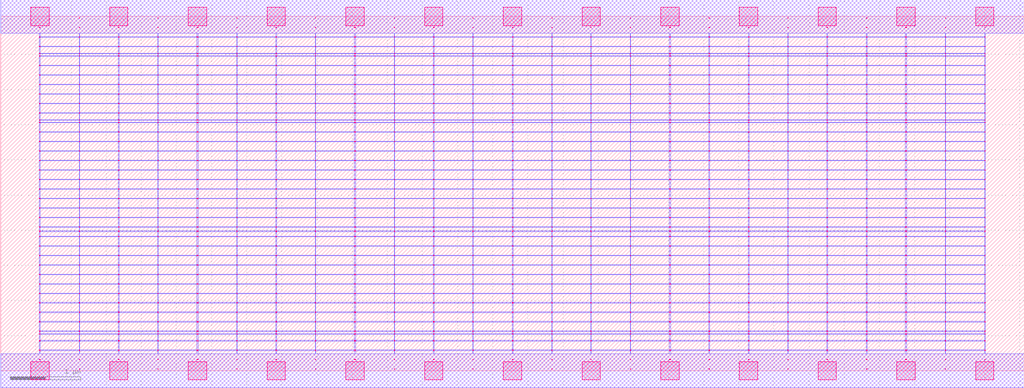
<source format=lef>
MACRO OOOAOI33211_DEBUG
 CLASS CORE ;
 FOREIGN OOOAOI33211_DEBUG 0 0 ;
 SIZE 14.56 BY 5.04 ;
 ORIGIN 0 0 ;
 SYMMETRY X Y R90 ;
 SITE unit ;

 OBS
    LAYER polycont ;
     RECT 7.27600000 2.58300000 7.28900000 2.59100000 ;
     RECT 7.27600000 2.71800000 7.28900000 2.72600000 ;
     RECT 7.27600000 2.85300000 7.28900000 2.86100000 ;
     RECT 7.27600000 2.98800000 7.28900000 2.99600000 ;
     RECT 9.51100000 2.58300000 9.52900000 2.59100000 ;
     RECT 10.07600000 2.58300000 10.08400000 2.59100000 ;
     RECT 10.63600000 2.58300000 10.64900000 2.59100000 ;
     RECT 11.19600000 2.58300000 11.20400000 2.59100000 ;
     RECT 11.75100000 2.58300000 11.76400000 2.59100000 ;
     RECT 12.31600000 2.58300000 12.32400000 2.59100000 ;
     RECT 12.87100000 2.58300000 12.88900000 2.59100000 ;
     RECT 13.43600000 2.58300000 13.44400000 2.59100000 ;
     RECT 13.99600000 2.58300000 14.00900000 2.59100000 ;
     RECT 7.83600000 2.58300000 7.84400000 2.59100000 ;
     RECT 7.83600000 2.71800000 7.84400000 2.72600000 ;
     RECT 8.39100000 2.71800000 8.40400000 2.72600000 ;
     RECT 8.95600000 2.71800000 8.96400000 2.72600000 ;
     RECT 9.51100000 2.71800000 9.52900000 2.72600000 ;
     RECT 10.07600000 2.71800000 10.08400000 2.72600000 ;
     RECT 10.63600000 2.71800000 10.64900000 2.72600000 ;
     RECT 11.19600000 2.71800000 11.20400000 2.72600000 ;
     RECT 11.75100000 2.71800000 11.76400000 2.72600000 ;
     RECT 12.31600000 2.71800000 12.32400000 2.72600000 ;
     RECT 12.87100000 2.71800000 12.88900000 2.72600000 ;
     RECT 13.43600000 2.71800000 13.44400000 2.72600000 ;
     RECT 13.99600000 2.71800000 14.00900000 2.72600000 ;
     RECT 8.39100000 2.58300000 8.40400000 2.59100000 ;
     RECT 7.83600000 2.85300000 7.84400000 2.86100000 ;
     RECT 8.39100000 2.85300000 8.40400000 2.86100000 ;
     RECT 8.95600000 2.85300000 8.96400000 2.86100000 ;
     RECT 9.51100000 2.85300000 9.52900000 2.86100000 ;
     RECT 10.07600000 2.85300000 10.08400000 2.86100000 ;
     RECT 10.63600000 2.85300000 10.64900000 2.86100000 ;
     RECT 11.19600000 2.85300000 11.20400000 2.86100000 ;
     RECT 11.75100000 2.85300000 11.76400000 2.86100000 ;
     RECT 12.31600000 2.85300000 12.32400000 2.86100000 ;
     RECT 12.87100000 2.85300000 12.88900000 2.86100000 ;
     RECT 13.43600000 2.85300000 13.44400000 2.86100000 ;
     RECT 13.99600000 2.85300000 14.00900000 2.86100000 ;
     RECT 8.95600000 2.58300000 8.96400000 2.59100000 ;
     RECT 7.83600000 2.98800000 7.84400000 2.99600000 ;
     RECT 8.39100000 2.98800000 8.40400000 2.99600000 ;
     RECT 8.95600000 2.98800000 8.96400000 2.99600000 ;
     RECT 9.51100000 2.98800000 9.52900000 2.99600000 ;
     RECT 10.07600000 2.98800000 10.08400000 2.99600000 ;
     RECT 10.63600000 2.98800000 10.64900000 2.99600000 ;
     RECT 11.19600000 2.98800000 11.20400000 2.99600000 ;
     RECT 11.75100000 2.98800000 11.76400000 2.99600000 ;
     RECT 12.31600000 2.98800000 12.32400000 2.99600000 ;
     RECT 12.87100000 2.98800000 12.88900000 2.99600000 ;
     RECT 13.43600000 2.98800000 13.44400000 2.99600000 ;
     RECT 13.99600000 2.98800000 14.00900000 2.99600000 ;
     RECT 7.83600000 3.12300000 7.84400000 3.13100000 ;
     RECT 11.19600000 3.12300000 11.20400000 3.13100000 ;
     RECT 7.83600000 3.25800000 7.84400000 3.26600000 ;
     RECT 11.19600000 3.25800000 11.20400000 3.26600000 ;
     RECT 7.83600000 3.39300000 7.84400000 3.40100000 ;
     RECT 11.19600000 3.39300000 11.20400000 3.40100000 ;
     RECT 7.83600000 3.52800000 7.84400000 3.53600000 ;
     RECT 11.19600000 3.52800000 11.20400000 3.53600000 ;
     RECT 7.83600000 3.56100000 7.84400000 3.56900000 ;
     RECT 11.19600000 3.56100000 11.20400000 3.56900000 ;
     RECT 7.83600000 3.66300000 7.84400000 3.67100000 ;
     RECT 11.19600000 3.66300000 11.20400000 3.67100000 ;
     RECT 7.83600000 3.79800000 7.84400000 3.80600000 ;
     RECT 11.19600000 3.79800000 11.20400000 3.80600000 ;
     RECT 7.83600000 3.93300000 7.84400000 3.94100000 ;
     RECT 11.19600000 3.93300000 11.20400000 3.94100000 ;
     RECT 7.83600000 4.06800000 7.84400000 4.07600000 ;
     RECT 11.19600000 4.06800000 11.20400000 4.07600000 ;
     RECT 7.83600000 4.20300000 7.84400000 4.21100000 ;
     RECT 11.19600000 4.20300000 11.20400000 4.21100000 ;
     RECT 7.83600000 4.33800000 7.84400000 4.34600000 ;
     RECT 11.19600000 4.33800000 11.20400000 4.34600000 ;
     RECT 7.83600000 4.47300000 7.84400000 4.48100000 ;
     RECT 11.19600000 4.47300000 11.20400000 4.48100000 ;
     RECT 7.83600000 4.51100000 7.84400000 4.51900000 ;
     RECT 11.19600000 4.51100000 11.20400000 4.51900000 ;
     RECT 7.83600000 4.60800000 7.84400000 4.61600000 ;
     RECT 11.19600000 4.60800000 11.20400000 4.61600000 ;
     RECT 7.83600000 4.74300000 7.84400000 4.75100000 ;
     RECT 11.19600000 4.74300000 11.20400000 4.75100000 ;
     RECT 7.83600000 4.87800000 7.84400000 4.88600000 ;
     RECT 11.19600000 4.87800000 11.20400000 4.88600000 ;
     RECT 5.59600000 2.98800000 5.60400000 2.99600000 ;
     RECT 6.15100000 2.98800000 6.16900000 2.99600000 ;
     RECT 6.71600000 2.98800000 6.72400000 2.99600000 ;
     RECT 2.23600000 2.58300000 2.24400000 2.59100000 ;
     RECT 2.79100000 2.58300000 2.80900000 2.59100000 ;
     RECT 3.35600000 2.58300000 3.36400000 2.59100000 ;
     RECT 3.91100000 2.58300000 3.92900000 2.59100000 ;
     RECT 4.47600000 2.58300000 4.48400000 2.59100000 ;
     RECT 5.03100000 2.58300000 5.04900000 2.59100000 ;
     RECT 5.59600000 2.58300000 5.60400000 2.59100000 ;
     RECT 6.15100000 2.58300000 6.16900000 2.59100000 ;
     RECT 6.71600000 2.58300000 6.72400000 2.59100000 ;
     RECT 0.55100000 2.58300000 0.56400000 2.59100000 ;
     RECT 0.55100000 2.71800000 0.56400000 2.72600000 ;
     RECT 0.55100000 2.85300000 0.56400000 2.86100000 ;
     RECT 1.11600000 2.85300000 1.12400000 2.86100000 ;
     RECT 1.67100000 2.85300000 1.68900000 2.86100000 ;
     RECT 2.23600000 2.85300000 2.24400000 2.86100000 ;
     RECT 2.79100000 2.85300000 2.80900000 2.86100000 ;
     RECT 3.35600000 2.85300000 3.36400000 2.86100000 ;
     RECT 3.91100000 2.85300000 3.92900000 2.86100000 ;
     RECT 4.47600000 2.85300000 4.48400000 2.86100000 ;
     RECT 5.03100000 2.85300000 5.04900000 2.86100000 ;
     RECT 5.59600000 2.85300000 5.60400000 2.86100000 ;
     RECT 6.15100000 2.85300000 6.16900000 2.86100000 ;
     RECT 6.71600000 2.85300000 6.72400000 2.86100000 ;
     RECT 1.11600000 2.71800000 1.12400000 2.72600000 ;
     RECT 1.67100000 2.71800000 1.68900000 2.72600000 ;
     RECT 2.23600000 2.71800000 2.24400000 2.72600000 ;
     RECT 2.79100000 2.71800000 2.80900000 2.72600000 ;
     RECT 3.35600000 2.71800000 3.36400000 2.72600000 ;
     RECT 3.91100000 2.71800000 3.92900000 2.72600000 ;
     RECT 4.47600000 2.71800000 4.48400000 2.72600000 ;
     RECT 5.03100000 2.71800000 5.04900000 2.72600000 ;
     RECT 5.59600000 2.71800000 5.60400000 2.72600000 ;
     RECT 6.15100000 2.71800000 6.16900000 2.72600000 ;
     RECT 6.71600000 2.71800000 6.72400000 2.72600000 ;
     RECT 1.11600000 2.58300000 1.12400000 2.59100000 ;
     RECT 1.67100000 2.58300000 1.68900000 2.59100000 ;
     RECT 0.55100000 2.98800000 0.56400000 2.99600000 ;
     RECT 1.11600000 2.98800000 1.12400000 2.99600000 ;
     RECT 1.67100000 2.98800000 1.68900000 2.99600000 ;
     RECT 2.23600000 2.98800000 2.24400000 2.99600000 ;
     RECT 2.79100000 2.98800000 2.80900000 2.99600000 ;
     RECT 3.35600000 2.98800000 3.36400000 2.99600000 ;
     RECT 3.91100000 2.98800000 3.92900000 2.99600000 ;
     RECT 4.47600000 2.98800000 4.48400000 2.99600000 ;
     RECT 5.03100000 2.98800000 5.04900000 2.99600000 ;
     RECT 8.95600000 0.82800000 8.96400000 0.83600000 ;
     RECT 12.31600000 0.82800000 12.32400000 0.83600000 ;
     RECT 8.95600000 0.96300000 8.96400000 0.97100000 ;
     RECT 12.31600000 0.96300000 12.32400000 0.97100000 ;
     RECT 8.95600000 1.09800000 8.96400000 1.10600000 ;
     RECT 12.31600000 1.09800000 12.32400000 1.10600000 ;
     RECT 8.95600000 1.23300000 8.96400000 1.24100000 ;
     RECT 12.31600000 1.23300000 12.32400000 1.24100000 ;
     RECT 8.95600000 1.36800000 8.96400000 1.37600000 ;
     RECT 12.31600000 1.36800000 12.32400000 1.37600000 ;
     RECT 8.95600000 1.50300000 8.96400000 1.51100000 ;
     RECT 12.31600000 1.50300000 12.32400000 1.51100000 ;
     RECT 8.95600000 1.63800000 8.96400000 1.64600000 ;
     RECT 12.31600000 1.63800000 12.32400000 1.64600000 ;
     RECT 8.95600000 1.77300000 8.96400000 1.78100000 ;
     RECT 12.31600000 1.77300000 12.32400000 1.78100000 ;
     RECT 8.95600000 1.90800000 8.96400000 1.91600000 ;
     RECT 12.31600000 1.90800000 12.32400000 1.91600000 ;
     RECT 8.95600000 1.98100000 8.96400000 1.98900000 ;
     RECT 12.31600000 1.98100000 12.32400000 1.98900000 ;
     RECT 8.95600000 2.04300000 8.96400000 2.05100000 ;
     RECT 12.31600000 2.04300000 12.32400000 2.05100000 ;
     RECT 8.95600000 2.17800000 8.96400000 2.18600000 ;
     RECT 12.31600000 2.17800000 12.32400000 2.18600000 ;
     RECT 8.95600000 2.31300000 8.96400000 2.32100000 ;
     RECT 12.31600000 2.31300000 12.32400000 2.32100000 ;
     RECT 8.95600000 2.44800000 8.96400000 2.45600000 ;
     RECT 12.31600000 2.44800000 12.32400000 2.45600000 ;
     RECT 8.95600000 0.15300000 8.96400000 0.16100000 ;
     RECT 12.31600000 0.15300000 12.32400000 0.16100000 ;
     RECT 8.95600000 0.28800000 8.96400000 0.29600000 ;
     RECT 12.31600000 0.28800000 12.32400000 0.29600000 ;
     RECT 8.95600000 0.42300000 8.96400000 0.43100000 ;
     RECT 12.31600000 0.42300000 12.32400000 0.43100000 ;
     RECT 8.95600000 0.52100000 8.96400000 0.52900000 ;
     RECT 12.31600000 0.52100000 12.32400000 0.52900000 ;
     RECT 8.95600000 0.55800000 8.96400000 0.56600000 ;
     RECT 12.31600000 0.55800000 12.32400000 0.56600000 ;
     RECT 8.95600000 0.69300000 8.96400000 0.70100000 ;
     RECT 12.31600000 0.69300000 12.32400000 0.70100000 ;

    LAYER pdiffc ;
     RECT 0.55100000 3.39300000 0.55900000 3.40100000 ;
     RECT 7.28100000 3.39300000 7.28900000 3.40100000 ;
     RECT 8.39100000 3.39300000 8.39900000 3.40100000 ;
     RECT 10.64100000 3.39300000 10.64900000 3.40100000 ;
     RECT 11.75100000 3.39300000 11.75900000 3.40100000 ;
     RECT 14.00100000 3.39300000 14.00900000 3.40100000 ;
     RECT 0.55100000 3.52800000 0.55900000 3.53600000 ;
     RECT 7.28100000 3.52800000 7.28900000 3.53600000 ;
     RECT 8.39100000 3.52800000 8.39900000 3.53600000 ;
     RECT 10.64100000 3.52800000 10.64900000 3.53600000 ;
     RECT 11.75100000 3.52800000 11.75900000 3.53600000 ;
     RECT 14.00100000 3.52800000 14.00900000 3.53600000 ;
     RECT 0.55100000 3.56100000 0.55900000 3.56900000 ;
     RECT 7.28100000 3.56100000 7.28900000 3.56900000 ;
     RECT 8.39100000 3.56100000 8.39900000 3.56900000 ;
     RECT 10.64100000 3.56100000 10.64900000 3.56900000 ;
     RECT 11.75100000 3.56100000 11.75900000 3.56900000 ;
     RECT 14.00100000 3.56100000 14.00900000 3.56900000 ;
     RECT 0.55100000 3.66300000 0.55900000 3.67100000 ;
     RECT 7.28100000 3.66300000 7.28900000 3.67100000 ;
     RECT 8.39100000 3.66300000 8.39900000 3.67100000 ;
     RECT 10.64100000 3.66300000 10.64900000 3.67100000 ;
     RECT 11.75100000 3.66300000 11.75900000 3.67100000 ;
     RECT 14.00100000 3.66300000 14.00900000 3.67100000 ;
     RECT 0.55100000 3.79800000 0.55900000 3.80600000 ;
     RECT 7.28100000 3.79800000 7.28900000 3.80600000 ;
     RECT 8.39100000 3.79800000 8.39900000 3.80600000 ;
     RECT 10.64100000 3.79800000 10.64900000 3.80600000 ;
     RECT 11.75100000 3.79800000 11.75900000 3.80600000 ;
     RECT 14.00100000 3.79800000 14.00900000 3.80600000 ;
     RECT 0.55100000 3.93300000 0.55900000 3.94100000 ;
     RECT 7.28100000 3.93300000 7.28900000 3.94100000 ;
     RECT 8.39100000 3.93300000 8.39900000 3.94100000 ;
     RECT 10.64100000 3.93300000 10.64900000 3.94100000 ;
     RECT 11.75100000 3.93300000 11.75900000 3.94100000 ;
     RECT 14.00100000 3.93300000 14.00900000 3.94100000 ;
     RECT 0.55100000 4.06800000 0.55900000 4.07600000 ;
     RECT 7.28100000 4.06800000 7.28900000 4.07600000 ;
     RECT 8.39100000 4.06800000 8.39900000 4.07600000 ;
     RECT 10.64100000 4.06800000 10.64900000 4.07600000 ;
     RECT 11.75100000 4.06800000 11.75900000 4.07600000 ;
     RECT 14.00100000 4.06800000 14.00900000 4.07600000 ;
     RECT 0.55100000 4.20300000 0.55900000 4.21100000 ;
     RECT 7.28100000 4.20300000 7.28900000 4.21100000 ;
     RECT 8.39100000 4.20300000 8.39900000 4.21100000 ;
     RECT 10.64100000 4.20300000 10.64900000 4.21100000 ;
     RECT 11.75100000 4.20300000 11.75900000 4.21100000 ;
     RECT 14.00100000 4.20300000 14.00900000 4.21100000 ;
     RECT 0.55100000 4.33800000 0.55900000 4.34600000 ;
     RECT 7.28100000 4.33800000 7.28900000 4.34600000 ;
     RECT 8.39100000 4.33800000 8.39900000 4.34600000 ;
     RECT 10.64100000 4.33800000 10.64900000 4.34600000 ;
     RECT 11.75100000 4.33800000 11.75900000 4.34600000 ;
     RECT 14.00100000 4.33800000 14.00900000 4.34600000 ;
     RECT 0.55100000 4.47300000 0.55900000 4.48100000 ;
     RECT 7.28100000 4.47300000 7.28900000 4.48100000 ;
     RECT 8.39100000 4.47300000 8.39900000 4.48100000 ;
     RECT 10.64100000 4.47300000 10.64900000 4.48100000 ;
     RECT 11.75100000 4.47300000 11.75900000 4.48100000 ;
     RECT 14.00100000 4.47300000 14.00900000 4.48100000 ;
     RECT 0.55100000 4.51100000 0.55900000 4.51900000 ;
     RECT 7.28100000 4.51100000 7.28900000 4.51900000 ;
     RECT 8.39100000 4.51100000 8.39900000 4.51900000 ;
     RECT 10.64100000 4.51100000 10.64900000 4.51900000 ;
     RECT 11.75100000 4.51100000 11.75900000 4.51900000 ;
     RECT 14.00100000 4.51100000 14.00900000 4.51900000 ;
     RECT 0.55100000 4.60800000 0.55900000 4.61600000 ;
     RECT 7.28100000 4.60800000 7.28900000 4.61600000 ;
     RECT 8.39100000 4.60800000 8.39900000 4.61600000 ;
     RECT 10.64100000 4.60800000 10.64900000 4.61600000 ;
     RECT 11.75100000 4.60800000 11.75900000 4.61600000 ;
     RECT 14.00100000 4.60800000 14.00900000 4.61600000 ;

    LAYER ndiffc ;
     RECT 7.27600000 0.42300000 7.28900000 0.43100000 ;
     RECT 7.27600000 0.52100000 7.28900000 0.52900000 ;
     RECT 7.27600000 0.55800000 7.28900000 0.56600000 ;
     RECT 7.27600000 0.69300000 7.28900000 0.70100000 ;
     RECT 7.27600000 0.82800000 7.28900000 0.83600000 ;
     RECT 7.27600000 0.96300000 7.28900000 0.97100000 ;
     RECT 7.27600000 1.09800000 7.28900000 1.10600000 ;
     RECT 7.27600000 1.23300000 7.28900000 1.24100000 ;
     RECT 7.27600000 1.36800000 7.28900000 1.37600000 ;
     RECT 7.27600000 1.50300000 7.28900000 1.51100000 ;
     RECT 7.27600000 1.63800000 7.28900000 1.64600000 ;
     RECT 7.27600000 1.77300000 7.28900000 1.78100000 ;
     RECT 7.27600000 1.90800000 7.28900000 1.91600000 ;
     RECT 7.27600000 1.98100000 7.28900000 1.98900000 ;
     RECT 7.27600000 2.04300000 7.28900000 2.05100000 ;
     RECT 8.39100000 0.55800000 8.40400000 0.56600000 ;
     RECT 9.51100000 0.55800000 9.52900000 0.56600000 ;
     RECT 10.63600000 0.55800000 10.64900000 0.56600000 ;
     RECT 11.75100000 0.55800000 11.76400000 0.56600000 ;
     RECT 12.87100000 0.55800000 12.88900000 0.56600000 ;
     RECT 13.99600000 0.55800000 14.00900000 0.56600000 ;
     RECT 10.63600000 0.42300000 10.64900000 0.43100000 ;
     RECT 8.39100000 0.69300000 8.40400000 0.70100000 ;
     RECT 9.51100000 0.69300000 9.52900000 0.70100000 ;
     RECT 10.63600000 0.69300000 10.64900000 0.70100000 ;
     RECT 11.75100000 0.69300000 11.76400000 0.70100000 ;
     RECT 12.87100000 0.69300000 12.88900000 0.70100000 ;
     RECT 13.99600000 0.69300000 14.00900000 0.70100000 ;
     RECT 11.75100000 0.42300000 11.76400000 0.43100000 ;
     RECT 8.39100000 0.82800000 8.40400000 0.83600000 ;
     RECT 9.51100000 0.82800000 9.52900000 0.83600000 ;
     RECT 10.63600000 0.82800000 10.64900000 0.83600000 ;
     RECT 11.75100000 0.82800000 11.76400000 0.83600000 ;
     RECT 12.87100000 0.82800000 12.88900000 0.83600000 ;
     RECT 13.99600000 0.82800000 14.00900000 0.83600000 ;
     RECT 12.87100000 0.42300000 12.88900000 0.43100000 ;
     RECT 8.39100000 0.96300000 8.40400000 0.97100000 ;
     RECT 9.51100000 0.96300000 9.52900000 0.97100000 ;
     RECT 10.63600000 0.96300000 10.64900000 0.97100000 ;
     RECT 11.75100000 0.96300000 11.76400000 0.97100000 ;
     RECT 12.87100000 0.96300000 12.88900000 0.97100000 ;
     RECT 13.99600000 0.96300000 14.00900000 0.97100000 ;
     RECT 13.99600000 0.42300000 14.00900000 0.43100000 ;
     RECT 8.39100000 1.09800000 8.40400000 1.10600000 ;
     RECT 9.51100000 1.09800000 9.52900000 1.10600000 ;
     RECT 10.63600000 1.09800000 10.64900000 1.10600000 ;
     RECT 11.75100000 1.09800000 11.76400000 1.10600000 ;
     RECT 12.87100000 1.09800000 12.88900000 1.10600000 ;
     RECT 13.99600000 1.09800000 14.00900000 1.10600000 ;
     RECT 8.39100000 0.42300000 8.40400000 0.43100000 ;
     RECT 8.39100000 1.23300000 8.40400000 1.24100000 ;
     RECT 9.51100000 1.23300000 9.52900000 1.24100000 ;
     RECT 10.63600000 1.23300000 10.64900000 1.24100000 ;
     RECT 11.75100000 1.23300000 11.76400000 1.24100000 ;
     RECT 12.87100000 1.23300000 12.88900000 1.24100000 ;
     RECT 13.99600000 1.23300000 14.00900000 1.24100000 ;
     RECT 8.39100000 0.52100000 8.40400000 0.52900000 ;
     RECT 8.39100000 1.36800000 8.40400000 1.37600000 ;
     RECT 9.51100000 1.36800000 9.52900000 1.37600000 ;
     RECT 10.63600000 1.36800000 10.64900000 1.37600000 ;
     RECT 11.75100000 1.36800000 11.76400000 1.37600000 ;
     RECT 12.87100000 1.36800000 12.88900000 1.37600000 ;
     RECT 13.99600000 1.36800000 14.00900000 1.37600000 ;
     RECT 9.51100000 0.52100000 9.52900000 0.52900000 ;
     RECT 8.39100000 1.50300000 8.40400000 1.51100000 ;
     RECT 9.51100000 1.50300000 9.52900000 1.51100000 ;
     RECT 10.63600000 1.50300000 10.64900000 1.51100000 ;
     RECT 11.75100000 1.50300000 11.76400000 1.51100000 ;
     RECT 12.87100000 1.50300000 12.88900000 1.51100000 ;
     RECT 13.99600000 1.50300000 14.00900000 1.51100000 ;
     RECT 10.63600000 0.52100000 10.64900000 0.52900000 ;
     RECT 8.39100000 1.63800000 8.40400000 1.64600000 ;
     RECT 9.51100000 1.63800000 9.52900000 1.64600000 ;
     RECT 10.63600000 1.63800000 10.64900000 1.64600000 ;
     RECT 11.75100000 1.63800000 11.76400000 1.64600000 ;
     RECT 12.87100000 1.63800000 12.88900000 1.64600000 ;
     RECT 13.99600000 1.63800000 14.00900000 1.64600000 ;
     RECT 11.75100000 0.52100000 11.76400000 0.52900000 ;
     RECT 8.39100000 1.77300000 8.40400000 1.78100000 ;
     RECT 9.51100000 1.77300000 9.52900000 1.78100000 ;
     RECT 10.63600000 1.77300000 10.64900000 1.78100000 ;
     RECT 11.75100000 1.77300000 11.76400000 1.78100000 ;
     RECT 12.87100000 1.77300000 12.88900000 1.78100000 ;
     RECT 13.99600000 1.77300000 14.00900000 1.78100000 ;
     RECT 12.87100000 0.52100000 12.88900000 0.52900000 ;
     RECT 8.39100000 1.90800000 8.40400000 1.91600000 ;
     RECT 9.51100000 1.90800000 9.52900000 1.91600000 ;
     RECT 10.63600000 1.90800000 10.64900000 1.91600000 ;
     RECT 11.75100000 1.90800000 11.76400000 1.91600000 ;
     RECT 12.87100000 1.90800000 12.88900000 1.91600000 ;
     RECT 13.99600000 1.90800000 14.00900000 1.91600000 ;
     RECT 13.99600000 0.52100000 14.00900000 0.52900000 ;
     RECT 8.39100000 1.98100000 8.40400000 1.98900000 ;
     RECT 9.51100000 1.98100000 9.52900000 1.98900000 ;
     RECT 10.63600000 1.98100000 10.64900000 1.98900000 ;
     RECT 11.75100000 1.98100000 11.76400000 1.98900000 ;
     RECT 12.87100000 1.98100000 12.88900000 1.98900000 ;
     RECT 13.99600000 1.98100000 14.00900000 1.98900000 ;
     RECT 9.51100000 0.42300000 9.52900000 0.43100000 ;
     RECT 8.39100000 2.04300000 8.40400000 2.05100000 ;
     RECT 9.51100000 2.04300000 9.52900000 2.05100000 ;
     RECT 10.63600000 2.04300000 10.64900000 2.05100000 ;
     RECT 11.75100000 2.04300000 11.76400000 2.05100000 ;
     RECT 12.87100000 2.04300000 12.88900000 2.05100000 ;
     RECT 13.99600000 2.04300000 14.00900000 2.05100000 ;
     RECT 1.67100000 1.36800000 1.68900000 1.37600000 ;
     RECT 2.79100000 1.36800000 2.80900000 1.37600000 ;
     RECT 3.91100000 1.36800000 3.92900000 1.37600000 ;
     RECT 5.03100000 1.36800000 5.04900000 1.37600000 ;
     RECT 6.15100000 1.36800000 6.16900000 1.37600000 ;
     RECT 5.03100000 0.82800000 5.04900000 0.83600000 ;
     RECT 6.15100000 0.82800000 6.16900000 0.83600000 ;
     RECT 2.79100000 0.55800000 2.80900000 0.56600000 ;
     RECT 3.91100000 0.55800000 3.92900000 0.56600000 ;
     RECT 5.03100000 0.55800000 5.04900000 0.56600000 ;
     RECT 6.15100000 0.55800000 6.16900000 0.56600000 ;
     RECT 1.67100000 0.52100000 1.68900000 0.52900000 ;
     RECT 0.55100000 1.50300000 0.56400000 1.51100000 ;
     RECT 1.67100000 1.50300000 1.68900000 1.51100000 ;
     RECT 2.79100000 1.50300000 2.80900000 1.51100000 ;
     RECT 3.91100000 1.50300000 3.92900000 1.51100000 ;
     RECT 5.03100000 1.50300000 5.04900000 1.51100000 ;
     RECT 6.15100000 1.50300000 6.16900000 1.51100000 ;
     RECT 2.79100000 0.52100000 2.80900000 0.52900000 ;
     RECT 3.91100000 0.52100000 3.92900000 0.52900000 ;
     RECT 0.55100000 0.96300000 0.56400000 0.97100000 ;
     RECT 1.67100000 0.96300000 1.68900000 0.97100000 ;
     RECT 2.79100000 0.96300000 2.80900000 0.97100000 ;
     RECT 3.91100000 0.96300000 3.92900000 0.97100000 ;
     RECT 5.03100000 0.96300000 5.04900000 0.97100000 ;
     RECT 0.55100000 1.63800000 0.56400000 1.64600000 ;
     RECT 1.67100000 1.63800000 1.68900000 1.64600000 ;
     RECT 2.79100000 1.63800000 2.80900000 1.64600000 ;
     RECT 3.91100000 1.63800000 3.92900000 1.64600000 ;
     RECT 5.03100000 1.63800000 5.04900000 1.64600000 ;
     RECT 6.15100000 1.63800000 6.16900000 1.64600000 ;
     RECT 6.15100000 0.96300000 6.16900000 0.97100000 ;
     RECT 5.03100000 0.52100000 5.04900000 0.52900000 ;
     RECT 6.15100000 0.52100000 6.16900000 0.52900000 ;
     RECT 1.67100000 0.42300000 1.68900000 0.43100000 ;
     RECT 2.79100000 0.42300000 2.80900000 0.43100000 ;
     RECT 0.55100000 0.69300000 0.56400000 0.70100000 ;
     RECT 1.67100000 0.69300000 1.68900000 0.70100000 ;
     RECT 0.55100000 1.77300000 0.56400000 1.78100000 ;
     RECT 1.67100000 1.77300000 1.68900000 1.78100000 ;
     RECT 2.79100000 1.77300000 2.80900000 1.78100000 ;
     RECT 3.91100000 1.77300000 3.92900000 1.78100000 ;
     RECT 5.03100000 1.77300000 5.04900000 1.78100000 ;
     RECT 6.15100000 1.77300000 6.16900000 1.78100000 ;
     RECT 2.79100000 0.69300000 2.80900000 0.70100000 ;
     RECT 0.55100000 1.09800000 0.56400000 1.10600000 ;
     RECT 1.67100000 1.09800000 1.68900000 1.10600000 ;
     RECT 2.79100000 1.09800000 2.80900000 1.10600000 ;
     RECT 3.91100000 1.09800000 3.92900000 1.10600000 ;
     RECT 5.03100000 1.09800000 5.04900000 1.10600000 ;
     RECT 6.15100000 1.09800000 6.16900000 1.10600000 ;
     RECT 0.55100000 1.90800000 0.56400000 1.91600000 ;
     RECT 1.67100000 1.90800000 1.68900000 1.91600000 ;
     RECT 2.79100000 1.90800000 2.80900000 1.91600000 ;
     RECT 3.91100000 1.90800000 3.92900000 1.91600000 ;
     RECT 5.03100000 1.90800000 5.04900000 1.91600000 ;
     RECT 6.15100000 1.90800000 6.16900000 1.91600000 ;
     RECT 3.91100000 0.69300000 3.92900000 0.70100000 ;
     RECT 5.03100000 0.69300000 5.04900000 0.70100000 ;
     RECT 6.15100000 0.69300000 6.16900000 0.70100000 ;
     RECT 3.91100000 0.42300000 3.92900000 0.43100000 ;
     RECT 5.03100000 0.42300000 5.04900000 0.43100000 ;
     RECT 6.15100000 0.42300000 6.16900000 0.43100000 ;
     RECT 0.55100000 0.42300000 0.56400000 0.43100000 ;
     RECT 0.55100000 1.98100000 0.56400000 1.98900000 ;
     RECT 1.67100000 1.98100000 1.68900000 1.98900000 ;
     RECT 2.79100000 1.98100000 2.80900000 1.98900000 ;
     RECT 3.91100000 1.98100000 3.92900000 1.98900000 ;
     RECT 5.03100000 1.98100000 5.04900000 1.98900000 ;
     RECT 6.15100000 1.98100000 6.16900000 1.98900000 ;
     RECT 0.55100000 1.23300000 0.56400000 1.24100000 ;
     RECT 1.67100000 1.23300000 1.68900000 1.24100000 ;
     RECT 2.79100000 1.23300000 2.80900000 1.24100000 ;
     RECT 3.91100000 1.23300000 3.92900000 1.24100000 ;
     RECT 5.03100000 1.23300000 5.04900000 1.24100000 ;
     RECT 6.15100000 1.23300000 6.16900000 1.24100000 ;
     RECT 0.55100000 0.52100000 0.56400000 0.52900000 ;
     RECT 0.55100000 2.04300000 0.56400000 2.05100000 ;
     RECT 1.67100000 2.04300000 1.68900000 2.05100000 ;
     RECT 2.79100000 2.04300000 2.80900000 2.05100000 ;
     RECT 3.91100000 2.04300000 3.92900000 2.05100000 ;
     RECT 5.03100000 2.04300000 5.04900000 2.05100000 ;
     RECT 6.15100000 2.04300000 6.16900000 2.05100000 ;
     RECT 0.55100000 0.55800000 0.56400000 0.56600000 ;
     RECT 1.67100000 0.55800000 1.68900000 0.56600000 ;
     RECT 0.55100000 0.82800000 0.56400000 0.83600000 ;
     RECT 1.67100000 0.82800000 1.68900000 0.83600000 ;
     RECT 2.79100000 0.82800000 2.80900000 0.83600000 ;
     RECT 3.91100000 0.82800000 3.92900000 0.83600000 ;
     RECT 0.55100000 1.36800000 0.56400000 1.37600000 ;

    LAYER met1 ;
     RECT 0.00000000 -0.24000000 14.56000000 0.24000000 ;
     RECT 7.27600000 0.24000000 7.28900000 0.28800000 ;
     RECT 0.55100000 0.28800000 14.00900000 0.29600000 ;
     RECT 7.27600000 0.29600000 7.28900000 0.42300000 ;
     RECT 0.55100000 0.42300000 14.00900000 0.43100000 ;
     RECT 7.27600000 0.43100000 7.28900000 0.52100000 ;
     RECT 0.55100000 0.52100000 14.00900000 0.52900000 ;
     RECT 7.27600000 0.52900000 7.28900000 0.55800000 ;
     RECT 0.55100000 0.55800000 14.00900000 0.56600000 ;
     RECT 7.27600000 0.56600000 7.28900000 0.69300000 ;
     RECT 0.55100000 0.69300000 14.00900000 0.70100000 ;
     RECT 7.27600000 0.70100000 7.28900000 0.82800000 ;
     RECT 0.55100000 0.82800000 14.00900000 0.83600000 ;
     RECT 7.27600000 0.83600000 7.28900000 0.96300000 ;
     RECT 0.55100000 0.96300000 14.00900000 0.97100000 ;
     RECT 7.27600000 0.97100000 7.28900000 1.09800000 ;
     RECT 0.55100000 1.09800000 14.00900000 1.10600000 ;
     RECT 7.27600000 1.10600000 7.28900000 1.23300000 ;
     RECT 0.55100000 1.23300000 14.00900000 1.24100000 ;
     RECT 7.27600000 1.24100000 7.28900000 1.36800000 ;
     RECT 0.55100000 1.36800000 14.00900000 1.37600000 ;
     RECT 7.27600000 1.37600000 7.28900000 1.50300000 ;
     RECT 0.55100000 1.50300000 14.00900000 1.51100000 ;
     RECT 7.27600000 1.51100000 7.28900000 1.63800000 ;
     RECT 0.55100000 1.63800000 14.00900000 1.64600000 ;
     RECT 7.27600000 1.64600000 7.28900000 1.77300000 ;
     RECT 0.55100000 1.77300000 14.00900000 1.78100000 ;
     RECT 7.27600000 1.78100000 7.28900000 1.90800000 ;
     RECT 0.55100000 1.90800000 14.00900000 1.91600000 ;
     RECT 7.27600000 1.91600000 7.28900000 1.98100000 ;
     RECT 0.55100000 1.98100000 14.00900000 1.98900000 ;
     RECT 7.27600000 1.98900000 7.28900000 2.04300000 ;
     RECT 0.55100000 2.04300000 14.00900000 2.05100000 ;
     RECT 7.27600000 2.05100000 7.28900000 2.17800000 ;
     RECT 0.55100000 2.17800000 14.00900000 2.18600000 ;
     RECT 7.27600000 2.18600000 7.28900000 2.31300000 ;
     RECT 0.55100000 2.31300000 14.00900000 2.32100000 ;
     RECT 7.27600000 2.32100000 7.28900000 2.44800000 ;
     RECT 0.55100000 2.44800000 14.00900000 2.45600000 ;
     RECT 0.55100000 2.45600000 0.56400000 2.58300000 ;
     RECT 1.11600000 2.45600000 1.12400000 2.58300000 ;
     RECT 1.67100000 2.45600000 1.68900000 2.58300000 ;
     RECT 2.23600000 2.45600000 2.24400000 2.58300000 ;
     RECT 2.79100000 2.45600000 2.80900000 2.58300000 ;
     RECT 3.35600000 2.45600000 3.36400000 2.58300000 ;
     RECT 3.91100000 2.45600000 3.92900000 2.58300000 ;
     RECT 4.47600000 2.45600000 4.48400000 2.58300000 ;
     RECT 5.03100000 2.45600000 5.04900000 2.58300000 ;
     RECT 5.59600000 2.45600000 5.60400000 2.58300000 ;
     RECT 6.15100000 2.45600000 6.16900000 2.58300000 ;
     RECT 6.71600000 2.45600000 6.72400000 2.58300000 ;
     RECT 7.27600000 2.45600000 7.28900000 2.58300000 ;
     RECT 7.83600000 2.45600000 7.84400000 2.58300000 ;
     RECT 8.39100000 2.45600000 8.40400000 2.58300000 ;
     RECT 8.95600000 2.45600000 8.96400000 2.58300000 ;
     RECT 9.51100000 2.45600000 9.52900000 2.58300000 ;
     RECT 10.07600000 2.45600000 10.08400000 2.58300000 ;
     RECT 10.63600000 2.45600000 10.64900000 2.58300000 ;
     RECT 11.19600000 2.45600000 11.20400000 2.58300000 ;
     RECT 11.75100000 2.45600000 11.76400000 2.58300000 ;
     RECT 12.31600000 2.45600000 12.32400000 2.58300000 ;
     RECT 12.87100000 2.45600000 12.88900000 2.58300000 ;
     RECT 13.43600000 2.45600000 13.44400000 2.58300000 ;
     RECT 13.99600000 2.45600000 14.00900000 2.58300000 ;
     RECT 0.55100000 2.58300000 14.00900000 2.59100000 ;
     RECT 7.27600000 2.59100000 7.28900000 2.71800000 ;
     RECT 0.55100000 2.71800000 14.00900000 2.72600000 ;
     RECT 7.27600000 2.72600000 7.28900000 2.85300000 ;
     RECT 0.55100000 2.85300000 14.00900000 2.86100000 ;
     RECT 7.27600000 2.86100000 7.28900000 2.98800000 ;
     RECT 0.55100000 2.98800000 14.00900000 2.99600000 ;
     RECT 7.27600000 2.99600000 7.28900000 3.12300000 ;
     RECT 0.55100000 3.12300000 14.00900000 3.13100000 ;
     RECT 7.27600000 3.13100000 7.28900000 3.25800000 ;
     RECT 0.55100000 3.25800000 14.00900000 3.26600000 ;
     RECT 7.27600000 3.26600000 7.28900000 3.39300000 ;
     RECT 0.55100000 3.39300000 14.00900000 3.40100000 ;
     RECT 7.27600000 3.40100000 7.28900000 3.52800000 ;
     RECT 0.55100000 3.52800000 14.00900000 3.53600000 ;
     RECT 7.27600000 3.53600000 7.28900000 3.56100000 ;
     RECT 0.55100000 3.56100000 14.00900000 3.56900000 ;
     RECT 7.27600000 3.56900000 7.28900000 3.66300000 ;
     RECT 0.55100000 3.66300000 14.00900000 3.67100000 ;
     RECT 7.27600000 3.67100000 7.28900000 3.79800000 ;
     RECT 0.55100000 3.79800000 14.00900000 3.80600000 ;
     RECT 7.27600000 3.80600000 7.28900000 3.93300000 ;
     RECT 0.55100000 3.93300000 14.00900000 3.94100000 ;
     RECT 7.27600000 3.94100000 7.28900000 4.06800000 ;
     RECT 0.55100000 4.06800000 14.00900000 4.07600000 ;
     RECT 7.27600000 4.07600000 7.28900000 4.20300000 ;
     RECT 0.55100000 4.20300000 14.00900000 4.21100000 ;
     RECT 7.27600000 4.21100000 7.28900000 4.33800000 ;
     RECT 0.55100000 4.33800000 14.00900000 4.34600000 ;
     RECT 7.27600000 4.34600000 7.28900000 4.47300000 ;
     RECT 0.55100000 4.47300000 14.00900000 4.48100000 ;
     RECT 7.27600000 4.48100000 7.28900000 4.51100000 ;
     RECT 0.55100000 4.51100000 14.00900000 4.51900000 ;
     RECT 7.27600000 4.51900000 7.28900000 4.60800000 ;
     RECT 0.55100000 4.60800000 14.00900000 4.61600000 ;
     RECT 7.27600000 4.61600000 7.28900000 4.74300000 ;
     RECT 0.55100000 4.74300000 14.00900000 4.75100000 ;
     RECT 7.27600000 4.75100000 7.28900000 4.80000000 ;
     RECT 0.00000000 4.80000000 14.56000000 5.28000000 ;
     RECT 7.83600000 3.80600000 7.84400000 3.93300000 ;
     RECT 8.39100000 3.80600000 8.40400000 3.93300000 ;
     RECT 8.95600000 3.80600000 8.96400000 3.93300000 ;
     RECT 9.51100000 3.80600000 9.52900000 3.93300000 ;
     RECT 10.07600000 3.80600000 10.08400000 3.93300000 ;
     RECT 10.63600000 3.80600000 10.64900000 3.93300000 ;
     RECT 11.19600000 3.80600000 11.20400000 3.93300000 ;
     RECT 11.75100000 3.80600000 11.76400000 3.93300000 ;
     RECT 12.31600000 3.80600000 12.32400000 3.93300000 ;
     RECT 12.87100000 3.80600000 12.88900000 3.93300000 ;
     RECT 13.43600000 3.80600000 13.44400000 3.93300000 ;
     RECT 13.99600000 3.80600000 14.00900000 3.93300000 ;
     RECT 11.19600000 3.94100000 11.20400000 4.06800000 ;
     RECT 11.75100000 3.94100000 11.76400000 4.06800000 ;
     RECT 12.31600000 3.94100000 12.32400000 4.06800000 ;
     RECT 12.87100000 3.94100000 12.88900000 4.06800000 ;
     RECT 13.43600000 3.94100000 13.44400000 4.06800000 ;
     RECT 13.99600000 3.94100000 14.00900000 4.06800000 ;
     RECT 11.19600000 4.07600000 11.20400000 4.20300000 ;
     RECT 11.75100000 4.07600000 11.76400000 4.20300000 ;
     RECT 12.31600000 4.07600000 12.32400000 4.20300000 ;
     RECT 12.87100000 4.07600000 12.88900000 4.20300000 ;
     RECT 13.43600000 4.07600000 13.44400000 4.20300000 ;
     RECT 13.99600000 4.07600000 14.00900000 4.20300000 ;
     RECT 11.19600000 4.21100000 11.20400000 4.33800000 ;
     RECT 11.75100000 4.21100000 11.76400000 4.33800000 ;
     RECT 12.31600000 4.21100000 12.32400000 4.33800000 ;
     RECT 12.87100000 4.21100000 12.88900000 4.33800000 ;
     RECT 13.43600000 4.21100000 13.44400000 4.33800000 ;
     RECT 13.99600000 4.21100000 14.00900000 4.33800000 ;
     RECT 11.19600000 4.34600000 11.20400000 4.47300000 ;
     RECT 11.75100000 4.34600000 11.76400000 4.47300000 ;
     RECT 12.31600000 4.34600000 12.32400000 4.47300000 ;
     RECT 12.87100000 4.34600000 12.88900000 4.47300000 ;
     RECT 13.43600000 4.34600000 13.44400000 4.47300000 ;
     RECT 13.99600000 4.34600000 14.00900000 4.47300000 ;
     RECT 11.19600000 4.48100000 11.20400000 4.51100000 ;
     RECT 11.75100000 4.48100000 11.76400000 4.51100000 ;
     RECT 12.31600000 4.48100000 12.32400000 4.51100000 ;
     RECT 12.87100000 4.48100000 12.88900000 4.51100000 ;
     RECT 13.43600000 4.48100000 13.44400000 4.51100000 ;
     RECT 13.99600000 4.48100000 14.00900000 4.51100000 ;
     RECT 11.19600000 4.51900000 11.20400000 4.60800000 ;
     RECT 11.75100000 4.51900000 11.76400000 4.60800000 ;
     RECT 12.31600000 4.51900000 12.32400000 4.60800000 ;
     RECT 12.87100000 4.51900000 12.88900000 4.60800000 ;
     RECT 13.43600000 4.51900000 13.44400000 4.60800000 ;
     RECT 13.99600000 4.51900000 14.00900000 4.60800000 ;
     RECT 11.19600000 4.61600000 11.20400000 4.74300000 ;
     RECT 11.75100000 4.61600000 11.76400000 4.74300000 ;
     RECT 12.31600000 4.61600000 12.32400000 4.74300000 ;
     RECT 12.87100000 4.61600000 12.88900000 4.74300000 ;
     RECT 13.43600000 4.61600000 13.44400000 4.74300000 ;
     RECT 13.99600000 4.61600000 14.00900000 4.74300000 ;
     RECT 11.19600000 4.75100000 11.20400000 4.80000000 ;
     RECT 11.75100000 4.75100000 11.76400000 4.80000000 ;
     RECT 12.31600000 4.75100000 12.32400000 4.80000000 ;
     RECT 12.87100000 4.75100000 12.88900000 4.80000000 ;
     RECT 13.43600000 4.75100000 13.44400000 4.80000000 ;
     RECT 13.99600000 4.75100000 14.00900000 4.80000000 ;
     RECT 7.83600000 4.48100000 7.84400000 4.51100000 ;
     RECT 8.39100000 4.48100000 8.40400000 4.51100000 ;
     RECT 8.95600000 4.48100000 8.96400000 4.51100000 ;
     RECT 9.51100000 4.48100000 9.52900000 4.51100000 ;
     RECT 10.07600000 4.48100000 10.08400000 4.51100000 ;
     RECT 10.63600000 4.48100000 10.64900000 4.51100000 ;
     RECT 7.83600000 4.21100000 7.84400000 4.33800000 ;
     RECT 8.39100000 4.21100000 8.40400000 4.33800000 ;
     RECT 8.95600000 4.21100000 8.96400000 4.33800000 ;
     RECT 9.51100000 4.21100000 9.52900000 4.33800000 ;
     RECT 10.07600000 4.21100000 10.08400000 4.33800000 ;
     RECT 10.63600000 4.21100000 10.64900000 4.33800000 ;
     RECT 7.83600000 4.51900000 7.84400000 4.60800000 ;
     RECT 8.39100000 4.51900000 8.40400000 4.60800000 ;
     RECT 8.95600000 4.51900000 8.96400000 4.60800000 ;
     RECT 9.51100000 4.51900000 9.52900000 4.60800000 ;
     RECT 10.07600000 4.51900000 10.08400000 4.60800000 ;
     RECT 10.63600000 4.51900000 10.64900000 4.60800000 ;
     RECT 7.83600000 4.07600000 7.84400000 4.20300000 ;
     RECT 8.39100000 4.07600000 8.40400000 4.20300000 ;
     RECT 8.95600000 4.07600000 8.96400000 4.20300000 ;
     RECT 9.51100000 4.07600000 9.52900000 4.20300000 ;
     RECT 10.07600000 4.07600000 10.08400000 4.20300000 ;
     RECT 10.63600000 4.07600000 10.64900000 4.20300000 ;
     RECT 7.83600000 4.61600000 7.84400000 4.74300000 ;
     RECT 8.39100000 4.61600000 8.40400000 4.74300000 ;
     RECT 8.95600000 4.61600000 8.96400000 4.74300000 ;
     RECT 9.51100000 4.61600000 9.52900000 4.74300000 ;
     RECT 10.07600000 4.61600000 10.08400000 4.74300000 ;
     RECT 10.63600000 4.61600000 10.64900000 4.74300000 ;
     RECT 7.83600000 4.34600000 7.84400000 4.47300000 ;
     RECT 8.39100000 4.34600000 8.40400000 4.47300000 ;
     RECT 8.95600000 4.34600000 8.96400000 4.47300000 ;
     RECT 9.51100000 4.34600000 9.52900000 4.47300000 ;
     RECT 10.07600000 4.34600000 10.08400000 4.47300000 ;
     RECT 10.63600000 4.34600000 10.64900000 4.47300000 ;
     RECT 7.83600000 4.75100000 7.84400000 4.80000000 ;
     RECT 8.39100000 4.75100000 8.40400000 4.80000000 ;
     RECT 8.95600000 4.75100000 8.96400000 4.80000000 ;
     RECT 9.51100000 4.75100000 9.52900000 4.80000000 ;
     RECT 10.07600000 4.75100000 10.08400000 4.80000000 ;
     RECT 10.63600000 4.75100000 10.64900000 4.80000000 ;
     RECT 7.83600000 3.94100000 7.84400000 4.06800000 ;
     RECT 8.39100000 3.94100000 8.40400000 4.06800000 ;
     RECT 8.95600000 3.94100000 8.96400000 4.06800000 ;
     RECT 9.51100000 3.94100000 9.52900000 4.06800000 ;
     RECT 10.07600000 3.94100000 10.08400000 4.06800000 ;
     RECT 10.63600000 3.94100000 10.64900000 4.06800000 ;
     RECT 7.83600000 2.99600000 7.84400000 3.12300000 ;
     RECT 8.39100000 2.99600000 8.40400000 3.12300000 ;
     RECT 8.95600000 2.99600000 8.96400000 3.12300000 ;
     RECT 9.51100000 2.99600000 9.52900000 3.12300000 ;
     RECT 10.07600000 2.99600000 10.08400000 3.12300000 ;
     RECT 10.63600000 2.99600000 10.64900000 3.12300000 ;
     RECT 7.83600000 2.86100000 7.84400000 2.98800000 ;
     RECT 8.39100000 2.86100000 8.40400000 2.98800000 ;
     RECT 7.83600000 3.13100000 7.84400000 3.25800000 ;
     RECT 8.39100000 3.13100000 8.40400000 3.25800000 ;
     RECT 8.95600000 3.13100000 8.96400000 3.25800000 ;
     RECT 9.51100000 3.13100000 9.52900000 3.25800000 ;
     RECT 10.07600000 3.13100000 10.08400000 3.25800000 ;
     RECT 10.63600000 3.13100000 10.64900000 3.25800000 ;
     RECT 7.83600000 3.26600000 7.84400000 3.39300000 ;
     RECT 8.39100000 3.26600000 8.40400000 3.39300000 ;
     RECT 8.95600000 3.26600000 8.96400000 3.39300000 ;
     RECT 9.51100000 3.26600000 9.52900000 3.39300000 ;
     RECT 10.07600000 3.26600000 10.08400000 3.39300000 ;
     RECT 10.63600000 3.26600000 10.64900000 3.39300000 ;
     RECT 8.95600000 2.86100000 8.96400000 2.98800000 ;
     RECT 9.51100000 2.86100000 9.52900000 2.98800000 ;
     RECT 7.83600000 3.40100000 7.84400000 3.52800000 ;
     RECT 8.39100000 3.40100000 8.40400000 3.52800000 ;
     RECT 8.95600000 3.40100000 8.96400000 3.52800000 ;
     RECT 9.51100000 3.40100000 9.52900000 3.52800000 ;
     RECT 10.07600000 3.40100000 10.08400000 3.52800000 ;
     RECT 10.63600000 3.40100000 10.64900000 3.52800000 ;
     RECT 7.83600000 2.59100000 7.84400000 2.71800000 ;
     RECT 8.39100000 2.59100000 8.40400000 2.71800000 ;
     RECT 7.83600000 3.53600000 7.84400000 3.56100000 ;
     RECT 8.39100000 3.53600000 8.40400000 3.56100000 ;
     RECT 8.95600000 3.53600000 8.96400000 3.56100000 ;
     RECT 9.51100000 3.53600000 9.52900000 3.56100000 ;
     RECT 10.07600000 2.86100000 10.08400000 2.98800000 ;
     RECT 10.63600000 2.86100000 10.64900000 2.98800000 ;
     RECT 10.07600000 3.53600000 10.08400000 3.56100000 ;
     RECT 10.63600000 3.53600000 10.64900000 3.56100000 ;
     RECT 7.83600000 2.72600000 7.84400000 2.85300000 ;
     RECT 8.39100000 2.72600000 8.40400000 2.85300000 ;
     RECT 7.83600000 3.56900000 7.84400000 3.66300000 ;
     RECT 8.39100000 3.56900000 8.40400000 3.66300000 ;
     RECT 8.95600000 3.56900000 8.96400000 3.66300000 ;
     RECT 9.51100000 3.56900000 9.52900000 3.66300000 ;
     RECT 10.07600000 3.56900000 10.08400000 3.66300000 ;
     RECT 10.63600000 3.56900000 10.64900000 3.66300000 ;
     RECT 8.95600000 2.72600000 8.96400000 2.85300000 ;
     RECT 9.51100000 2.72600000 9.52900000 2.85300000 ;
     RECT 7.83600000 3.67100000 7.84400000 3.79800000 ;
     RECT 8.39100000 3.67100000 8.40400000 3.79800000 ;
     RECT 8.95600000 3.67100000 8.96400000 3.79800000 ;
     RECT 9.51100000 3.67100000 9.52900000 3.79800000 ;
     RECT 8.95600000 2.59100000 8.96400000 2.71800000 ;
     RECT 9.51100000 2.59100000 9.52900000 2.71800000 ;
     RECT 10.07600000 3.67100000 10.08400000 3.79800000 ;
     RECT 10.63600000 3.67100000 10.64900000 3.79800000 ;
     RECT 10.07600000 2.72600000 10.08400000 2.85300000 ;
     RECT 10.63600000 2.72600000 10.64900000 2.85300000 ;
     RECT 10.07600000 2.59100000 10.08400000 2.71800000 ;
     RECT 10.63600000 2.59100000 10.64900000 2.71800000 ;
     RECT 12.31600000 3.13100000 12.32400000 3.25800000 ;
     RECT 12.87100000 3.13100000 12.88900000 3.25800000 ;
     RECT 13.43600000 3.13100000 13.44400000 3.25800000 ;
     RECT 13.99600000 3.13100000 14.00900000 3.25800000 ;
     RECT 11.19600000 2.72600000 11.20400000 2.85300000 ;
     RECT 11.75100000 2.72600000 11.76400000 2.85300000 ;
     RECT 12.31600000 2.59100000 12.32400000 2.71800000 ;
     RECT 12.87100000 2.59100000 12.88900000 2.71800000 ;
     RECT 12.87100000 2.99600000 12.88900000 3.12300000 ;
     RECT 11.19600000 3.53600000 11.20400000 3.56100000 ;
     RECT 11.75100000 3.53600000 11.76400000 3.56100000 ;
     RECT 12.31600000 3.53600000 12.32400000 3.56100000 ;
     RECT 12.87100000 3.53600000 12.88900000 3.56100000 ;
     RECT 13.43600000 3.53600000 13.44400000 3.56100000 ;
     RECT 13.99600000 3.53600000 14.00900000 3.56100000 ;
     RECT 13.43600000 2.99600000 13.44400000 3.12300000 ;
     RECT 13.99600000 2.99600000 14.00900000 3.12300000 ;
     RECT 11.19600000 2.59100000 11.20400000 2.71800000 ;
     RECT 12.31600000 2.72600000 12.32400000 2.85300000 ;
     RECT 12.87100000 2.72600000 12.88900000 2.85300000 ;
     RECT 11.75100000 2.59100000 11.76400000 2.71800000 ;
     RECT 13.99600000 2.86100000 14.00900000 2.98800000 ;
     RECT 11.19600000 3.26600000 11.20400000 3.39300000 ;
     RECT 11.75100000 3.26600000 11.76400000 3.39300000 ;
     RECT 12.31600000 3.26600000 12.32400000 3.39300000 ;
     RECT 11.19600000 3.56900000 11.20400000 3.66300000 ;
     RECT 11.75100000 3.56900000 11.76400000 3.66300000 ;
     RECT 12.31600000 3.56900000 12.32400000 3.66300000 ;
     RECT 12.87100000 3.56900000 12.88900000 3.66300000 ;
     RECT 13.43600000 3.56900000 13.44400000 3.66300000 ;
     RECT 13.99600000 3.56900000 14.00900000 3.66300000 ;
     RECT 12.87100000 3.26600000 12.88900000 3.39300000 ;
     RECT 13.43600000 2.72600000 13.44400000 2.85300000 ;
     RECT 13.99600000 2.72600000 14.00900000 2.85300000 ;
     RECT 13.43600000 3.26600000 13.44400000 3.39300000 ;
     RECT 13.99600000 3.26600000 14.00900000 3.39300000 ;
     RECT 13.43600000 2.59100000 13.44400000 2.71800000 ;
     RECT 13.99600000 2.59100000 14.00900000 2.71800000 ;
     RECT 12.87100000 2.86100000 12.88900000 2.98800000 ;
     RECT 13.43600000 2.86100000 13.44400000 2.98800000 ;
     RECT 11.19600000 2.99600000 11.20400000 3.12300000 ;
     RECT 11.19600000 3.67100000 11.20400000 3.79800000 ;
     RECT 11.75100000 3.67100000 11.76400000 3.79800000 ;
     RECT 12.31600000 3.67100000 12.32400000 3.79800000 ;
     RECT 12.87100000 3.67100000 12.88900000 3.79800000 ;
     RECT 11.19600000 2.86100000 11.20400000 2.98800000 ;
     RECT 11.75100000 2.86100000 11.76400000 2.98800000 ;
     RECT 13.43600000 3.67100000 13.44400000 3.79800000 ;
     RECT 13.99600000 3.67100000 14.00900000 3.79800000 ;
     RECT 11.75100000 2.99600000 11.76400000 3.12300000 ;
     RECT 12.31600000 2.99600000 12.32400000 3.12300000 ;
     RECT 11.19600000 3.13100000 11.20400000 3.25800000 ;
     RECT 11.19600000 3.40100000 11.20400000 3.52800000 ;
     RECT 11.75100000 3.40100000 11.76400000 3.52800000 ;
     RECT 12.31600000 3.40100000 12.32400000 3.52800000 ;
     RECT 12.87100000 3.40100000 12.88900000 3.52800000 ;
     RECT 13.43600000 3.40100000 13.44400000 3.52800000 ;
     RECT 13.99600000 3.40100000 14.00900000 3.52800000 ;
     RECT 11.75100000 3.13100000 11.76400000 3.25800000 ;
     RECT 12.31600000 2.86100000 12.32400000 2.98800000 ;
     RECT 3.91100000 3.80600000 3.92900000 3.93300000 ;
     RECT 4.47600000 3.80600000 4.48400000 3.93300000 ;
     RECT 5.03100000 3.80600000 5.04900000 3.93300000 ;
     RECT 5.59600000 3.80600000 5.60400000 3.93300000 ;
     RECT 6.15100000 3.80600000 6.16900000 3.93300000 ;
     RECT 6.71600000 3.80600000 6.72400000 3.93300000 ;
     RECT 0.55100000 3.80600000 0.56400000 3.93300000 ;
     RECT 1.11600000 3.80600000 1.12400000 3.93300000 ;
     RECT 1.67100000 3.80600000 1.68900000 3.93300000 ;
     RECT 2.23600000 3.80600000 2.24400000 3.93300000 ;
     RECT 2.79100000 3.80600000 2.80900000 3.93300000 ;
     RECT 3.35600000 3.80600000 3.36400000 3.93300000 ;
     RECT 3.91100000 4.07600000 3.92900000 4.20300000 ;
     RECT 4.47600000 4.07600000 4.48400000 4.20300000 ;
     RECT 5.03100000 4.07600000 5.04900000 4.20300000 ;
     RECT 5.59600000 4.07600000 5.60400000 4.20300000 ;
     RECT 6.15100000 4.07600000 6.16900000 4.20300000 ;
     RECT 6.71600000 4.07600000 6.72400000 4.20300000 ;
     RECT 3.91100000 4.21100000 3.92900000 4.33800000 ;
     RECT 4.47600000 4.21100000 4.48400000 4.33800000 ;
     RECT 5.03100000 4.21100000 5.04900000 4.33800000 ;
     RECT 5.59600000 4.21100000 5.60400000 4.33800000 ;
     RECT 6.15100000 4.21100000 6.16900000 4.33800000 ;
     RECT 6.71600000 4.21100000 6.72400000 4.33800000 ;
     RECT 3.91100000 4.34600000 3.92900000 4.47300000 ;
     RECT 4.47600000 4.34600000 4.48400000 4.47300000 ;
     RECT 5.03100000 4.34600000 5.04900000 4.47300000 ;
     RECT 5.59600000 4.34600000 5.60400000 4.47300000 ;
     RECT 6.15100000 4.34600000 6.16900000 4.47300000 ;
     RECT 6.71600000 4.34600000 6.72400000 4.47300000 ;
     RECT 3.91100000 4.48100000 3.92900000 4.51100000 ;
     RECT 4.47600000 4.48100000 4.48400000 4.51100000 ;
     RECT 5.03100000 4.48100000 5.04900000 4.51100000 ;
     RECT 5.59600000 4.48100000 5.60400000 4.51100000 ;
     RECT 6.15100000 4.48100000 6.16900000 4.51100000 ;
     RECT 6.71600000 4.48100000 6.72400000 4.51100000 ;
     RECT 3.91100000 4.51900000 3.92900000 4.60800000 ;
     RECT 4.47600000 4.51900000 4.48400000 4.60800000 ;
     RECT 5.03100000 4.51900000 5.04900000 4.60800000 ;
     RECT 5.59600000 4.51900000 5.60400000 4.60800000 ;
     RECT 6.15100000 4.51900000 6.16900000 4.60800000 ;
     RECT 6.71600000 4.51900000 6.72400000 4.60800000 ;
     RECT 3.91100000 4.61600000 3.92900000 4.74300000 ;
     RECT 4.47600000 4.61600000 4.48400000 4.74300000 ;
     RECT 5.03100000 4.61600000 5.04900000 4.74300000 ;
     RECT 5.59600000 4.61600000 5.60400000 4.74300000 ;
     RECT 6.15100000 4.61600000 6.16900000 4.74300000 ;
     RECT 6.71600000 4.61600000 6.72400000 4.74300000 ;
     RECT 3.91100000 4.75100000 3.92900000 4.80000000 ;
     RECT 4.47600000 4.75100000 4.48400000 4.80000000 ;
     RECT 5.03100000 4.75100000 5.04900000 4.80000000 ;
     RECT 5.59600000 4.75100000 5.60400000 4.80000000 ;
     RECT 6.15100000 4.75100000 6.16900000 4.80000000 ;
     RECT 6.71600000 4.75100000 6.72400000 4.80000000 ;
     RECT 3.91100000 3.94100000 3.92900000 4.06800000 ;
     RECT 4.47600000 3.94100000 4.48400000 4.06800000 ;
     RECT 5.03100000 3.94100000 5.04900000 4.06800000 ;
     RECT 5.59600000 3.94100000 5.60400000 4.06800000 ;
     RECT 6.15100000 3.94100000 6.16900000 4.06800000 ;
     RECT 6.71600000 3.94100000 6.72400000 4.06800000 ;
     RECT 0.55100000 4.21100000 0.56400000 4.33800000 ;
     RECT 1.11600000 4.21100000 1.12400000 4.33800000 ;
     RECT 1.67100000 4.21100000 1.68900000 4.33800000 ;
     RECT 2.23600000 4.21100000 2.24400000 4.33800000 ;
     RECT 2.79100000 4.21100000 2.80900000 4.33800000 ;
     RECT 3.35600000 4.21100000 3.36400000 4.33800000 ;
     RECT 0.55100000 4.51900000 0.56400000 4.60800000 ;
     RECT 1.11600000 4.51900000 1.12400000 4.60800000 ;
     RECT 1.67100000 4.51900000 1.68900000 4.60800000 ;
     RECT 2.23600000 4.51900000 2.24400000 4.60800000 ;
     RECT 2.79100000 4.51900000 2.80900000 4.60800000 ;
     RECT 3.35600000 4.51900000 3.36400000 4.60800000 ;
     RECT 0.55100000 4.07600000 0.56400000 4.20300000 ;
     RECT 1.11600000 4.07600000 1.12400000 4.20300000 ;
     RECT 1.67100000 4.07600000 1.68900000 4.20300000 ;
     RECT 2.23600000 4.07600000 2.24400000 4.20300000 ;
     RECT 2.79100000 4.07600000 2.80900000 4.20300000 ;
     RECT 3.35600000 4.07600000 3.36400000 4.20300000 ;
     RECT 0.55100000 4.61600000 0.56400000 4.74300000 ;
     RECT 1.11600000 4.61600000 1.12400000 4.74300000 ;
     RECT 1.67100000 4.61600000 1.68900000 4.74300000 ;
     RECT 2.23600000 4.61600000 2.24400000 4.74300000 ;
     RECT 2.79100000 4.61600000 2.80900000 4.74300000 ;
     RECT 3.35600000 4.61600000 3.36400000 4.74300000 ;
     RECT 0.55100000 4.34600000 0.56400000 4.47300000 ;
     RECT 1.11600000 4.34600000 1.12400000 4.47300000 ;
     RECT 1.67100000 4.34600000 1.68900000 4.47300000 ;
     RECT 2.23600000 4.34600000 2.24400000 4.47300000 ;
     RECT 2.79100000 4.34600000 2.80900000 4.47300000 ;
     RECT 3.35600000 4.34600000 3.36400000 4.47300000 ;
     RECT 0.55100000 4.75100000 0.56400000 4.80000000 ;
     RECT 1.11600000 4.75100000 1.12400000 4.80000000 ;
     RECT 1.67100000 4.75100000 1.68900000 4.80000000 ;
     RECT 2.23600000 4.75100000 2.24400000 4.80000000 ;
     RECT 2.79100000 4.75100000 2.80900000 4.80000000 ;
     RECT 3.35600000 4.75100000 3.36400000 4.80000000 ;
     RECT 0.55100000 3.94100000 0.56400000 4.06800000 ;
     RECT 1.11600000 3.94100000 1.12400000 4.06800000 ;
     RECT 1.67100000 3.94100000 1.68900000 4.06800000 ;
     RECT 2.23600000 3.94100000 2.24400000 4.06800000 ;
     RECT 2.79100000 3.94100000 2.80900000 4.06800000 ;
     RECT 3.35600000 3.94100000 3.36400000 4.06800000 ;
     RECT 0.55100000 4.48100000 0.56400000 4.51100000 ;
     RECT 1.11600000 4.48100000 1.12400000 4.51100000 ;
     RECT 1.67100000 4.48100000 1.68900000 4.51100000 ;
     RECT 2.23600000 4.48100000 2.24400000 4.51100000 ;
     RECT 2.79100000 4.48100000 2.80900000 4.51100000 ;
     RECT 3.35600000 4.48100000 3.36400000 4.51100000 ;
     RECT 0.55100000 2.72600000 0.56400000 2.85300000 ;
     RECT 1.11600000 2.72600000 1.12400000 2.85300000 ;
     RECT 2.79100000 2.99600000 2.80900000 3.12300000 ;
     RECT 3.35600000 2.99600000 3.36400000 3.12300000 ;
     RECT 0.55100000 3.40100000 0.56400000 3.52800000 ;
     RECT 1.11600000 3.40100000 1.12400000 3.52800000 ;
     RECT 0.55100000 2.59100000 0.56400000 2.71800000 ;
     RECT 1.11600000 2.59100000 1.12400000 2.71800000 ;
     RECT 1.67100000 3.40100000 1.68900000 3.52800000 ;
     RECT 2.23600000 3.40100000 2.24400000 3.52800000 ;
     RECT 2.79100000 3.40100000 2.80900000 3.52800000 ;
     RECT 3.35600000 3.40100000 3.36400000 3.52800000 ;
     RECT 2.79100000 2.86100000 2.80900000 2.98800000 ;
     RECT 3.35600000 2.86100000 3.36400000 2.98800000 ;
     RECT 1.67100000 2.72600000 1.68900000 2.85300000 ;
     RECT 2.23600000 2.72600000 2.24400000 2.85300000 ;
     RECT 0.55100000 3.67100000 0.56400000 3.79800000 ;
     RECT 1.11600000 3.67100000 1.12400000 3.79800000 ;
     RECT 1.67100000 3.67100000 1.68900000 3.79800000 ;
     RECT 2.23600000 3.67100000 2.24400000 3.79800000 ;
     RECT 0.55100000 2.99600000 0.56400000 3.12300000 ;
     RECT 1.11600000 2.99600000 1.12400000 3.12300000 ;
     RECT 0.55100000 2.86100000 0.56400000 2.98800000 ;
     RECT 1.11600000 2.86100000 1.12400000 2.98800000 ;
     RECT 1.67100000 2.86100000 1.68900000 2.98800000 ;
     RECT 2.23600000 2.86100000 2.24400000 2.98800000 ;
     RECT 0.55100000 3.13100000 0.56400000 3.25800000 ;
     RECT 1.11600000 3.13100000 1.12400000 3.25800000 ;
     RECT 1.67100000 3.13100000 1.68900000 3.25800000 ;
     RECT 2.23600000 3.13100000 2.24400000 3.25800000 ;
     RECT 2.79100000 3.13100000 2.80900000 3.25800000 ;
     RECT 3.35600000 3.13100000 3.36400000 3.25800000 ;
     RECT 2.79100000 3.67100000 2.80900000 3.79800000 ;
     RECT 3.35600000 3.67100000 3.36400000 3.79800000 ;
     RECT 2.79100000 2.72600000 2.80900000 2.85300000 ;
     RECT 3.35600000 2.72600000 3.36400000 2.85300000 ;
     RECT 0.55100000 3.26600000 0.56400000 3.39300000 ;
     RECT 1.11600000 3.26600000 1.12400000 3.39300000 ;
     RECT 0.55100000 3.56900000 0.56400000 3.66300000 ;
     RECT 1.11600000 3.56900000 1.12400000 3.66300000 ;
     RECT 1.67100000 2.99600000 1.68900000 3.12300000 ;
     RECT 2.23600000 2.99600000 2.24400000 3.12300000 ;
     RECT 1.67100000 2.59100000 1.68900000 2.71800000 ;
     RECT 2.23600000 2.59100000 2.24400000 2.71800000 ;
     RECT 2.79100000 2.59100000 2.80900000 2.71800000 ;
     RECT 3.35600000 2.59100000 3.36400000 2.71800000 ;
     RECT 0.55100000 3.53600000 0.56400000 3.56100000 ;
     RECT 1.11600000 3.53600000 1.12400000 3.56100000 ;
     RECT 1.67100000 3.53600000 1.68900000 3.56100000 ;
     RECT 2.23600000 3.53600000 2.24400000 3.56100000 ;
     RECT 1.67100000 3.26600000 1.68900000 3.39300000 ;
     RECT 2.23600000 3.26600000 2.24400000 3.39300000 ;
     RECT 2.79100000 3.26600000 2.80900000 3.39300000 ;
     RECT 3.35600000 3.26600000 3.36400000 3.39300000 ;
     RECT 2.79100000 3.53600000 2.80900000 3.56100000 ;
     RECT 3.35600000 3.53600000 3.36400000 3.56100000 ;
     RECT 1.67100000 3.56900000 1.68900000 3.66300000 ;
     RECT 2.23600000 3.56900000 2.24400000 3.66300000 ;
     RECT 2.79100000 3.56900000 2.80900000 3.66300000 ;
     RECT 3.35600000 3.56900000 3.36400000 3.66300000 ;
     RECT 6.15100000 2.86100000 6.16900000 2.98800000 ;
     RECT 6.71600000 2.86100000 6.72400000 2.98800000 ;
     RECT 3.91100000 3.53600000 3.92900000 3.56100000 ;
     RECT 4.47600000 3.53600000 4.48400000 3.56100000 ;
     RECT 5.03100000 3.53600000 5.04900000 3.56100000 ;
     RECT 5.59600000 3.53600000 5.60400000 3.56100000 ;
     RECT 6.15100000 3.53600000 6.16900000 3.56100000 ;
     RECT 6.71600000 3.53600000 6.72400000 3.56100000 ;
     RECT 5.03100000 2.59100000 5.04900000 2.71800000 ;
     RECT 5.59600000 2.59100000 5.60400000 2.71800000 ;
     RECT 6.15100000 2.59100000 6.16900000 2.71800000 ;
     RECT 6.71600000 2.59100000 6.72400000 2.71800000 ;
     RECT 6.15100000 2.72600000 6.16900000 2.85300000 ;
     RECT 6.71600000 2.72600000 6.72400000 2.85300000 ;
     RECT 6.15100000 3.26600000 6.16900000 3.39300000 ;
     RECT 6.71600000 3.26600000 6.72400000 3.39300000 ;
     RECT 5.03100000 2.72600000 5.04900000 2.85300000 ;
     RECT 5.59600000 2.72600000 5.60400000 2.85300000 ;
     RECT 3.91100000 3.40100000 3.92900000 3.52800000 ;
     RECT 4.47600000 3.40100000 4.48400000 3.52800000 ;
     RECT 3.91100000 3.56900000 3.92900000 3.66300000 ;
     RECT 4.47600000 3.56900000 4.48400000 3.66300000 ;
     RECT 3.91100000 3.67100000 3.92900000 3.79800000 ;
     RECT 4.47600000 3.67100000 4.48400000 3.79800000 ;
     RECT 5.03100000 3.67100000 5.04900000 3.79800000 ;
     RECT 5.59600000 3.67100000 5.60400000 3.79800000 ;
     RECT 6.15100000 3.67100000 6.16900000 3.79800000 ;
     RECT 6.71600000 3.67100000 6.72400000 3.79800000 ;
     RECT 5.03100000 3.56900000 5.04900000 3.66300000 ;
     RECT 5.59600000 3.56900000 5.60400000 3.66300000 ;
     RECT 3.91100000 2.72600000 3.92900000 2.85300000 ;
     RECT 4.47600000 2.72600000 4.48400000 2.85300000 ;
     RECT 6.15100000 3.56900000 6.16900000 3.66300000 ;
     RECT 6.71600000 3.56900000 6.72400000 3.66300000 ;
     RECT 5.03100000 3.13100000 5.04900000 3.25800000 ;
     RECT 5.59600000 3.13100000 5.60400000 3.25800000 ;
     RECT 6.15100000 3.13100000 6.16900000 3.25800000 ;
     RECT 6.71600000 3.13100000 6.72400000 3.25800000 ;
     RECT 5.03100000 3.40100000 5.04900000 3.52800000 ;
     RECT 5.59600000 3.40100000 5.60400000 3.52800000 ;
     RECT 6.15100000 3.40100000 6.16900000 3.52800000 ;
     RECT 6.71600000 3.40100000 6.72400000 3.52800000 ;
     RECT 3.91100000 2.99600000 3.92900000 3.12300000 ;
     RECT 4.47600000 2.99600000 4.48400000 3.12300000 ;
     RECT 5.03100000 2.99600000 5.04900000 3.12300000 ;
     RECT 5.59600000 2.99600000 5.60400000 3.12300000 ;
     RECT 6.15100000 2.99600000 6.16900000 3.12300000 ;
     RECT 6.71600000 2.99600000 6.72400000 3.12300000 ;
     RECT 3.91100000 2.59100000 3.92900000 2.71800000 ;
     RECT 4.47600000 2.59100000 4.48400000 2.71800000 ;
     RECT 3.91100000 3.26600000 3.92900000 3.39300000 ;
     RECT 4.47600000 3.26600000 4.48400000 3.39300000 ;
     RECT 5.03100000 3.26600000 5.04900000 3.39300000 ;
     RECT 5.59600000 3.26600000 5.60400000 3.39300000 ;
     RECT 3.91100000 3.13100000 3.92900000 3.25800000 ;
     RECT 4.47600000 3.13100000 4.48400000 3.25800000 ;
     RECT 3.91100000 2.86100000 3.92900000 2.98800000 ;
     RECT 4.47600000 2.86100000 4.48400000 2.98800000 ;
     RECT 5.03100000 2.86100000 5.04900000 2.98800000 ;
     RECT 5.59600000 2.86100000 5.60400000 2.98800000 ;
     RECT 0.55100000 1.10600000 0.56400000 1.23300000 ;
     RECT 1.11600000 1.10600000 1.12400000 1.23300000 ;
     RECT 1.67100000 1.10600000 1.68900000 1.23300000 ;
     RECT 2.23600000 1.10600000 2.24400000 1.23300000 ;
     RECT 2.79100000 1.10600000 2.80900000 1.23300000 ;
     RECT 3.35600000 1.10600000 3.36400000 1.23300000 ;
     RECT 3.91100000 1.10600000 3.92900000 1.23300000 ;
     RECT 4.47600000 1.10600000 4.48400000 1.23300000 ;
     RECT 5.03100000 1.10600000 5.04900000 1.23300000 ;
     RECT 5.59600000 1.10600000 5.60400000 1.23300000 ;
     RECT 6.15100000 1.10600000 6.16900000 1.23300000 ;
     RECT 6.71600000 1.10600000 6.72400000 1.23300000 ;
     RECT 3.91100000 1.24100000 3.92900000 1.36800000 ;
     RECT 4.47600000 1.24100000 4.48400000 1.36800000 ;
     RECT 5.03100000 1.24100000 5.04900000 1.36800000 ;
     RECT 5.59600000 1.24100000 5.60400000 1.36800000 ;
     RECT 6.15100000 1.24100000 6.16900000 1.36800000 ;
     RECT 6.71600000 1.24100000 6.72400000 1.36800000 ;
     RECT 3.91100000 1.37600000 3.92900000 1.50300000 ;
     RECT 4.47600000 1.37600000 4.48400000 1.50300000 ;
     RECT 5.03100000 1.37600000 5.04900000 1.50300000 ;
     RECT 5.59600000 1.37600000 5.60400000 1.50300000 ;
     RECT 6.15100000 1.37600000 6.16900000 1.50300000 ;
     RECT 6.71600000 1.37600000 6.72400000 1.50300000 ;
     RECT 3.91100000 1.51100000 3.92900000 1.63800000 ;
     RECT 4.47600000 1.51100000 4.48400000 1.63800000 ;
     RECT 5.03100000 1.51100000 5.04900000 1.63800000 ;
     RECT 5.59600000 1.51100000 5.60400000 1.63800000 ;
     RECT 6.15100000 1.51100000 6.16900000 1.63800000 ;
     RECT 6.71600000 1.51100000 6.72400000 1.63800000 ;
     RECT 3.91100000 1.64600000 3.92900000 1.77300000 ;
     RECT 4.47600000 1.64600000 4.48400000 1.77300000 ;
     RECT 5.03100000 1.64600000 5.04900000 1.77300000 ;
     RECT 5.59600000 1.64600000 5.60400000 1.77300000 ;
     RECT 6.15100000 1.64600000 6.16900000 1.77300000 ;
     RECT 6.71600000 1.64600000 6.72400000 1.77300000 ;
     RECT 3.91100000 1.78100000 3.92900000 1.90800000 ;
     RECT 4.47600000 1.78100000 4.48400000 1.90800000 ;
     RECT 5.03100000 1.78100000 5.04900000 1.90800000 ;
     RECT 5.59600000 1.78100000 5.60400000 1.90800000 ;
     RECT 6.15100000 1.78100000 6.16900000 1.90800000 ;
     RECT 6.71600000 1.78100000 6.72400000 1.90800000 ;
     RECT 3.91100000 1.91600000 3.92900000 1.98100000 ;
     RECT 4.47600000 1.91600000 4.48400000 1.98100000 ;
     RECT 5.03100000 1.91600000 5.04900000 1.98100000 ;
     RECT 5.59600000 1.91600000 5.60400000 1.98100000 ;
     RECT 6.15100000 1.91600000 6.16900000 1.98100000 ;
     RECT 6.71600000 1.91600000 6.72400000 1.98100000 ;
     RECT 3.91100000 1.98900000 3.92900000 2.04300000 ;
     RECT 4.47600000 1.98900000 4.48400000 2.04300000 ;
     RECT 5.03100000 1.98900000 5.04900000 2.04300000 ;
     RECT 5.59600000 1.98900000 5.60400000 2.04300000 ;
     RECT 6.15100000 1.98900000 6.16900000 2.04300000 ;
     RECT 6.71600000 1.98900000 6.72400000 2.04300000 ;
     RECT 3.91100000 2.05100000 3.92900000 2.17800000 ;
     RECT 4.47600000 2.05100000 4.48400000 2.17800000 ;
     RECT 5.03100000 2.05100000 5.04900000 2.17800000 ;
     RECT 5.59600000 2.05100000 5.60400000 2.17800000 ;
     RECT 6.15100000 2.05100000 6.16900000 2.17800000 ;
     RECT 6.71600000 2.05100000 6.72400000 2.17800000 ;
     RECT 3.91100000 2.18600000 3.92900000 2.31300000 ;
     RECT 4.47600000 2.18600000 4.48400000 2.31300000 ;
     RECT 5.03100000 2.18600000 5.04900000 2.31300000 ;
     RECT 5.59600000 2.18600000 5.60400000 2.31300000 ;
     RECT 6.15100000 2.18600000 6.16900000 2.31300000 ;
     RECT 6.71600000 2.18600000 6.72400000 2.31300000 ;
     RECT 3.91100000 2.32100000 3.92900000 2.44800000 ;
     RECT 4.47600000 2.32100000 4.48400000 2.44800000 ;
     RECT 5.03100000 2.32100000 5.04900000 2.44800000 ;
     RECT 5.59600000 2.32100000 5.60400000 2.44800000 ;
     RECT 6.15100000 2.32100000 6.16900000 2.44800000 ;
     RECT 6.71600000 2.32100000 6.72400000 2.44800000 ;
     RECT 0.55100000 1.91600000 0.56400000 1.98100000 ;
     RECT 1.11600000 1.91600000 1.12400000 1.98100000 ;
     RECT 1.67100000 1.91600000 1.68900000 1.98100000 ;
     RECT 2.23600000 1.91600000 2.24400000 1.98100000 ;
     RECT 2.79100000 1.91600000 2.80900000 1.98100000 ;
     RECT 3.35600000 1.91600000 3.36400000 1.98100000 ;
     RECT 0.55100000 1.37600000 0.56400000 1.50300000 ;
     RECT 1.11600000 1.37600000 1.12400000 1.50300000 ;
     RECT 1.67100000 1.37600000 1.68900000 1.50300000 ;
     RECT 2.23600000 1.37600000 2.24400000 1.50300000 ;
     RECT 2.79100000 1.37600000 2.80900000 1.50300000 ;
     RECT 3.35600000 1.37600000 3.36400000 1.50300000 ;
     RECT 0.55100000 1.98900000 0.56400000 2.04300000 ;
     RECT 1.11600000 1.98900000 1.12400000 2.04300000 ;
     RECT 1.67100000 1.98900000 1.68900000 2.04300000 ;
     RECT 2.23600000 1.98900000 2.24400000 2.04300000 ;
     RECT 2.79100000 1.98900000 2.80900000 2.04300000 ;
     RECT 3.35600000 1.98900000 3.36400000 2.04300000 ;
     RECT 0.55100000 1.64600000 0.56400000 1.77300000 ;
     RECT 1.11600000 1.64600000 1.12400000 1.77300000 ;
     RECT 1.67100000 1.64600000 1.68900000 1.77300000 ;
     RECT 2.23600000 1.64600000 2.24400000 1.77300000 ;
     RECT 2.79100000 1.64600000 2.80900000 1.77300000 ;
     RECT 3.35600000 1.64600000 3.36400000 1.77300000 ;
     RECT 0.55100000 2.05100000 0.56400000 2.17800000 ;
     RECT 1.11600000 2.05100000 1.12400000 2.17800000 ;
     RECT 1.67100000 2.05100000 1.68900000 2.17800000 ;
     RECT 2.23600000 2.05100000 2.24400000 2.17800000 ;
     RECT 2.79100000 2.05100000 2.80900000 2.17800000 ;
     RECT 3.35600000 2.05100000 3.36400000 2.17800000 ;
     RECT 0.55100000 1.24100000 0.56400000 1.36800000 ;
     RECT 1.11600000 1.24100000 1.12400000 1.36800000 ;
     RECT 1.67100000 1.24100000 1.68900000 1.36800000 ;
     RECT 2.23600000 1.24100000 2.24400000 1.36800000 ;
     RECT 2.79100000 1.24100000 2.80900000 1.36800000 ;
     RECT 3.35600000 1.24100000 3.36400000 1.36800000 ;
     RECT 0.55100000 2.18600000 0.56400000 2.31300000 ;
     RECT 1.11600000 2.18600000 1.12400000 2.31300000 ;
     RECT 1.67100000 2.18600000 1.68900000 2.31300000 ;
     RECT 2.23600000 2.18600000 2.24400000 2.31300000 ;
     RECT 2.79100000 2.18600000 2.80900000 2.31300000 ;
     RECT 3.35600000 2.18600000 3.36400000 2.31300000 ;
     RECT 0.55100000 1.78100000 0.56400000 1.90800000 ;
     RECT 1.11600000 1.78100000 1.12400000 1.90800000 ;
     RECT 1.67100000 1.78100000 1.68900000 1.90800000 ;
     RECT 2.23600000 1.78100000 2.24400000 1.90800000 ;
     RECT 2.79100000 1.78100000 2.80900000 1.90800000 ;
     RECT 3.35600000 1.78100000 3.36400000 1.90800000 ;
     RECT 0.55100000 2.32100000 0.56400000 2.44800000 ;
     RECT 1.11600000 2.32100000 1.12400000 2.44800000 ;
     RECT 1.67100000 2.32100000 1.68900000 2.44800000 ;
     RECT 2.23600000 2.32100000 2.24400000 2.44800000 ;
     RECT 2.79100000 2.32100000 2.80900000 2.44800000 ;
     RECT 3.35600000 2.32100000 3.36400000 2.44800000 ;
     RECT 0.55100000 1.51100000 0.56400000 1.63800000 ;
     RECT 1.11600000 1.51100000 1.12400000 1.63800000 ;
     RECT 1.67100000 1.51100000 1.68900000 1.63800000 ;
     RECT 2.23600000 1.51100000 2.24400000 1.63800000 ;
     RECT 2.79100000 1.51100000 2.80900000 1.63800000 ;
     RECT 3.35600000 1.51100000 3.36400000 1.63800000 ;
     RECT 1.67100000 0.24000000 1.68900000 0.28800000 ;
     RECT 2.23600000 0.24000000 2.24400000 0.28800000 ;
     RECT 2.79100000 0.97100000 2.80900000 1.09800000 ;
     RECT 3.35600000 0.97100000 3.36400000 1.09800000 ;
     RECT 0.55100000 0.43100000 0.56400000 0.52100000 ;
     RECT 1.11600000 0.43100000 1.12400000 0.52100000 ;
     RECT 2.79100000 0.43100000 2.80900000 0.52100000 ;
     RECT 3.35600000 0.43100000 3.36400000 0.52100000 ;
     RECT 1.67100000 0.43100000 1.68900000 0.52100000 ;
     RECT 2.23600000 0.43100000 2.24400000 0.52100000 ;
     RECT 0.55100000 0.29600000 0.56400000 0.42300000 ;
     RECT 1.11600000 0.29600000 1.12400000 0.42300000 ;
     RECT 1.67100000 0.29600000 1.68900000 0.42300000 ;
     RECT 2.23600000 0.29600000 2.24400000 0.42300000 ;
     RECT 2.79100000 0.29600000 2.80900000 0.42300000 ;
     RECT 3.35600000 0.29600000 3.36400000 0.42300000 ;
     RECT 2.79100000 0.24000000 2.80900000 0.28800000 ;
     RECT 3.35600000 0.24000000 3.36400000 0.28800000 ;
     RECT 0.55100000 0.52900000 0.56400000 0.55800000 ;
     RECT 1.11600000 0.52900000 1.12400000 0.55800000 ;
     RECT 1.67100000 0.52900000 1.68900000 0.55800000 ;
     RECT 2.23600000 0.52900000 2.24400000 0.55800000 ;
     RECT 2.79100000 0.52900000 2.80900000 0.55800000 ;
     RECT 3.35600000 0.52900000 3.36400000 0.55800000 ;
     RECT 0.55100000 0.56600000 0.56400000 0.69300000 ;
     RECT 1.11600000 0.56600000 1.12400000 0.69300000 ;
     RECT 1.67100000 0.56600000 1.68900000 0.69300000 ;
     RECT 2.23600000 0.56600000 2.24400000 0.69300000 ;
     RECT 2.79100000 0.56600000 2.80900000 0.69300000 ;
     RECT 3.35600000 0.56600000 3.36400000 0.69300000 ;
     RECT 0.55100000 0.70100000 0.56400000 0.82800000 ;
     RECT 1.11600000 0.70100000 1.12400000 0.82800000 ;
     RECT 1.67100000 0.70100000 1.68900000 0.82800000 ;
     RECT 2.23600000 0.70100000 2.24400000 0.82800000 ;
     RECT 2.79100000 0.70100000 2.80900000 0.82800000 ;
     RECT 3.35600000 0.70100000 3.36400000 0.82800000 ;
     RECT 0.55100000 0.83600000 0.56400000 0.96300000 ;
     RECT 1.11600000 0.83600000 1.12400000 0.96300000 ;
     RECT 1.67100000 0.83600000 1.68900000 0.96300000 ;
     RECT 2.23600000 0.83600000 2.24400000 0.96300000 ;
     RECT 2.79100000 0.83600000 2.80900000 0.96300000 ;
     RECT 3.35600000 0.83600000 3.36400000 0.96300000 ;
     RECT 0.55100000 0.24000000 0.56400000 0.28800000 ;
     RECT 1.11600000 0.24000000 1.12400000 0.28800000 ;
     RECT 0.55100000 0.97100000 0.56400000 1.09800000 ;
     RECT 1.11600000 0.97100000 1.12400000 1.09800000 ;
     RECT 1.67100000 0.97100000 1.68900000 1.09800000 ;
     RECT 2.23600000 0.97100000 2.24400000 1.09800000 ;
     RECT 3.91100000 0.24000000 3.92900000 0.28800000 ;
     RECT 4.47600000 0.24000000 4.48400000 0.28800000 ;
     RECT 3.91100000 0.97100000 3.92900000 1.09800000 ;
     RECT 4.47600000 0.97100000 4.48400000 1.09800000 ;
     RECT 5.03100000 0.97100000 5.04900000 1.09800000 ;
     RECT 5.59600000 0.97100000 5.60400000 1.09800000 ;
     RECT 5.03100000 0.29600000 5.04900000 0.42300000 ;
     RECT 5.59600000 0.29600000 5.60400000 0.42300000 ;
     RECT 3.91100000 0.56600000 3.92900000 0.69300000 ;
     RECT 4.47600000 0.56600000 4.48400000 0.69300000 ;
     RECT 5.03100000 0.56600000 5.04900000 0.69300000 ;
     RECT 5.59600000 0.56600000 5.60400000 0.69300000 ;
     RECT 6.15100000 0.56600000 6.16900000 0.69300000 ;
     RECT 6.71600000 0.56600000 6.72400000 0.69300000 ;
     RECT 5.03100000 0.24000000 5.04900000 0.28800000 ;
     RECT 5.59600000 0.24000000 5.60400000 0.28800000 ;
     RECT 5.03100000 0.43100000 5.04900000 0.52100000 ;
     RECT 5.59600000 0.43100000 5.60400000 0.52100000 ;
     RECT 6.15100000 0.43100000 6.16900000 0.52100000 ;
     RECT 6.71600000 0.43100000 6.72400000 0.52100000 ;
     RECT 3.91100000 0.43100000 3.92900000 0.52100000 ;
     RECT 4.47600000 0.43100000 4.48400000 0.52100000 ;
     RECT 3.91100000 0.70100000 3.92900000 0.82800000 ;
     RECT 4.47600000 0.70100000 4.48400000 0.82800000 ;
     RECT 5.03100000 0.70100000 5.04900000 0.82800000 ;
     RECT 5.59600000 0.70100000 5.60400000 0.82800000 ;
     RECT 6.15100000 0.70100000 6.16900000 0.82800000 ;
     RECT 6.71600000 0.70100000 6.72400000 0.82800000 ;
     RECT 6.15100000 0.24000000 6.16900000 0.28800000 ;
     RECT 6.71600000 0.24000000 6.72400000 0.28800000 ;
     RECT 6.15100000 0.97100000 6.16900000 1.09800000 ;
     RECT 6.71600000 0.97100000 6.72400000 1.09800000 ;
     RECT 6.15100000 0.29600000 6.16900000 0.42300000 ;
     RECT 6.71600000 0.29600000 6.72400000 0.42300000 ;
     RECT 3.91100000 0.29600000 3.92900000 0.42300000 ;
     RECT 4.47600000 0.29600000 4.48400000 0.42300000 ;
     RECT 3.91100000 0.83600000 3.92900000 0.96300000 ;
     RECT 4.47600000 0.83600000 4.48400000 0.96300000 ;
     RECT 5.03100000 0.83600000 5.04900000 0.96300000 ;
     RECT 5.59600000 0.83600000 5.60400000 0.96300000 ;
     RECT 6.15100000 0.83600000 6.16900000 0.96300000 ;
     RECT 6.71600000 0.83600000 6.72400000 0.96300000 ;
     RECT 3.91100000 0.52900000 3.92900000 0.55800000 ;
     RECT 4.47600000 0.52900000 4.48400000 0.55800000 ;
     RECT 5.03100000 0.52900000 5.04900000 0.55800000 ;
     RECT 5.59600000 0.52900000 5.60400000 0.55800000 ;
     RECT 6.15100000 0.52900000 6.16900000 0.55800000 ;
     RECT 6.71600000 0.52900000 6.72400000 0.55800000 ;
     RECT 7.83600000 1.10600000 7.84400000 1.23300000 ;
     RECT 8.39100000 1.10600000 8.40400000 1.23300000 ;
     RECT 8.95600000 1.10600000 8.96400000 1.23300000 ;
     RECT 9.51100000 1.10600000 9.52900000 1.23300000 ;
     RECT 10.07600000 1.10600000 10.08400000 1.23300000 ;
     RECT 10.63600000 1.10600000 10.64900000 1.23300000 ;
     RECT 11.19600000 1.10600000 11.20400000 1.23300000 ;
     RECT 11.75100000 1.10600000 11.76400000 1.23300000 ;
     RECT 12.31600000 1.10600000 12.32400000 1.23300000 ;
     RECT 12.87100000 1.10600000 12.88900000 1.23300000 ;
     RECT 13.43600000 1.10600000 13.44400000 1.23300000 ;
     RECT 13.99600000 1.10600000 14.00900000 1.23300000 ;
     RECT 11.19600000 1.91600000 11.20400000 1.98100000 ;
     RECT 11.75100000 1.91600000 11.76400000 1.98100000 ;
     RECT 12.31600000 1.91600000 12.32400000 1.98100000 ;
     RECT 12.87100000 1.91600000 12.88900000 1.98100000 ;
     RECT 13.43600000 1.91600000 13.44400000 1.98100000 ;
     RECT 13.99600000 1.91600000 14.00900000 1.98100000 ;
     RECT 11.19600000 1.64600000 11.20400000 1.77300000 ;
     RECT 11.75100000 1.64600000 11.76400000 1.77300000 ;
     RECT 11.19600000 1.98900000 11.20400000 2.04300000 ;
     RECT 11.75100000 1.98900000 11.76400000 2.04300000 ;
     RECT 12.31600000 1.98900000 12.32400000 2.04300000 ;
     RECT 12.87100000 1.98900000 12.88900000 2.04300000 ;
     RECT 13.43600000 1.98900000 13.44400000 2.04300000 ;
     RECT 13.99600000 1.98900000 14.00900000 2.04300000 ;
     RECT 12.31600000 1.64600000 12.32400000 1.77300000 ;
     RECT 12.87100000 1.64600000 12.88900000 1.77300000 ;
     RECT 13.43600000 1.64600000 13.44400000 1.77300000 ;
     RECT 13.99600000 1.64600000 14.00900000 1.77300000 ;
     RECT 11.19600000 1.78100000 11.20400000 1.90800000 ;
     RECT 11.75100000 1.78100000 11.76400000 1.90800000 ;
     RECT 12.31600000 1.78100000 12.32400000 1.90800000 ;
     RECT 12.87100000 1.78100000 12.88900000 1.90800000 ;
     RECT 13.43600000 1.78100000 13.44400000 1.90800000 ;
     RECT 13.99600000 1.78100000 14.00900000 1.90800000 ;
     RECT 11.19600000 2.05100000 11.20400000 2.17800000 ;
     RECT 11.75100000 2.05100000 11.76400000 2.17800000 ;
     RECT 12.31600000 2.05100000 12.32400000 2.17800000 ;
     RECT 12.87100000 2.05100000 12.88900000 2.17800000 ;
     RECT 13.43600000 2.05100000 13.44400000 2.17800000 ;
     RECT 13.99600000 2.05100000 14.00900000 2.17800000 ;
     RECT 11.19600000 2.18600000 11.20400000 2.31300000 ;
     RECT 11.75100000 2.18600000 11.76400000 2.31300000 ;
     RECT 12.31600000 2.18600000 12.32400000 2.31300000 ;
     RECT 12.87100000 2.18600000 12.88900000 2.31300000 ;
     RECT 13.43600000 2.18600000 13.44400000 2.31300000 ;
     RECT 13.99600000 2.18600000 14.00900000 2.31300000 ;
     RECT 11.19600000 1.24100000 11.20400000 1.36800000 ;
     RECT 11.75100000 1.24100000 11.76400000 1.36800000 ;
     RECT 12.31600000 1.24100000 12.32400000 1.36800000 ;
     RECT 12.87100000 1.24100000 12.88900000 1.36800000 ;
     RECT 13.43600000 1.24100000 13.44400000 1.36800000 ;
     RECT 13.99600000 1.24100000 14.00900000 1.36800000 ;
     RECT 11.19600000 2.32100000 11.20400000 2.44800000 ;
     RECT 11.75100000 2.32100000 11.76400000 2.44800000 ;
     RECT 12.31600000 2.32100000 12.32400000 2.44800000 ;
     RECT 12.87100000 2.32100000 12.88900000 2.44800000 ;
     RECT 13.43600000 2.32100000 13.44400000 2.44800000 ;
     RECT 13.99600000 2.32100000 14.00900000 2.44800000 ;
     RECT 11.19600000 1.37600000 11.20400000 1.50300000 ;
     RECT 11.75100000 1.37600000 11.76400000 1.50300000 ;
     RECT 12.31600000 1.37600000 12.32400000 1.50300000 ;
     RECT 12.87100000 1.37600000 12.88900000 1.50300000 ;
     RECT 13.43600000 1.37600000 13.44400000 1.50300000 ;
     RECT 13.99600000 1.37600000 14.00900000 1.50300000 ;
     RECT 11.19600000 1.51100000 11.20400000 1.63800000 ;
     RECT 11.75100000 1.51100000 11.76400000 1.63800000 ;
     RECT 12.31600000 1.51100000 12.32400000 1.63800000 ;
     RECT 12.87100000 1.51100000 12.88900000 1.63800000 ;
     RECT 13.43600000 1.51100000 13.44400000 1.63800000 ;
     RECT 13.99600000 1.51100000 14.00900000 1.63800000 ;
     RECT 8.39100000 2.18600000 8.40400000 2.31300000 ;
     RECT 8.95600000 2.18600000 8.96400000 2.31300000 ;
     RECT 9.51100000 2.18600000 9.52900000 2.31300000 ;
     RECT 10.07600000 2.18600000 10.08400000 2.31300000 ;
     RECT 10.63600000 2.18600000 10.64900000 2.31300000 ;
     RECT 10.07600000 1.91600000 10.08400000 1.98100000 ;
     RECT 10.63600000 1.91600000 10.64900000 1.98100000 ;
     RECT 10.63600000 1.78100000 10.64900000 1.90800000 ;
     RECT 10.63600000 1.64600000 10.64900000 1.77300000 ;
     RECT 7.83600000 1.78100000 7.84400000 1.90800000 ;
     RECT 8.39100000 1.78100000 8.40400000 1.90800000 ;
     RECT 10.07600000 1.24100000 10.08400000 1.36800000 ;
     RECT 10.63600000 1.24100000 10.64900000 1.36800000 ;
     RECT 8.95600000 1.78100000 8.96400000 1.90800000 ;
     RECT 9.51100000 1.78100000 9.52900000 1.90800000 ;
     RECT 10.07600000 1.78100000 10.08400000 1.90800000 ;
     RECT 7.83600000 1.91600000 7.84400000 1.98100000 ;
     RECT 7.83600000 1.98900000 7.84400000 2.04300000 ;
     RECT 8.39100000 1.98900000 8.40400000 2.04300000 ;
     RECT 7.83600000 2.32100000 7.84400000 2.44800000 ;
     RECT 8.39100000 2.32100000 8.40400000 2.44800000 ;
     RECT 8.95600000 2.32100000 8.96400000 2.44800000 ;
     RECT 9.51100000 2.32100000 9.52900000 2.44800000 ;
     RECT 10.07600000 2.32100000 10.08400000 2.44800000 ;
     RECT 10.63600000 2.32100000 10.64900000 2.44800000 ;
     RECT 8.95600000 1.98900000 8.96400000 2.04300000 ;
     RECT 7.83600000 2.05100000 7.84400000 2.17800000 ;
     RECT 8.39100000 2.05100000 8.40400000 2.17800000 ;
     RECT 8.95600000 2.05100000 8.96400000 2.17800000 ;
     RECT 9.51100000 2.05100000 9.52900000 2.17800000 ;
     RECT 10.07600000 2.05100000 10.08400000 2.17800000 ;
     RECT 7.83600000 1.37600000 7.84400000 1.50300000 ;
     RECT 8.39100000 1.37600000 8.40400000 1.50300000 ;
     RECT 8.95600000 1.37600000 8.96400000 1.50300000 ;
     RECT 9.51100000 1.37600000 9.52900000 1.50300000 ;
     RECT 10.07600000 1.37600000 10.08400000 1.50300000 ;
     RECT 10.63600000 1.37600000 10.64900000 1.50300000 ;
     RECT 10.63600000 2.05100000 10.64900000 2.17800000 ;
     RECT 9.51100000 1.98900000 9.52900000 2.04300000 ;
     RECT 10.07600000 1.98900000 10.08400000 2.04300000 ;
     RECT 10.63600000 1.98900000 10.64900000 2.04300000 ;
     RECT 8.39100000 1.91600000 8.40400000 1.98100000 ;
     RECT 8.95600000 1.91600000 8.96400000 1.98100000 ;
     RECT 7.83600000 1.51100000 7.84400000 1.63800000 ;
     RECT 8.39100000 1.51100000 8.40400000 1.63800000 ;
     RECT 8.95600000 1.51100000 8.96400000 1.63800000 ;
     RECT 9.51100000 1.51100000 9.52900000 1.63800000 ;
     RECT 10.07600000 1.51100000 10.08400000 1.63800000 ;
     RECT 10.63600000 1.51100000 10.64900000 1.63800000 ;
     RECT 9.51100000 1.91600000 9.52900000 1.98100000 ;
     RECT 7.83600000 1.24100000 7.84400000 1.36800000 ;
     RECT 8.39100000 1.24100000 8.40400000 1.36800000 ;
     RECT 8.95600000 1.24100000 8.96400000 1.36800000 ;
     RECT 9.51100000 1.24100000 9.52900000 1.36800000 ;
     RECT 7.83600000 2.18600000 7.84400000 2.31300000 ;
     RECT 7.83600000 1.64600000 7.84400000 1.77300000 ;
     RECT 8.39100000 1.64600000 8.40400000 1.77300000 ;
     RECT 8.95600000 1.64600000 8.96400000 1.77300000 ;
     RECT 9.51100000 1.64600000 9.52900000 1.77300000 ;
     RECT 10.07600000 1.64600000 10.08400000 1.77300000 ;
     RECT 9.51100000 0.70100000 9.52900000 0.82800000 ;
     RECT 10.07600000 0.70100000 10.08400000 0.82800000 ;
     RECT 10.63600000 0.70100000 10.64900000 0.82800000 ;
     RECT 7.83600000 0.24000000 7.84400000 0.28800000 ;
     RECT 8.39100000 0.24000000 8.40400000 0.28800000 ;
     RECT 7.83600000 0.43100000 7.84400000 0.52100000 ;
     RECT 8.39100000 0.43100000 8.40400000 0.52100000 ;
     RECT 8.95600000 0.43100000 8.96400000 0.52100000 ;
     RECT 9.51100000 0.43100000 9.52900000 0.52100000 ;
     RECT 7.83600000 0.56600000 7.84400000 0.69300000 ;
     RECT 8.39100000 0.56600000 8.40400000 0.69300000 ;
     RECT 10.07600000 0.43100000 10.08400000 0.52100000 ;
     RECT 10.63600000 0.43100000 10.64900000 0.52100000 ;
     RECT 8.95600000 0.29600000 8.96400000 0.42300000 ;
     RECT 9.51100000 0.29600000 9.52900000 0.42300000 ;
     RECT 8.95600000 0.24000000 8.96400000 0.28800000 ;
     RECT 9.51100000 0.24000000 9.52900000 0.28800000 ;
     RECT 10.07600000 0.24000000 10.08400000 0.28800000 ;
     RECT 10.63600000 0.24000000 10.64900000 0.28800000 ;
     RECT 7.83600000 0.52900000 7.84400000 0.55800000 ;
     RECT 8.39100000 0.52900000 8.40400000 0.55800000 ;
     RECT 8.95600000 0.52900000 8.96400000 0.55800000 ;
     RECT 9.51100000 0.52900000 9.52900000 0.55800000 ;
     RECT 10.07600000 0.29600000 10.08400000 0.42300000 ;
     RECT 10.63600000 0.29600000 10.64900000 0.42300000 ;
     RECT 7.83600000 0.70100000 7.84400000 0.82800000 ;
     RECT 8.39100000 0.70100000 8.40400000 0.82800000 ;
     RECT 8.95600000 0.56600000 8.96400000 0.69300000 ;
     RECT 9.51100000 0.56600000 9.52900000 0.69300000 ;
     RECT 10.07600000 0.56600000 10.08400000 0.69300000 ;
     RECT 10.63600000 0.56600000 10.64900000 0.69300000 ;
     RECT 7.83600000 0.97100000 7.84400000 1.09800000 ;
     RECT 8.39100000 0.97100000 8.40400000 1.09800000 ;
     RECT 8.95600000 0.97100000 8.96400000 1.09800000 ;
     RECT 9.51100000 0.97100000 9.52900000 1.09800000 ;
     RECT 10.07600000 0.52900000 10.08400000 0.55800000 ;
     RECT 10.63600000 0.52900000 10.64900000 0.55800000 ;
     RECT 7.83600000 0.83600000 7.84400000 0.96300000 ;
     RECT 8.39100000 0.83600000 8.40400000 0.96300000 ;
     RECT 8.95600000 0.83600000 8.96400000 0.96300000 ;
     RECT 9.51100000 0.83600000 9.52900000 0.96300000 ;
     RECT 10.07600000 0.83600000 10.08400000 0.96300000 ;
     RECT 10.63600000 0.83600000 10.64900000 0.96300000 ;
     RECT 10.07600000 0.97100000 10.08400000 1.09800000 ;
     RECT 10.63600000 0.97100000 10.64900000 1.09800000 ;
     RECT 7.83600000 0.29600000 7.84400000 0.42300000 ;
     RECT 8.39100000 0.29600000 8.40400000 0.42300000 ;
     RECT 8.95600000 0.70100000 8.96400000 0.82800000 ;
     RECT 11.75100000 0.43100000 11.76400000 0.52100000 ;
     RECT 12.31600000 0.43100000 12.32400000 0.52100000 ;
     RECT 12.87100000 0.43100000 12.88900000 0.52100000 ;
     RECT 13.43600000 0.70100000 13.44400000 0.82800000 ;
     RECT 13.99600000 0.70100000 14.00900000 0.82800000 ;
     RECT 12.31600000 0.29600000 12.32400000 0.42300000 ;
     RECT 12.87100000 0.29600000 12.88900000 0.42300000 ;
     RECT 13.43600000 0.29600000 13.44400000 0.42300000 ;
     RECT 13.99600000 0.29600000 14.00900000 0.42300000 ;
     RECT 11.19600000 0.29600000 11.20400000 0.42300000 ;
     RECT 11.75100000 0.29600000 11.76400000 0.42300000 ;
     RECT 13.43600000 0.43100000 13.44400000 0.52100000 ;
     RECT 13.99600000 0.43100000 14.00900000 0.52100000 ;
     RECT 11.19600000 0.56600000 11.20400000 0.69300000 ;
     RECT 11.75100000 0.56600000 11.76400000 0.69300000 ;
     RECT 12.31600000 0.52900000 12.32400000 0.55800000 ;
     RECT 12.87100000 0.52900000 12.88900000 0.55800000 ;
     RECT 13.43600000 0.52900000 13.44400000 0.55800000 ;
     RECT 13.99600000 0.52900000 14.00900000 0.55800000 ;
     RECT 12.31600000 0.56600000 12.32400000 0.69300000 ;
     RECT 12.87100000 0.56600000 12.88900000 0.69300000 ;
     RECT 13.43600000 0.56600000 13.44400000 0.69300000 ;
     RECT 13.99600000 0.56600000 14.00900000 0.69300000 ;
     RECT 11.19600000 0.24000000 11.20400000 0.28800000 ;
     RECT 11.75100000 0.24000000 11.76400000 0.28800000 ;
     RECT 11.19600000 0.97100000 11.20400000 1.09800000 ;
     RECT 11.75100000 0.97100000 11.76400000 1.09800000 ;
     RECT 12.31600000 0.97100000 12.32400000 1.09800000 ;
     RECT 12.87100000 0.97100000 12.88900000 1.09800000 ;
     RECT 11.19600000 0.70100000 11.20400000 0.82800000 ;
     RECT 11.75100000 0.70100000 11.76400000 0.82800000 ;
     RECT 12.31600000 0.70100000 12.32400000 0.82800000 ;
     RECT 12.87100000 0.70100000 12.88900000 0.82800000 ;
     RECT 13.43600000 0.97100000 13.44400000 1.09800000 ;
     RECT 13.99600000 0.97100000 14.00900000 1.09800000 ;
     RECT 12.31600000 0.24000000 12.32400000 0.28800000 ;
     RECT 12.87100000 0.24000000 12.88900000 0.28800000 ;
     RECT 11.19600000 0.83600000 11.20400000 0.96300000 ;
     RECT 11.75100000 0.83600000 11.76400000 0.96300000 ;
     RECT 12.31600000 0.83600000 12.32400000 0.96300000 ;
     RECT 12.87100000 0.83600000 12.88900000 0.96300000 ;
     RECT 13.43600000 0.83600000 13.44400000 0.96300000 ;
     RECT 13.99600000 0.83600000 14.00900000 0.96300000 ;
     RECT 13.43600000 0.24000000 13.44400000 0.28800000 ;
     RECT 13.99600000 0.24000000 14.00900000 0.28800000 ;
     RECT 11.19600000 0.52900000 11.20400000 0.55800000 ;
     RECT 11.75100000 0.52900000 11.76400000 0.55800000 ;
     RECT 11.19600000 0.43100000 11.20400000 0.52100000 ;

    LAYER via1 ;
     RECT 7.15000000 -0.13000000 7.41000000 0.13000000 ;
     RECT 7.27600000 0.15300000 7.28900000 0.16100000 ;
     RECT 7.27600000 0.28800000 7.28900000 0.29600000 ;
     RECT 7.27600000 0.42300000 7.28900000 0.43100000 ;
     RECT 7.27600000 0.52100000 7.28900000 0.52900000 ;
     RECT 7.27600000 0.55800000 7.28900000 0.56600000 ;
     RECT 7.27600000 0.69300000 7.28900000 0.70100000 ;
     RECT 7.27600000 0.82800000 7.28900000 0.83600000 ;
     RECT 7.27600000 0.96300000 7.28900000 0.97100000 ;
     RECT 7.27600000 1.09800000 7.28900000 1.10600000 ;
     RECT 7.27600000 1.23300000 7.28900000 1.24100000 ;
     RECT 7.27600000 1.36800000 7.28900000 1.37600000 ;
     RECT 7.27600000 1.50300000 7.28900000 1.51100000 ;
     RECT 7.27600000 1.63800000 7.28900000 1.64600000 ;
     RECT 7.27600000 1.77300000 7.28900000 1.78100000 ;
     RECT 7.27600000 1.90800000 7.28900000 1.91600000 ;
     RECT 7.27600000 1.98100000 7.28900000 1.98900000 ;
     RECT 7.27600000 2.04300000 7.28900000 2.05100000 ;
     RECT 7.27600000 2.17800000 7.28900000 2.18600000 ;
     RECT 7.27600000 2.31300000 7.28900000 2.32100000 ;
     RECT 7.27600000 2.44800000 7.28900000 2.45600000 ;
     RECT 7.27600000 2.58300000 7.28900000 2.59100000 ;
     RECT 7.27600000 2.71800000 7.28900000 2.72600000 ;
     RECT 7.27600000 2.85300000 7.28900000 2.86100000 ;
     RECT 7.27600000 2.98800000 7.28900000 2.99600000 ;
     RECT 7.27600000 3.12300000 7.28900000 3.13100000 ;
     RECT 7.27600000 3.25800000 7.28900000 3.26600000 ;
     RECT 7.27600000 3.39300000 7.28900000 3.40100000 ;
     RECT 7.27600000 3.52800000 7.28900000 3.53600000 ;
     RECT 7.27600000 3.56100000 7.28900000 3.56900000 ;
     RECT 7.27600000 3.66300000 7.28900000 3.67100000 ;
     RECT 7.27600000 3.79800000 7.28900000 3.80600000 ;
     RECT 7.27600000 3.93300000 7.28900000 3.94100000 ;
     RECT 7.27600000 4.06800000 7.28900000 4.07600000 ;
     RECT 7.27600000 4.20300000 7.28900000 4.21100000 ;
     RECT 7.27600000 4.33800000 7.28900000 4.34600000 ;
     RECT 7.27600000 4.47300000 7.28900000 4.48100000 ;
     RECT 7.27600000 4.51100000 7.28900000 4.51900000 ;
     RECT 7.27600000 4.60800000 7.28900000 4.61600000 ;
     RECT 7.27600000 4.74300000 7.28900000 4.75100000 ;
     RECT 7.27600000 4.87800000 7.28900000 4.88600000 ;
     RECT 7.15000000 4.91000000 7.41000000 5.17000000 ;
     RECT 10.51000000 4.91000000 10.77000000 5.17000000 ;
     RECT 11.75100000 3.93300000 11.76400000 3.94100000 ;
     RECT 12.31600000 3.93300000 12.32400000 3.94100000 ;
     RECT 12.87100000 3.93300000 12.88900000 3.94100000 ;
     RECT 13.43600000 3.93300000 13.44400000 3.94100000 ;
     RECT 13.99600000 3.93300000 14.00900000 3.94100000 ;
     RECT 11.19600000 4.06800000 11.20400000 4.07600000 ;
     RECT 11.75100000 4.06800000 11.76400000 4.07600000 ;
     RECT 12.31600000 4.06800000 12.32400000 4.07600000 ;
     RECT 12.87100000 4.06800000 12.88900000 4.07600000 ;
     RECT 13.43600000 4.06800000 13.44400000 4.07600000 ;
     RECT 13.99600000 4.06800000 14.00900000 4.07600000 ;
     RECT 11.19600000 4.20300000 11.20400000 4.21100000 ;
     RECT 11.75100000 4.20300000 11.76400000 4.21100000 ;
     RECT 12.31600000 4.20300000 12.32400000 4.21100000 ;
     RECT 12.87100000 4.20300000 12.88900000 4.21100000 ;
     RECT 13.43600000 4.20300000 13.44400000 4.21100000 ;
     RECT 13.99600000 4.20300000 14.00900000 4.21100000 ;
     RECT 11.19600000 4.33800000 11.20400000 4.34600000 ;
     RECT 11.75100000 4.33800000 11.76400000 4.34600000 ;
     RECT 12.31600000 4.33800000 12.32400000 4.34600000 ;
     RECT 12.87100000 4.33800000 12.88900000 4.34600000 ;
     RECT 13.43600000 4.33800000 13.44400000 4.34600000 ;
     RECT 13.99600000 4.33800000 14.00900000 4.34600000 ;
     RECT 11.19600000 4.47300000 11.20400000 4.48100000 ;
     RECT 11.75100000 4.47300000 11.76400000 4.48100000 ;
     RECT 12.31600000 4.47300000 12.32400000 4.48100000 ;
     RECT 12.87100000 4.47300000 12.88900000 4.48100000 ;
     RECT 13.43600000 4.47300000 13.44400000 4.48100000 ;
     RECT 13.99600000 4.47300000 14.00900000 4.48100000 ;
     RECT 11.19600000 4.51100000 11.20400000 4.51900000 ;
     RECT 11.75100000 4.51100000 11.76400000 4.51900000 ;
     RECT 12.31600000 4.51100000 12.32400000 4.51900000 ;
     RECT 12.87100000 4.51100000 12.88900000 4.51900000 ;
     RECT 13.43600000 4.51100000 13.44400000 4.51900000 ;
     RECT 13.99600000 4.51100000 14.00900000 4.51900000 ;
     RECT 11.19600000 4.60800000 11.20400000 4.61600000 ;
     RECT 11.75100000 4.60800000 11.76400000 4.61600000 ;
     RECT 12.31600000 4.60800000 12.32400000 4.61600000 ;
     RECT 12.87100000 4.60800000 12.88900000 4.61600000 ;
     RECT 13.43600000 4.60800000 13.44400000 4.61600000 ;
     RECT 13.99600000 4.60800000 14.00900000 4.61600000 ;
     RECT 11.19600000 4.74300000 11.20400000 4.75100000 ;
     RECT 11.75100000 4.74300000 11.76400000 4.75100000 ;
     RECT 12.31600000 4.74300000 12.32400000 4.75100000 ;
     RECT 12.87100000 4.74300000 12.88900000 4.75100000 ;
     RECT 13.43600000 4.74300000 13.44400000 4.75100000 ;
     RECT 13.99600000 4.74300000 14.00900000 4.75100000 ;
     RECT 11.19600000 4.87800000 11.20400000 4.88600000 ;
     RECT 11.75100000 4.87800000 11.76400000 4.88600000 ;
     RECT 12.31600000 4.87800000 12.32400000 4.88600000 ;
     RECT 12.87100000 4.87800000 12.88900000 4.88600000 ;
     RECT 13.43600000 4.87800000 13.44400000 4.88600000 ;
     RECT 13.99600000 4.87800000 14.00900000 4.88600000 ;
     RECT 11.19600000 5.01300000 11.20400000 5.02100000 ;
     RECT 12.31600000 5.01300000 12.32400000 5.02100000 ;
     RECT 13.43600000 5.01300000 13.44400000 5.02100000 ;
     RECT 11.19600000 3.93300000 11.20400000 3.94100000 ;
     RECT 11.63000000 4.91000000 11.89000000 5.17000000 ;
     RECT 12.75000000 4.91000000 13.01000000 5.17000000 ;
     RECT 13.87000000 4.91000000 14.13000000 5.17000000 ;
     RECT 8.39100000 4.51100000 8.40400000 4.51900000 ;
     RECT 8.95600000 4.51100000 8.96400000 4.51900000 ;
     RECT 9.51100000 4.51100000 9.52900000 4.51900000 ;
     RECT 10.07600000 4.51100000 10.08400000 4.51900000 ;
     RECT 10.63600000 4.51100000 10.64900000 4.51900000 ;
     RECT 7.83600000 4.06800000 7.84400000 4.07600000 ;
     RECT 8.39100000 4.06800000 8.40400000 4.07600000 ;
     RECT 8.95600000 4.06800000 8.96400000 4.07600000 ;
     RECT 9.51100000 4.06800000 9.52900000 4.07600000 ;
     RECT 10.07600000 4.06800000 10.08400000 4.07600000 ;
     RECT 10.63600000 4.06800000 10.64900000 4.07600000 ;
     RECT 7.83600000 4.60800000 7.84400000 4.61600000 ;
     RECT 8.39100000 4.60800000 8.40400000 4.61600000 ;
     RECT 8.95600000 4.60800000 8.96400000 4.61600000 ;
     RECT 9.51100000 4.60800000 9.52900000 4.61600000 ;
     RECT 10.07600000 4.60800000 10.08400000 4.61600000 ;
     RECT 10.63600000 4.60800000 10.64900000 4.61600000 ;
     RECT 7.83600000 4.33800000 7.84400000 4.34600000 ;
     RECT 8.39100000 4.33800000 8.40400000 4.34600000 ;
     RECT 8.95600000 4.33800000 8.96400000 4.34600000 ;
     RECT 9.51100000 4.33800000 9.52900000 4.34600000 ;
     RECT 10.07600000 4.33800000 10.08400000 4.34600000 ;
     RECT 10.63600000 4.33800000 10.64900000 4.34600000 ;
     RECT 7.83600000 4.74300000 7.84400000 4.75100000 ;
     RECT 8.39100000 4.74300000 8.40400000 4.75100000 ;
     RECT 8.95600000 4.74300000 8.96400000 4.75100000 ;
     RECT 9.51100000 4.74300000 9.52900000 4.75100000 ;
     RECT 10.07600000 4.74300000 10.08400000 4.75100000 ;
     RECT 10.63600000 4.74300000 10.64900000 4.75100000 ;
     RECT 7.83600000 3.93300000 7.84400000 3.94100000 ;
     RECT 8.39100000 3.93300000 8.40400000 3.94100000 ;
     RECT 8.95600000 3.93300000 8.96400000 3.94100000 ;
     RECT 9.51100000 3.93300000 9.52900000 3.94100000 ;
     RECT 10.07600000 3.93300000 10.08400000 3.94100000 ;
     RECT 10.63600000 3.93300000 10.64900000 3.94100000 ;
     RECT 7.83600000 4.87800000 7.84400000 4.88600000 ;
     RECT 8.39100000 4.87800000 8.40400000 4.88600000 ;
     RECT 8.95600000 4.87800000 8.96400000 4.88600000 ;
     RECT 9.51100000 4.87800000 9.52900000 4.88600000 ;
     RECT 10.07600000 4.87800000 10.08400000 4.88600000 ;
     RECT 10.63600000 4.87800000 10.64900000 4.88600000 ;
     RECT 7.83600000 4.47300000 7.84400000 4.48100000 ;
     RECT 8.39100000 4.47300000 8.40400000 4.48100000 ;
     RECT 8.95600000 4.47300000 8.96400000 4.48100000 ;
     RECT 9.51100000 4.47300000 9.52900000 4.48100000 ;
     RECT 10.07600000 4.47300000 10.08400000 4.48100000 ;
     RECT 10.63600000 4.47300000 10.64900000 4.48100000 ;
     RECT 7.83600000 5.01300000 7.84400000 5.02100000 ;
     RECT 8.95600000 5.01300000 8.96400000 5.02100000 ;
     RECT 10.07600000 5.01300000 10.08400000 5.02100000 ;
     RECT 7.83600000 4.20300000 7.84400000 4.21100000 ;
     RECT 8.39100000 4.20300000 8.40400000 4.21100000 ;
     RECT 8.95600000 4.20300000 8.96400000 4.21100000 ;
     RECT 8.27000000 4.91000000 8.53000000 5.17000000 ;
     RECT 9.39000000 4.91000000 9.65000000 5.17000000 ;
     RECT 9.51100000 4.20300000 9.52900000 4.21100000 ;
     RECT 10.07600000 4.20300000 10.08400000 4.21100000 ;
     RECT 10.63600000 4.20300000 10.64900000 4.21100000 ;
     RECT 7.83600000 4.51100000 7.84400000 4.51900000 ;
     RECT 10.63600000 3.79800000 10.64900000 3.80600000 ;
     RECT 8.39100000 2.58300000 8.40400000 2.59100000 ;
     RECT 8.95600000 2.71800000 8.96400000 2.72600000 ;
     RECT 7.83600000 2.85300000 7.84400000 2.86100000 ;
     RECT 8.39100000 2.85300000 8.40400000 2.86100000 ;
     RECT 8.95600000 2.85300000 8.96400000 2.86100000 ;
     RECT 9.51100000 2.85300000 9.52900000 2.86100000 ;
     RECT 10.07600000 2.85300000 10.08400000 2.86100000 ;
     RECT 10.63600000 2.85300000 10.64900000 2.86100000 ;
     RECT 8.95600000 2.58300000 8.96400000 2.59100000 ;
     RECT 7.83600000 2.98800000 7.84400000 2.99600000 ;
     RECT 8.39100000 2.98800000 8.40400000 2.99600000 ;
     RECT 8.95600000 2.98800000 8.96400000 2.99600000 ;
     RECT 9.51100000 2.98800000 9.52900000 2.99600000 ;
     RECT 10.07600000 2.98800000 10.08400000 2.99600000 ;
     RECT 9.51100000 2.71800000 9.52900000 2.72600000 ;
     RECT 10.63600000 2.98800000 10.64900000 2.99600000 ;
     RECT 9.51100000 2.58300000 9.52900000 2.59100000 ;
     RECT 7.83600000 3.12300000 7.84400000 3.13100000 ;
     RECT 8.39100000 3.12300000 8.40400000 3.13100000 ;
     RECT 8.95600000 3.12300000 8.96400000 3.13100000 ;
     RECT 9.51100000 3.12300000 9.52900000 3.13100000 ;
     RECT 10.07600000 3.12300000 10.08400000 3.13100000 ;
     RECT 10.63600000 3.12300000 10.64900000 3.13100000 ;
     RECT 10.07600000 2.58300000 10.08400000 2.59100000 ;
     RECT 7.83600000 3.25800000 7.84400000 3.26600000 ;
     RECT 8.39100000 3.25800000 8.40400000 3.26600000 ;
     RECT 7.83600000 2.58300000 7.84400000 2.59100000 ;
     RECT 10.07600000 2.71800000 10.08400000 2.72600000 ;
     RECT 8.95600000 3.25800000 8.96400000 3.26600000 ;
     RECT 9.51100000 3.25800000 9.52900000 3.26600000 ;
     RECT 10.07600000 3.25800000 10.08400000 3.26600000 ;
     RECT 10.63600000 3.25800000 10.64900000 3.26600000 ;
     RECT 10.63600000 2.58300000 10.64900000 2.59100000 ;
     RECT 7.83600000 3.39300000 7.84400000 3.40100000 ;
     RECT 8.39100000 3.39300000 8.40400000 3.40100000 ;
     RECT 8.95600000 3.39300000 8.96400000 3.40100000 ;
     RECT 9.51100000 3.39300000 9.52900000 3.40100000 ;
     RECT 10.07600000 3.39300000 10.08400000 3.40100000 ;
     RECT 10.63600000 3.39300000 10.64900000 3.40100000 ;
     RECT 7.83600000 3.52800000 7.84400000 3.53600000 ;
     RECT 10.63600000 2.71800000 10.64900000 2.72600000 ;
     RECT 7.83600000 2.71800000 7.84400000 2.72600000 ;
     RECT 8.39100000 3.52800000 8.40400000 3.53600000 ;
     RECT 8.95600000 3.52800000 8.96400000 3.53600000 ;
     RECT 9.51100000 3.52800000 9.52900000 3.53600000 ;
     RECT 10.07600000 3.52800000 10.08400000 3.53600000 ;
     RECT 10.63600000 3.52800000 10.64900000 3.53600000 ;
     RECT 7.83600000 3.56100000 7.84400000 3.56900000 ;
     RECT 8.39100000 3.56100000 8.40400000 3.56900000 ;
     RECT 8.95600000 3.56100000 8.96400000 3.56900000 ;
     RECT 9.51100000 3.56100000 9.52900000 3.56900000 ;
     RECT 10.07600000 3.56100000 10.08400000 3.56900000 ;
     RECT 10.63600000 3.56100000 10.64900000 3.56900000 ;
     RECT 7.83600000 3.66300000 7.84400000 3.67100000 ;
     RECT 8.39100000 2.71800000 8.40400000 2.72600000 ;
     RECT 8.39100000 3.66300000 8.40400000 3.67100000 ;
     RECT 8.95600000 3.66300000 8.96400000 3.67100000 ;
     RECT 9.51100000 3.66300000 9.52900000 3.67100000 ;
     RECT 10.07600000 3.66300000 10.08400000 3.67100000 ;
     RECT 10.63600000 3.66300000 10.64900000 3.67100000 ;
     RECT 7.83600000 3.79800000 7.84400000 3.80600000 ;
     RECT 8.39100000 3.79800000 8.40400000 3.80600000 ;
     RECT 8.95600000 3.79800000 8.96400000 3.80600000 ;
     RECT 9.51100000 3.79800000 9.52900000 3.80600000 ;
     RECT 10.07600000 3.79800000 10.08400000 3.80600000 ;
     RECT 13.99600000 3.79800000 14.00900000 3.80600000 ;
     RECT 13.43600000 2.58300000 13.44400000 2.59100000 ;
     RECT 13.99600000 2.98800000 14.00900000 2.99600000 ;
     RECT 12.31600000 2.85300000 12.32400000 2.86100000 ;
     RECT 12.87100000 2.85300000 12.88900000 2.86100000 ;
     RECT 13.43600000 2.85300000 13.44400000 2.86100000 ;
     RECT 13.99600000 2.85300000 14.00900000 2.86100000 ;
     RECT 11.19600000 3.39300000 11.20400000 3.40100000 ;
     RECT 11.75100000 3.39300000 11.76400000 3.40100000 ;
     RECT 12.31600000 3.39300000 12.32400000 3.40100000 ;
     RECT 12.87100000 3.39300000 12.88900000 3.40100000 ;
     RECT 13.43600000 3.39300000 13.44400000 3.40100000 ;
     RECT 13.99600000 3.39300000 14.00900000 3.40100000 ;
     RECT 11.19600000 2.58300000 11.20400000 2.59100000 ;
     RECT 13.99600000 2.58300000 14.00900000 2.59100000 ;
     RECT 12.87100000 2.71800000 12.88900000 2.72600000 ;
     RECT 13.43600000 2.71800000 13.44400000 2.72600000 ;
     RECT 13.99600000 2.71800000 14.00900000 2.72600000 ;
     RECT 11.19600000 3.12300000 11.20400000 3.13100000 ;
     RECT 11.75100000 3.12300000 11.76400000 3.13100000 ;
     RECT 12.31600000 3.12300000 12.32400000 3.13100000 ;
     RECT 11.19600000 3.52800000 11.20400000 3.53600000 ;
     RECT 11.75100000 3.52800000 11.76400000 3.53600000 ;
     RECT 12.31600000 3.52800000 12.32400000 3.53600000 ;
     RECT 12.87100000 3.52800000 12.88900000 3.53600000 ;
     RECT 13.43600000 3.52800000 13.44400000 3.53600000 ;
     RECT 13.99600000 3.52800000 14.00900000 3.53600000 ;
     RECT 11.75100000 2.58300000 11.76400000 2.59100000 ;
     RECT 12.87100000 3.12300000 12.88900000 3.13100000 ;
     RECT 13.43600000 3.12300000 13.44400000 3.13100000 ;
     RECT 13.99600000 3.12300000 14.00900000 3.13100000 ;
     RECT 11.75100000 2.71800000 11.76400000 2.72600000 ;
     RECT 12.31600000 2.71800000 12.32400000 2.72600000 ;
     RECT 11.19600000 2.85300000 11.20400000 2.86100000 ;
     RECT 11.19600000 3.56100000 11.20400000 3.56900000 ;
     RECT 11.75100000 3.56100000 11.76400000 3.56900000 ;
     RECT 12.31600000 3.56100000 12.32400000 3.56900000 ;
     RECT 12.87100000 3.56100000 12.88900000 3.56900000 ;
     RECT 13.43600000 3.56100000 13.44400000 3.56900000 ;
     RECT 13.99600000 3.56100000 14.00900000 3.56900000 ;
     RECT 12.31600000 2.58300000 12.32400000 2.59100000 ;
     RECT 11.75100000 2.85300000 11.76400000 2.86100000 ;
     RECT 11.19600000 2.98800000 11.20400000 2.99600000 ;
     RECT 11.75100000 2.98800000 11.76400000 2.99600000 ;
     RECT 12.31600000 2.98800000 12.32400000 2.99600000 ;
     RECT 11.19600000 3.25800000 11.20400000 3.26600000 ;
     RECT 11.75100000 3.25800000 11.76400000 3.26600000 ;
     RECT 11.19600000 3.66300000 11.20400000 3.67100000 ;
     RECT 11.75100000 3.66300000 11.76400000 3.67100000 ;
     RECT 12.31600000 3.66300000 12.32400000 3.67100000 ;
     RECT 12.87100000 3.66300000 12.88900000 3.67100000 ;
     RECT 13.43600000 3.66300000 13.44400000 3.67100000 ;
     RECT 13.99600000 3.66300000 14.00900000 3.67100000 ;
     RECT 12.87100000 2.58300000 12.88900000 2.59100000 ;
     RECT 12.31600000 3.25800000 12.32400000 3.26600000 ;
     RECT 12.87100000 3.25800000 12.88900000 3.26600000 ;
     RECT 13.43600000 3.25800000 13.44400000 3.26600000 ;
     RECT 13.99600000 3.25800000 14.00900000 3.26600000 ;
     RECT 12.87100000 2.98800000 12.88900000 2.99600000 ;
     RECT 11.19600000 2.71800000 11.20400000 2.72600000 ;
     RECT 13.43600000 2.98800000 13.44400000 2.99600000 ;
     RECT 11.19600000 3.79800000 11.20400000 3.80600000 ;
     RECT 11.75100000 3.79800000 11.76400000 3.80600000 ;
     RECT 12.31600000 3.79800000 12.32400000 3.80600000 ;
     RECT 12.87100000 3.79800000 12.88900000 3.80600000 ;
     RECT 13.43600000 3.79800000 13.44400000 3.80600000 ;
     RECT 3.79000000 4.91000000 4.05000000 5.17000000 ;
     RECT 4.47600000 3.93300000 4.48400000 3.94100000 ;
     RECT 5.03100000 3.93300000 5.04900000 3.94100000 ;
     RECT 5.59600000 3.93300000 5.60400000 3.94100000 ;
     RECT 6.15100000 3.93300000 6.16900000 3.94100000 ;
     RECT 6.71600000 3.93300000 6.72400000 3.94100000 ;
     RECT 3.91100000 4.06800000 3.92900000 4.07600000 ;
     RECT 4.47600000 4.06800000 4.48400000 4.07600000 ;
     RECT 5.03100000 4.06800000 5.04900000 4.07600000 ;
     RECT 5.59600000 4.06800000 5.60400000 4.07600000 ;
     RECT 6.15100000 4.06800000 6.16900000 4.07600000 ;
     RECT 6.71600000 4.06800000 6.72400000 4.07600000 ;
     RECT 3.91100000 4.20300000 3.92900000 4.21100000 ;
     RECT 4.47600000 4.20300000 4.48400000 4.21100000 ;
     RECT 5.03100000 4.20300000 5.04900000 4.21100000 ;
     RECT 5.59600000 4.20300000 5.60400000 4.21100000 ;
     RECT 6.15100000 4.20300000 6.16900000 4.21100000 ;
     RECT 6.71600000 4.20300000 6.72400000 4.21100000 ;
     RECT 3.91100000 4.33800000 3.92900000 4.34600000 ;
     RECT 4.47600000 4.33800000 4.48400000 4.34600000 ;
     RECT 5.03100000 4.33800000 5.04900000 4.34600000 ;
     RECT 5.59600000 4.33800000 5.60400000 4.34600000 ;
     RECT 6.15100000 4.33800000 6.16900000 4.34600000 ;
     RECT 6.71600000 4.33800000 6.72400000 4.34600000 ;
     RECT 3.91100000 4.47300000 3.92900000 4.48100000 ;
     RECT 4.47600000 4.47300000 4.48400000 4.48100000 ;
     RECT 5.03100000 4.47300000 5.04900000 4.48100000 ;
     RECT 5.59600000 4.47300000 5.60400000 4.48100000 ;
     RECT 6.15100000 4.47300000 6.16900000 4.48100000 ;
     RECT 6.71600000 4.47300000 6.72400000 4.48100000 ;
     RECT 3.91100000 4.51100000 3.92900000 4.51900000 ;
     RECT 4.47600000 4.51100000 4.48400000 4.51900000 ;
     RECT 5.03100000 4.51100000 5.04900000 4.51900000 ;
     RECT 5.59600000 4.51100000 5.60400000 4.51900000 ;
     RECT 6.15100000 4.51100000 6.16900000 4.51900000 ;
     RECT 6.71600000 4.51100000 6.72400000 4.51900000 ;
     RECT 3.91100000 4.60800000 3.92900000 4.61600000 ;
     RECT 4.47600000 4.60800000 4.48400000 4.61600000 ;
     RECT 5.03100000 4.60800000 5.04900000 4.61600000 ;
     RECT 5.59600000 4.60800000 5.60400000 4.61600000 ;
     RECT 6.15100000 4.60800000 6.16900000 4.61600000 ;
     RECT 6.71600000 4.60800000 6.72400000 4.61600000 ;
     RECT 3.91100000 4.74300000 3.92900000 4.75100000 ;
     RECT 4.47600000 4.74300000 4.48400000 4.75100000 ;
     RECT 5.03100000 4.74300000 5.04900000 4.75100000 ;
     RECT 5.59600000 4.74300000 5.60400000 4.75100000 ;
     RECT 6.15100000 4.74300000 6.16900000 4.75100000 ;
     RECT 6.71600000 4.74300000 6.72400000 4.75100000 ;
     RECT 3.91100000 4.87800000 3.92900000 4.88600000 ;
     RECT 4.47600000 4.87800000 4.48400000 4.88600000 ;
     RECT 5.03100000 4.87800000 5.04900000 4.88600000 ;
     RECT 5.59600000 4.87800000 5.60400000 4.88600000 ;
     RECT 6.15100000 4.87800000 6.16900000 4.88600000 ;
     RECT 6.71600000 4.87800000 6.72400000 4.88600000 ;
     RECT 4.47600000 5.01300000 4.48400000 5.02100000 ;
     RECT 5.59600000 5.01300000 5.60400000 5.02100000 ;
     RECT 6.71600000 5.01300000 6.72400000 5.02100000 ;
     RECT 3.91100000 3.93300000 3.92900000 3.94100000 ;
     RECT 4.91000000 4.91000000 5.17000000 5.17000000 ;
     RECT 6.03000000 4.91000000 6.29000000 5.17000000 ;
     RECT 0.55100000 4.51100000 0.56400000 4.51900000 ;
     RECT 1.11600000 4.51100000 1.12400000 4.51900000 ;
     RECT 1.67100000 4.51100000 1.68900000 4.51900000 ;
     RECT 2.23600000 4.51100000 2.24400000 4.51900000 ;
     RECT 2.79100000 4.51100000 2.80900000 4.51900000 ;
     RECT 3.35600000 4.51100000 3.36400000 4.51900000 ;
     RECT 0.55100000 4.06800000 0.56400000 4.07600000 ;
     RECT 1.11600000 4.06800000 1.12400000 4.07600000 ;
     RECT 1.67100000 4.06800000 1.68900000 4.07600000 ;
     RECT 2.23600000 4.06800000 2.24400000 4.07600000 ;
     RECT 2.79100000 4.06800000 2.80900000 4.07600000 ;
     RECT 3.35600000 4.06800000 3.36400000 4.07600000 ;
     RECT 0.55100000 4.60800000 0.56400000 4.61600000 ;
     RECT 1.11600000 4.60800000 1.12400000 4.61600000 ;
     RECT 1.67100000 4.60800000 1.68900000 4.61600000 ;
     RECT 2.23600000 4.60800000 2.24400000 4.61600000 ;
     RECT 2.79100000 4.60800000 2.80900000 4.61600000 ;
     RECT 3.35600000 4.60800000 3.36400000 4.61600000 ;
     RECT 0.55100000 4.33800000 0.56400000 4.34600000 ;
     RECT 1.11600000 4.33800000 1.12400000 4.34600000 ;
     RECT 1.67100000 4.33800000 1.68900000 4.34600000 ;
     RECT 2.23600000 4.33800000 2.24400000 4.34600000 ;
     RECT 2.79100000 4.33800000 2.80900000 4.34600000 ;
     RECT 3.35600000 4.33800000 3.36400000 4.34600000 ;
     RECT 0.55100000 4.74300000 0.56400000 4.75100000 ;
     RECT 1.11600000 4.74300000 1.12400000 4.75100000 ;
     RECT 1.67100000 4.74300000 1.68900000 4.75100000 ;
     RECT 2.23600000 4.74300000 2.24400000 4.75100000 ;
     RECT 2.79100000 4.74300000 2.80900000 4.75100000 ;
     RECT 3.35600000 4.74300000 3.36400000 4.75100000 ;
     RECT 0.55100000 3.93300000 0.56400000 3.94100000 ;
     RECT 1.11600000 3.93300000 1.12400000 3.94100000 ;
     RECT 1.67100000 3.93300000 1.68900000 3.94100000 ;
     RECT 2.23600000 3.93300000 2.24400000 3.94100000 ;
     RECT 2.79100000 3.93300000 2.80900000 3.94100000 ;
     RECT 3.35600000 3.93300000 3.36400000 3.94100000 ;
     RECT 0.55100000 4.87800000 0.56400000 4.88600000 ;
     RECT 1.11600000 4.87800000 1.12400000 4.88600000 ;
     RECT 1.67100000 4.87800000 1.68900000 4.88600000 ;
     RECT 2.23600000 4.87800000 2.24400000 4.88600000 ;
     RECT 2.79100000 4.87800000 2.80900000 4.88600000 ;
     RECT 3.35600000 4.87800000 3.36400000 4.88600000 ;
     RECT 0.55100000 4.47300000 0.56400000 4.48100000 ;
     RECT 1.11600000 4.47300000 1.12400000 4.48100000 ;
     RECT 1.67100000 4.47300000 1.68900000 4.48100000 ;
     RECT 2.23600000 4.47300000 2.24400000 4.48100000 ;
     RECT 2.79100000 4.47300000 2.80900000 4.48100000 ;
     RECT 3.35600000 4.47300000 3.36400000 4.48100000 ;
     RECT 1.11600000 5.01300000 1.12400000 5.02100000 ;
     RECT 2.23600000 5.01300000 2.24400000 5.02100000 ;
     RECT 3.35600000 5.01300000 3.36400000 5.02100000 ;
     RECT 0.55100000 4.20300000 0.56400000 4.21100000 ;
     RECT 1.11600000 4.20300000 1.12400000 4.21100000 ;
     RECT 1.67100000 4.20300000 1.68900000 4.21100000 ;
     RECT 0.43000000 4.91000000 0.69000000 5.17000000 ;
     RECT 1.55000000 4.91000000 1.81000000 5.17000000 ;
     RECT 2.67000000 4.91000000 2.93000000 5.17000000 ;
     RECT 2.23600000 4.20300000 2.24400000 4.21100000 ;
     RECT 2.79100000 4.20300000 2.80900000 4.21100000 ;
     RECT 3.35600000 4.20300000 3.36400000 4.21100000 ;
     RECT 1.11600000 3.52800000 1.12400000 3.53600000 ;
     RECT 1.67100000 3.52800000 1.68900000 3.53600000 ;
     RECT 2.23600000 3.52800000 2.24400000 3.53600000 ;
     RECT 2.79100000 3.52800000 2.80900000 3.53600000 ;
     RECT 2.23600000 2.85300000 2.24400000 2.86100000 ;
     RECT 2.79100000 2.85300000 2.80900000 2.86100000 ;
     RECT 3.35600000 2.85300000 3.36400000 2.86100000 ;
     RECT 0.55100000 3.66300000 0.56400000 3.67100000 ;
     RECT 1.11600000 3.66300000 1.12400000 3.67100000 ;
     RECT 1.67100000 3.66300000 1.68900000 3.67100000 ;
     RECT 2.23600000 3.66300000 2.24400000 3.67100000 ;
     RECT 2.79100000 3.66300000 2.80900000 3.67100000 ;
     RECT 3.35600000 3.66300000 3.36400000 3.67100000 ;
     RECT 3.35600000 3.52800000 3.36400000 3.53600000 ;
     RECT 2.79100000 2.98800000 2.80900000 2.99600000 ;
     RECT 1.11600000 2.85300000 1.12400000 2.86100000 ;
     RECT 0.55100000 3.12300000 0.56400000 3.13100000 ;
     RECT 1.11600000 3.12300000 1.12400000 3.13100000 ;
     RECT 1.67100000 3.12300000 1.68900000 3.13100000 ;
     RECT 2.23600000 3.12300000 2.24400000 3.13100000 ;
     RECT 0.55100000 3.56100000 0.56400000 3.56900000 ;
     RECT 1.11600000 3.56100000 1.12400000 3.56900000 ;
     RECT 1.67100000 3.56100000 1.68900000 3.56900000 ;
     RECT 2.23600000 3.56100000 2.24400000 3.56900000 ;
     RECT 2.79100000 3.56100000 2.80900000 3.56900000 ;
     RECT 1.11600000 2.71800000 1.12400000 2.72600000 ;
     RECT 1.67100000 2.71800000 1.68900000 2.72600000 ;
     RECT 2.23600000 2.71800000 2.24400000 2.72600000 ;
     RECT 0.55100000 3.25800000 0.56400000 3.26600000 ;
     RECT 1.11600000 3.25800000 1.12400000 3.26600000 ;
     RECT 3.35600000 3.56100000 3.36400000 3.56900000 ;
     RECT 3.35600000 2.98800000 3.36400000 2.99600000 ;
     RECT 1.67100000 2.58300000 1.68900000 2.59100000 ;
     RECT 0.55100000 2.98800000 0.56400000 2.99600000 ;
     RECT 1.11600000 2.98800000 1.12400000 2.99600000 ;
     RECT 1.67100000 2.98800000 1.68900000 2.99600000 ;
     RECT 0.55100000 3.39300000 0.56400000 3.40100000 ;
     RECT 1.11600000 3.39300000 1.12400000 3.40100000 ;
     RECT 1.67100000 3.39300000 1.68900000 3.40100000 ;
     RECT 2.23600000 3.39300000 2.24400000 3.40100000 ;
     RECT 2.79100000 3.39300000 2.80900000 3.40100000 ;
     RECT 3.35600000 3.39300000 3.36400000 3.40100000 ;
     RECT 1.67100000 3.25800000 1.68900000 3.26600000 ;
     RECT 2.23600000 3.25800000 2.24400000 3.26600000 ;
     RECT 2.79100000 3.25800000 2.80900000 3.26600000 ;
     RECT 0.55100000 3.79800000 0.56400000 3.80600000 ;
     RECT 1.11600000 3.79800000 1.12400000 3.80600000 ;
     RECT 1.67100000 3.79800000 1.68900000 3.80600000 ;
     RECT 2.23600000 3.79800000 2.24400000 3.80600000 ;
     RECT 2.79100000 3.79800000 2.80900000 3.80600000 ;
     RECT 3.35600000 3.79800000 3.36400000 3.80600000 ;
     RECT 0.55100000 2.58300000 0.56400000 2.59100000 ;
     RECT 2.79100000 3.12300000 2.80900000 3.13100000 ;
     RECT 3.35600000 3.12300000 3.36400000 3.13100000 ;
     RECT 1.67100000 2.85300000 1.68900000 2.86100000 ;
     RECT 0.55100000 2.71800000 0.56400000 2.72600000 ;
     RECT 0.55100000 2.85300000 0.56400000 2.86100000 ;
     RECT 3.35600000 3.25800000 3.36400000 3.26600000 ;
     RECT 1.11600000 2.58300000 1.12400000 2.59100000 ;
     RECT 2.23600000 2.98800000 2.24400000 2.99600000 ;
     RECT 2.23600000 2.58300000 2.24400000 2.59100000 ;
     RECT 2.79100000 2.58300000 2.80900000 2.59100000 ;
     RECT 3.35600000 2.58300000 3.36400000 2.59100000 ;
     RECT 0.55100000 3.52800000 0.56400000 3.53600000 ;
     RECT 2.79100000 2.71800000 2.80900000 2.72600000 ;
     RECT 3.35600000 2.71800000 3.36400000 2.72600000 ;
     RECT 6.71600000 3.56100000 6.72400000 3.56900000 ;
     RECT 4.47600000 2.98800000 4.48400000 2.99600000 ;
     RECT 6.15100000 2.98800000 6.16900000 2.99600000 ;
     RECT 5.59600000 3.66300000 5.60400000 3.67100000 ;
     RECT 6.15100000 3.66300000 6.16900000 3.67100000 ;
     RECT 6.71600000 3.66300000 6.72400000 3.67100000 ;
     RECT 4.47600000 2.85300000 4.48400000 2.86100000 ;
     RECT 5.03100000 2.85300000 5.04900000 2.86100000 ;
     RECT 5.59600000 2.85300000 5.60400000 2.86100000 ;
     RECT 6.15100000 2.85300000 6.16900000 2.86100000 ;
     RECT 6.71600000 2.85300000 6.72400000 2.86100000 ;
     RECT 3.91100000 3.12300000 3.92900000 3.13100000 ;
     RECT 4.47600000 3.12300000 4.48400000 3.13100000 ;
     RECT 5.03100000 3.12300000 5.04900000 3.13100000 ;
     RECT 5.59600000 3.12300000 5.60400000 3.13100000 ;
     RECT 6.15100000 3.12300000 6.16900000 3.13100000 ;
     RECT 6.71600000 3.12300000 6.72400000 3.13100000 ;
     RECT 6.71600000 2.98800000 6.72400000 2.99600000 ;
     RECT 5.03100000 2.98800000 5.04900000 2.99600000 ;
     RECT 5.59600000 2.98800000 5.60400000 2.99600000 ;
     RECT 6.15100000 2.71800000 6.16900000 2.72600000 ;
     RECT 3.91100000 2.58300000 3.92900000 2.59100000 ;
     RECT 3.91100000 3.39300000 3.92900000 3.40100000 ;
     RECT 4.47600000 3.52800000 4.48400000 3.53600000 ;
     RECT 5.03100000 3.52800000 5.04900000 3.53600000 ;
     RECT 5.59600000 3.52800000 5.60400000 3.53600000 ;
     RECT 6.15100000 3.52800000 6.16900000 3.53600000 ;
     RECT 6.71600000 3.52800000 6.72400000 3.53600000 ;
     RECT 4.47600000 2.58300000 4.48400000 2.59100000 ;
     RECT 5.03100000 2.58300000 5.04900000 2.59100000 ;
     RECT 5.59600000 2.58300000 5.60400000 2.59100000 ;
     RECT 3.91100000 3.56100000 3.92900000 3.56900000 ;
     RECT 4.47600000 3.56100000 4.48400000 3.56900000 ;
     RECT 3.91100000 2.85300000 3.92900000 2.86100000 ;
     RECT 6.15100000 2.58300000 6.16900000 2.59100000 ;
     RECT 6.71600000 2.58300000 6.72400000 2.59100000 ;
     RECT 4.47600000 3.39300000 4.48400000 3.40100000 ;
     RECT 3.91100000 3.79800000 3.92900000 3.80600000 ;
     RECT 4.47600000 3.79800000 4.48400000 3.80600000 ;
     RECT 5.03100000 3.79800000 5.04900000 3.80600000 ;
     RECT 5.59600000 3.79800000 5.60400000 3.80600000 ;
     RECT 5.03100000 3.39300000 5.04900000 3.40100000 ;
     RECT 5.59600000 3.39300000 5.60400000 3.40100000 ;
     RECT 6.15100000 3.39300000 6.16900000 3.40100000 ;
     RECT 3.91100000 3.66300000 3.92900000 3.67100000 ;
     RECT 4.47600000 3.66300000 4.48400000 3.67100000 ;
     RECT 5.03100000 3.66300000 5.04900000 3.67100000 ;
     RECT 6.15100000 3.79800000 6.16900000 3.80600000 ;
     RECT 6.71600000 3.79800000 6.72400000 3.80600000 ;
     RECT 6.71600000 3.39300000 6.72400000 3.40100000 ;
     RECT 3.91100000 3.25800000 3.92900000 3.26600000 ;
     RECT 4.47600000 3.25800000 4.48400000 3.26600000 ;
     RECT 5.03100000 3.25800000 5.04900000 3.26600000 ;
     RECT 3.91100000 3.52800000 3.92900000 3.53600000 ;
     RECT 6.71600000 2.71800000 6.72400000 2.72600000 ;
     RECT 5.03100000 2.71800000 5.04900000 2.72600000 ;
     RECT 5.59600000 2.71800000 5.60400000 2.72600000 ;
     RECT 3.91100000 2.98800000 3.92900000 2.99600000 ;
     RECT 5.03100000 3.56100000 5.04900000 3.56900000 ;
     RECT 5.59600000 3.25800000 5.60400000 3.26600000 ;
     RECT 6.15100000 3.25800000 6.16900000 3.26600000 ;
     RECT 6.71600000 3.25800000 6.72400000 3.26600000 ;
     RECT 5.59600000 3.56100000 5.60400000 3.56900000 ;
     RECT 6.15100000 3.56100000 6.16900000 3.56900000 ;
     RECT 3.91100000 2.71800000 3.92900000 2.72600000 ;
     RECT 4.47600000 2.71800000 4.48400000 2.72600000 ;
     RECT 3.79000000 -0.13000000 4.05000000 0.13000000 ;
     RECT 3.91100000 1.23300000 3.92900000 1.24100000 ;
     RECT 4.47600000 1.23300000 4.48400000 1.24100000 ;
     RECT 5.03100000 1.23300000 5.04900000 1.24100000 ;
     RECT 5.59600000 1.23300000 5.60400000 1.24100000 ;
     RECT 6.15100000 1.23300000 6.16900000 1.24100000 ;
     RECT 6.71600000 1.23300000 6.72400000 1.24100000 ;
     RECT 3.91100000 1.36800000 3.92900000 1.37600000 ;
     RECT 4.47600000 1.36800000 4.48400000 1.37600000 ;
     RECT 5.03100000 1.36800000 5.04900000 1.37600000 ;
     RECT 5.59600000 1.36800000 5.60400000 1.37600000 ;
     RECT 6.15100000 1.36800000 6.16900000 1.37600000 ;
     RECT 6.71600000 1.36800000 6.72400000 1.37600000 ;
     RECT 3.91100000 1.50300000 3.92900000 1.51100000 ;
     RECT 4.47600000 1.50300000 4.48400000 1.51100000 ;
     RECT 5.03100000 1.50300000 5.04900000 1.51100000 ;
     RECT 5.59600000 1.50300000 5.60400000 1.51100000 ;
     RECT 6.15100000 1.50300000 6.16900000 1.51100000 ;
     RECT 6.71600000 1.50300000 6.72400000 1.51100000 ;
     RECT 3.91100000 1.63800000 3.92900000 1.64600000 ;
     RECT 4.47600000 1.63800000 4.48400000 1.64600000 ;
     RECT 5.03100000 1.63800000 5.04900000 1.64600000 ;
     RECT 5.59600000 1.63800000 5.60400000 1.64600000 ;
     RECT 6.15100000 1.63800000 6.16900000 1.64600000 ;
     RECT 6.71600000 1.63800000 6.72400000 1.64600000 ;
     RECT 3.91100000 1.77300000 3.92900000 1.78100000 ;
     RECT 4.47600000 1.77300000 4.48400000 1.78100000 ;
     RECT 5.03100000 1.77300000 5.04900000 1.78100000 ;
     RECT 5.59600000 1.77300000 5.60400000 1.78100000 ;
     RECT 6.15100000 1.77300000 6.16900000 1.78100000 ;
     RECT 6.71600000 1.77300000 6.72400000 1.78100000 ;
     RECT 3.91100000 1.90800000 3.92900000 1.91600000 ;
     RECT 4.47600000 1.90800000 4.48400000 1.91600000 ;
     RECT 5.03100000 1.90800000 5.04900000 1.91600000 ;
     RECT 5.59600000 1.90800000 5.60400000 1.91600000 ;
     RECT 6.15100000 1.90800000 6.16900000 1.91600000 ;
     RECT 6.71600000 1.90800000 6.72400000 1.91600000 ;
     RECT 3.91100000 1.98100000 3.92900000 1.98900000 ;
     RECT 4.47600000 1.98100000 4.48400000 1.98900000 ;
     RECT 5.03100000 1.98100000 5.04900000 1.98900000 ;
     RECT 5.59600000 1.98100000 5.60400000 1.98900000 ;
     RECT 6.15100000 1.98100000 6.16900000 1.98900000 ;
     RECT 6.71600000 1.98100000 6.72400000 1.98900000 ;
     RECT 3.91100000 2.04300000 3.92900000 2.05100000 ;
     RECT 4.47600000 2.04300000 4.48400000 2.05100000 ;
     RECT 5.03100000 2.04300000 5.04900000 2.05100000 ;
     RECT 5.59600000 2.04300000 5.60400000 2.05100000 ;
     RECT 6.15100000 2.04300000 6.16900000 2.05100000 ;
     RECT 6.71600000 2.04300000 6.72400000 2.05100000 ;
     RECT 3.91100000 2.17800000 3.92900000 2.18600000 ;
     RECT 4.47600000 2.17800000 4.48400000 2.18600000 ;
     RECT 5.03100000 2.17800000 5.04900000 2.18600000 ;
     RECT 5.59600000 2.17800000 5.60400000 2.18600000 ;
     RECT 6.15100000 2.17800000 6.16900000 2.18600000 ;
     RECT 6.71600000 2.17800000 6.72400000 2.18600000 ;
     RECT 3.91100000 2.31300000 3.92900000 2.32100000 ;
     RECT 4.47600000 2.31300000 4.48400000 2.32100000 ;
     RECT 5.03100000 2.31300000 5.04900000 2.32100000 ;
     RECT 5.59600000 2.31300000 5.60400000 2.32100000 ;
     RECT 6.15100000 2.31300000 6.16900000 2.32100000 ;
     RECT 6.71600000 2.31300000 6.72400000 2.32100000 ;
     RECT 3.91100000 2.44800000 3.92900000 2.45600000 ;
     RECT 4.47600000 2.44800000 4.48400000 2.45600000 ;
     RECT 5.03100000 2.44800000 5.04900000 2.45600000 ;
     RECT 5.59600000 2.44800000 5.60400000 2.45600000 ;
     RECT 6.15100000 2.44800000 6.16900000 2.45600000 ;
     RECT 6.71600000 2.44800000 6.72400000 2.45600000 ;
     RECT 0.55100000 1.36800000 0.56400000 1.37600000 ;
     RECT 1.11600000 1.36800000 1.12400000 1.37600000 ;
     RECT 1.67100000 1.36800000 1.68900000 1.37600000 ;
     RECT 2.23600000 1.36800000 2.24400000 1.37600000 ;
     RECT 2.79100000 1.36800000 2.80900000 1.37600000 ;
     RECT 3.35600000 1.36800000 3.36400000 1.37600000 ;
     RECT 0.55100000 1.98100000 0.56400000 1.98900000 ;
     RECT 1.11600000 1.98100000 1.12400000 1.98900000 ;
     RECT 1.67100000 1.98100000 1.68900000 1.98900000 ;
     RECT 2.23600000 1.98100000 2.24400000 1.98900000 ;
     RECT 2.79100000 1.98100000 2.80900000 1.98900000 ;
     RECT 3.35600000 1.98100000 3.36400000 1.98900000 ;
     RECT 0.55100000 1.63800000 0.56400000 1.64600000 ;
     RECT 1.11600000 1.63800000 1.12400000 1.64600000 ;
     RECT 1.67100000 1.63800000 1.68900000 1.64600000 ;
     RECT 2.23600000 1.63800000 2.24400000 1.64600000 ;
     RECT 2.79100000 1.63800000 2.80900000 1.64600000 ;
     RECT 3.35600000 1.63800000 3.36400000 1.64600000 ;
     RECT 0.55100000 2.04300000 0.56400000 2.05100000 ;
     RECT 1.11600000 2.04300000 1.12400000 2.05100000 ;
     RECT 1.67100000 2.04300000 1.68900000 2.05100000 ;
     RECT 2.23600000 2.04300000 2.24400000 2.05100000 ;
     RECT 2.79100000 2.04300000 2.80900000 2.05100000 ;
     RECT 3.35600000 2.04300000 3.36400000 2.05100000 ;
     RECT 0.55100000 1.23300000 0.56400000 1.24100000 ;
     RECT 1.11600000 1.23300000 1.12400000 1.24100000 ;
     RECT 1.67100000 1.23300000 1.68900000 1.24100000 ;
     RECT 2.23600000 1.23300000 2.24400000 1.24100000 ;
     RECT 2.79100000 1.23300000 2.80900000 1.24100000 ;
     RECT 3.35600000 1.23300000 3.36400000 1.24100000 ;
     RECT 0.55100000 2.17800000 0.56400000 2.18600000 ;
     RECT 1.11600000 2.17800000 1.12400000 2.18600000 ;
     RECT 1.67100000 2.17800000 1.68900000 2.18600000 ;
     RECT 2.23600000 2.17800000 2.24400000 2.18600000 ;
     RECT 2.79100000 2.17800000 2.80900000 2.18600000 ;
     RECT 3.35600000 2.17800000 3.36400000 2.18600000 ;
     RECT 0.55100000 1.77300000 0.56400000 1.78100000 ;
     RECT 1.11600000 1.77300000 1.12400000 1.78100000 ;
     RECT 1.67100000 1.77300000 1.68900000 1.78100000 ;
     RECT 2.23600000 1.77300000 2.24400000 1.78100000 ;
     RECT 2.79100000 1.77300000 2.80900000 1.78100000 ;
     RECT 3.35600000 1.77300000 3.36400000 1.78100000 ;
     RECT 0.55100000 2.31300000 0.56400000 2.32100000 ;
     RECT 1.11600000 2.31300000 1.12400000 2.32100000 ;
     RECT 1.67100000 2.31300000 1.68900000 2.32100000 ;
     RECT 2.23600000 2.31300000 2.24400000 2.32100000 ;
     RECT 2.79100000 2.31300000 2.80900000 2.32100000 ;
     RECT 3.35600000 2.31300000 3.36400000 2.32100000 ;
     RECT 0.55100000 1.50300000 0.56400000 1.51100000 ;
     RECT 1.11600000 1.50300000 1.12400000 1.51100000 ;
     RECT 1.67100000 1.50300000 1.68900000 1.51100000 ;
     RECT 2.23600000 1.50300000 2.24400000 1.51100000 ;
     RECT 2.79100000 1.50300000 2.80900000 1.51100000 ;
     RECT 3.35600000 1.50300000 3.36400000 1.51100000 ;
     RECT 0.55100000 2.44800000 0.56400000 2.45600000 ;
     RECT 1.11600000 2.44800000 1.12400000 2.45600000 ;
     RECT 1.67100000 2.44800000 1.68900000 2.45600000 ;
     RECT 2.23600000 2.44800000 2.24400000 2.45600000 ;
     RECT 2.79100000 2.44800000 2.80900000 2.45600000 ;
     RECT 3.35600000 2.44800000 3.36400000 2.45600000 ;
     RECT 0.55100000 1.90800000 0.56400000 1.91600000 ;
     RECT 1.11600000 1.90800000 1.12400000 1.91600000 ;
     RECT 1.67100000 1.90800000 1.68900000 1.91600000 ;
     RECT 2.23600000 1.90800000 2.24400000 1.91600000 ;
     RECT 2.79100000 1.90800000 2.80900000 1.91600000 ;
     RECT 3.35600000 1.90800000 3.36400000 1.91600000 ;
     RECT 2.79100000 0.42300000 2.80900000 0.43100000 ;
     RECT 3.35600000 0.42300000 3.36400000 0.43100000 ;
     RECT 0.55100000 0.52100000 0.56400000 0.52900000 ;
     RECT 1.11600000 0.52100000 1.12400000 0.52900000 ;
     RECT 1.67100000 0.52100000 1.68900000 0.52900000 ;
     RECT 2.23600000 0.52100000 2.24400000 0.52900000 ;
     RECT 0.55100000 0.15300000 0.56400000 0.16100000 ;
     RECT 2.79100000 0.52100000 2.80900000 0.52900000 ;
     RECT 3.35600000 0.52100000 3.36400000 0.52900000 ;
     RECT 0.55100000 0.55800000 0.56400000 0.56600000 ;
     RECT 1.11600000 0.55800000 1.12400000 0.56600000 ;
     RECT 2.79100000 0.15300000 2.80900000 0.16100000 ;
     RECT 1.67100000 0.55800000 1.68900000 0.56600000 ;
     RECT 2.23600000 0.55800000 2.24400000 0.56600000 ;
     RECT 2.79100000 0.55800000 2.80900000 0.56600000 ;
     RECT 3.35600000 0.55800000 3.36400000 0.56600000 ;
     RECT 0.55100000 0.69300000 0.56400000 0.70100000 ;
     RECT 1.11600000 0.69300000 1.12400000 0.70100000 ;
     RECT 1.67100000 0.69300000 1.68900000 0.70100000 ;
     RECT 2.23600000 0.69300000 2.24400000 0.70100000 ;
     RECT 1.11600000 0.15300000 1.12400000 0.16100000 ;
     RECT 2.79100000 0.69300000 2.80900000 0.70100000 ;
     RECT 3.35600000 0.69300000 3.36400000 0.70100000 ;
     RECT 0.43000000 -0.13000000 0.69000000 0.13000000 ;
     RECT 3.35600000 0.15300000 3.36400000 0.16100000 ;
     RECT 0.55100000 0.82800000 0.56400000 0.83600000 ;
     RECT 1.11600000 0.82800000 1.12400000 0.83600000 ;
     RECT 1.67100000 0.82800000 1.68900000 0.83600000 ;
     RECT 2.23600000 0.82800000 2.24400000 0.83600000 ;
     RECT 2.79100000 0.82800000 2.80900000 0.83600000 ;
     RECT 3.35600000 0.82800000 3.36400000 0.83600000 ;
     RECT 1.55000000 -0.13000000 1.81000000 0.13000000 ;
     RECT 0.55100000 0.96300000 0.56400000 0.97100000 ;
     RECT 1.11600000 0.96300000 1.12400000 0.97100000 ;
     RECT 1.67100000 0.15300000 1.68900000 0.16100000 ;
     RECT 1.67100000 0.96300000 1.68900000 0.97100000 ;
     RECT 2.23600000 0.96300000 2.24400000 0.97100000 ;
     RECT 2.79100000 0.96300000 2.80900000 0.97100000 ;
     RECT 3.35600000 0.96300000 3.36400000 0.97100000 ;
     RECT 2.67000000 -0.13000000 2.93000000 0.13000000 ;
     RECT 0.55100000 1.09800000 0.56400000 1.10600000 ;
     RECT 1.11600000 0.01800000 1.12400000 0.02600000 ;
     RECT 1.11600000 1.09800000 1.12400000 1.10600000 ;
     RECT 1.67100000 1.09800000 1.68900000 1.10600000 ;
     RECT 2.23600000 1.09800000 2.24400000 1.10600000 ;
     RECT 2.79100000 1.09800000 2.80900000 1.10600000 ;
     RECT 3.35600000 1.09800000 3.36400000 1.10600000 ;
     RECT 2.23600000 0.15300000 2.24400000 0.16100000 ;
     RECT 2.23600000 0.42300000 2.24400000 0.43100000 ;
     RECT 2.23600000 0.01800000 2.24400000 0.02600000 ;
     RECT 0.55100000 0.28800000 0.56400000 0.29600000 ;
     RECT 1.11600000 0.28800000 1.12400000 0.29600000 ;
     RECT 1.67100000 0.28800000 1.68900000 0.29600000 ;
     RECT 2.23600000 0.28800000 2.24400000 0.29600000 ;
     RECT 2.79100000 0.28800000 2.80900000 0.29600000 ;
     RECT 3.35600000 0.28800000 3.36400000 0.29600000 ;
     RECT 3.35600000 0.01800000 3.36400000 0.02600000 ;
     RECT 0.55100000 0.42300000 0.56400000 0.43100000 ;
     RECT 1.11600000 0.42300000 1.12400000 0.43100000 ;
     RECT 1.67100000 0.42300000 1.68900000 0.43100000 ;
     RECT 5.59600000 0.42300000 5.60400000 0.43100000 ;
     RECT 4.91000000 -0.13000000 5.17000000 0.13000000 ;
     RECT 3.91100000 0.82800000 3.92900000 0.83600000 ;
     RECT 4.47600000 0.82800000 4.48400000 0.83600000 ;
     RECT 5.03100000 0.82800000 5.04900000 0.83600000 ;
     RECT 5.59600000 0.82800000 5.60400000 0.83600000 ;
     RECT 6.15100000 0.82800000 6.16900000 0.83600000 ;
     RECT 6.71600000 0.82800000 6.72400000 0.83600000 ;
     RECT 6.15100000 0.42300000 6.16900000 0.43100000 ;
     RECT 3.91100000 0.55800000 3.92900000 0.56600000 ;
     RECT 4.47600000 0.55800000 4.48400000 0.56600000 ;
     RECT 5.03100000 0.55800000 5.04900000 0.56600000 ;
     RECT 5.59600000 0.55800000 5.60400000 0.56600000 ;
     RECT 6.15100000 0.55800000 6.16900000 0.56600000 ;
     RECT 6.03000000 -0.13000000 6.29000000 0.13000000 ;
     RECT 6.71600000 0.55800000 6.72400000 0.56600000 ;
     RECT 3.91100000 0.96300000 3.92900000 0.97100000 ;
     RECT 4.47600000 0.96300000 4.48400000 0.97100000 ;
     RECT 5.03100000 0.96300000 5.04900000 0.97100000 ;
     RECT 5.59600000 0.96300000 5.60400000 0.97100000 ;
     RECT 6.15100000 0.96300000 6.16900000 0.97100000 ;
     RECT 6.71600000 0.96300000 6.72400000 0.97100000 ;
     RECT 6.71600000 0.01800000 6.72400000 0.02600000 ;
     RECT 6.71600000 0.42300000 6.72400000 0.43100000 ;
     RECT 3.91100000 0.15300000 3.92900000 0.16100000 ;
     RECT 3.91100000 0.52100000 3.92900000 0.52900000 ;
     RECT 4.47600000 0.52100000 4.48400000 0.52900000 ;
     RECT 5.03100000 0.52100000 5.04900000 0.52900000 ;
     RECT 5.59600000 0.52100000 5.60400000 0.52900000 ;
     RECT 6.15100000 0.52100000 6.16900000 0.52900000 ;
     RECT 3.91100000 1.09800000 3.92900000 1.10600000 ;
     RECT 4.47600000 1.09800000 4.48400000 1.10600000 ;
     RECT 5.03100000 1.09800000 5.04900000 1.10600000 ;
     RECT 5.59600000 1.09800000 5.60400000 1.10600000 ;
     RECT 6.15100000 1.09800000 6.16900000 1.10600000 ;
     RECT 6.71600000 1.09800000 6.72400000 1.10600000 ;
     RECT 3.91100000 0.69300000 3.92900000 0.70100000 ;
     RECT 4.47600000 0.15300000 4.48400000 0.16100000 ;
     RECT 5.03100000 0.15300000 5.04900000 0.16100000 ;
     RECT 5.59600000 0.15300000 5.60400000 0.16100000 ;
     RECT 6.15100000 0.15300000 6.16900000 0.16100000 ;
     RECT 6.71600000 0.15300000 6.72400000 0.16100000 ;
     RECT 4.47600000 0.69300000 4.48400000 0.70100000 ;
     RECT 5.03100000 0.69300000 5.04900000 0.70100000 ;
     RECT 5.59600000 0.69300000 5.60400000 0.70100000 ;
     RECT 6.15100000 0.69300000 6.16900000 0.70100000 ;
     RECT 6.71600000 0.69300000 6.72400000 0.70100000 ;
     RECT 6.71600000 0.52100000 6.72400000 0.52900000 ;
     RECT 5.59600000 0.01800000 5.60400000 0.02600000 ;
     RECT 3.91100000 0.28800000 3.92900000 0.29600000 ;
     RECT 4.47600000 0.28800000 4.48400000 0.29600000 ;
     RECT 5.03100000 0.28800000 5.04900000 0.29600000 ;
     RECT 5.59600000 0.28800000 5.60400000 0.29600000 ;
     RECT 6.15100000 0.28800000 6.16900000 0.29600000 ;
     RECT 6.71600000 0.28800000 6.72400000 0.29600000 ;
     RECT 4.47600000 0.01800000 4.48400000 0.02600000 ;
     RECT 3.91100000 0.42300000 3.92900000 0.43100000 ;
     RECT 4.47600000 0.42300000 4.48400000 0.43100000 ;
     RECT 5.03100000 0.42300000 5.04900000 0.43100000 ;
     RECT 10.51000000 -0.13000000 10.77000000 0.13000000 ;
     RECT 11.75100000 1.36800000 11.76400000 1.37600000 ;
     RECT 12.31600000 1.36800000 12.32400000 1.37600000 ;
     RECT 12.87100000 1.36800000 12.88900000 1.37600000 ;
     RECT 13.43600000 1.36800000 13.44400000 1.37600000 ;
     RECT 13.99600000 1.36800000 14.00900000 1.37600000 ;
     RECT 11.19600000 1.50300000 11.20400000 1.51100000 ;
     RECT 11.75100000 1.50300000 11.76400000 1.51100000 ;
     RECT 12.31600000 1.50300000 12.32400000 1.51100000 ;
     RECT 12.87100000 1.50300000 12.88900000 1.51100000 ;
     RECT 13.43600000 1.50300000 13.44400000 1.51100000 ;
     RECT 13.99600000 1.50300000 14.00900000 1.51100000 ;
     RECT 11.19600000 1.63800000 11.20400000 1.64600000 ;
     RECT 11.75100000 1.63800000 11.76400000 1.64600000 ;
     RECT 12.31600000 1.63800000 12.32400000 1.64600000 ;
     RECT 12.87100000 1.63800000 12.88900000 1.64600000 ;
     RECT 13.43600000 1.63800000 13.44400000 1.64600000 ;
     RECT 13.99600000 1.63800000 14.00900000 1.64600000 ;
     RECT 11.19600000 1.77300000 11.20400000 1.78100000 ;
     RECT 11.75100000 1.77300000 11.76400000 1.78100000 ;
     RECT 12.31600000 1.77300000 12.32400000 1.78100000 ;
     RECT 12.87100000 1.77300000 12.88900000 1.78100000 ;
     RECT 13.43600000 1.77300000 13.44400000 1.78100000 ;
     RECT 13.99600000 1.77300000 14.00900000 1.78100000 ;
     RECT 11.19600000 1.36800000 11.20400000 1.37600000 ;
     RECT 11.19600000 1.90800000 11.20400000 1.91600000 ;
     RECT 11.75100000 1.90800000 11.76400000 1.91600000 ;
     RECT 12.31600000 1.90800000 12.32400000 1.91600000 ;
     RECT 12.87100000 1.90800000 12.88900000 1.91600000 ;
     RECT 13.43600000 1.90800000 13.44400000 1.91600000 ;
     RECT 13.99600000 1.90800000 14.00900000 1.91600000 ;
     RECT 11.19600000 1.98100000 11.20400000 1.98900000 ;
     RECT 11.75100000 1.98100000 11.76400000 1.98900000 ;
     RECT 12.31600000 1.98100000 12.32400000 1.98900000 ;
     RECT 12.87100000 1.98100000 12.88900000 1.98900000 ;
     RECT 13.43600000 1.98100000 13.44400000 1.98900000 ;
     RECT 13.99600000 1.98100000 14.00900000 1.98900000 ;
     RECT 11.19600000 2.04300000 11.20400000 2.05100000 ;
     RECT 11.75100000 2.04300000 11.76400000 2.05100000 ;
     RECT 12.31600000 2.04300000 12.32400000 2.05100000 ;
     RECT 12.87100000 2.04300000 12.88900000 2.05100000 ;
     RECT 13.43600000 2.04300000 13.44400000 2.05100000 ;
     RECT 13.99600000 2.04300000 14.00900000 2.05100000 ;
     RECT 11.19600000 2.17800000 11.20400000 2.18600000 ;
     RECT 11.75100000 2.17800000 11.76400000 2.18600000 ;
     RECT 12.31600000 2.17800000 12.32400000 2.18600000 ;
     RECT 12.87100000 2.17800000 12.88900000 2.18600000 ;
     RECT 13.43600000 2.17800000 13.44400000 2.18600000 ;
     RECT 13.99600000 2.17800000 14.00900000 2.18600000 ;
     RECT 11.19600000 2.31300000 11.20400000 2.32100000 ;
     RECT 11.75100000 2.31300000 11.76400000 2.32100000 ;
     RECT 12.31600000 2.31300000 12.32400000 2.32100000 ;
     RECT 12.87100000 2.31300000 12.88900000 2.32100000 ;
     RECT 13.43600000 2.31300000 13.44400000 2.32100000 ;
     RECT 13.99600000 2.31300000 14.00900000 2.32100000 ;
     RECT 11.19600000 1.23300000 11.20400000 1.24100000 ;
     RECT 11.75100000 1.23300000 11.76400000 1.24100000 ;
     RECT 12.31600000 1.23300000 12.32400000 1.24100000 ;
     RECT 12.87100000 1.23300000 12.88900000 1.24100000 ;
     RECT 11.19600000 2.44800000 11.20400000 2.45600000 ;
     RECT 11.75100000 2.44800000 11.76400000 2.45600000 ;
     RECT 12.31600000 2.44800000 12.32400000 2.45600000 ;
     RECT 12.87100000 2.44800000 12.88900000 2.45600000 ;
     RECT 13.43600000 2.44800000 13.44400000 2.45600000 ;
     RECT 13.99600000 2.44800000 14.00900000 2.45600000 ;
     RECT 13.43600000 1.23300000 13.44400000 1.24100000 ;
     RECT 13.99600000 1.23300000 14.00900000 1.24100000 ;
     RECT 7.83600000 2.04300000 7.84400000 2.05100000 ;
     RECT 8.39100000 2.04300000 8.40400000 2.05100000 ;
     RECT 8.95600000 2.04300000 8.96400000 2.05100000 ;
     RECT 9.51100000 2.04300000 9.52900000 2.05100000 ;
     RECT 10.07600000 2.04300000 10.08400000 2.05100000 ;
     RECT 10.63600000 2.04300000 10.64900000 2.05100000 ;
     RECT 8.39100000 1.63800000 8.40400000 1.64600000 ;
     RECT 8.95600000 1.63800000 8.96400000 1.64600000 ;
     RECT 9.51100000 1.63800000 9.52900000 1.64600000 ;
     RECT 10.07600000 1.63800000 10.08400000 1.64600000 ;
     RECT 10.63600000 1.63800000 10.64900000 1.64600000 ;
     RECT 7.83600000 1.50300000 7.84400000 1.51100000 ;
     RECT 7.83600000 2.17800000 7.84400000 2.18600000 ;
     RECT 8.39100000 2.17800000 8.40400000 2.18600000 ;
     RECT 8.95600000 2.17800000 8.96400000 2.18600000 ;
     RECT 9.51100000 2.17800000 9.52900000 2.18600000 ;
     RECT 10.07600000 2.17800000 10.08400000 2.18600000 ;
     RECT 10.63600000 2.17800000 10.64900000 2.18600000 ;
     RECT 7.83600000 1.90800000 7.84400000 1.91600000 ;
     RECT 8.39100000 1.90800000 8.40400000 1.91600000 ;
     RECT 8.95600000 1.90800000 8.96400000 1.91600000 ;
     RECT 9.51100000 1.90800000 9.52900000 1.91600000 ;
     RECT 10.07600000 1.90800000 10.08400000 1.91600000 ;
     RECT 10.63600000 1.90800000 10.64900000 1.91600000 ;
     RECT 7.83600000 2.31300000 7.84400000 2.32100000 ;
     RECT 8.39100000 2.31300000 8.40400000 2.32100000 ;
     RECT 8.95600000 2.31300000 8.96400000 2.32100000 ;
     RECT 9.51100000 2.31300000 9.52900000 2.32100000 ;
     RECT 10.07600000 2.31300000 10.08400000 2.32100000 ;
     RECT 10.63600000 2.31300000 10.64900000 2.32100000 ;
     RECT 8.39100000 1.50300000 8.40400000 1.51100000 ;
     RECT 8.95600000 1.50300000 8.96400000 1.51100000 ;
     RECT 9.51100000 1.50300000 9.52900000 1.51100000 ;
     RECT 10.07600000 1.50300000 10.08400000 1.51100000 ;
     RECT 10.63600000 1.50300000 10.64900000 1.51100000 ;
     RECT 7.83600000 1.77300000 7.84400000 1.78100000 ;
     RECT 7.83600000 1.23300000 7.84400000 1.24100000 ;
     RECT 8.39100000 1.23300000 8.40400000 1.24100000 ;
     RECT 8.95600000 1.23300000 8.96400000 1.24100000 ;
     RECT 9.51100000 1.23300000 9.52900000 1.24100000 ;
     RECT 10.07600000 1.23300000 10.08400000 1.24100000 ;
     RECT 10.63600000 1.23300000 10.64900000 1.24100000 ;
     RECT 7.83600000 1.98100000 7.84400000 1.98900000 ;
     RECT 8.39100000 1.98100000 8.40400000 1.98900000 ;
     RECT 8.95600000 1.98100000 8.96400000 1.98900000 ;
     RECT 9.51100000 1.98100000 9.52900000 1.98900000 ;
     RECT 7.83600000 2.44800000 7.84400000 2.45600000 ;
     RECT 8.39100000 2.44800000 8.40400000 2.45600000 ;
     RECT 8.95600000 2.44800000 8.96400000 2.45600000 ;
     RECT 9.51100000 2.44800000 9.52900000 2.45600000 ;
     RECT 10.07600000 2.44800000 10.08400000 2.45600000 ;
     RECT 10.63600000 2.44800000 10.64900000 2.45600000 ;
     RECT 10.07600000 1.98100000 10.08400000 1.98900000 ;
     RECT 10.63600000 1.98100000 10.64900000 1.98900000 ;
     RECT 8.39100000 1.77300000 8.40400000 1.78100000 ;
     RECT 8.95600000 1.77300000 8.96400000 1.78100000 ;
     RECT 9.51100000 1.77300000 9.52900000 1.78100000 ;
     RECT 10.07600000 1.77300000 10.08400000 1.78100000 ;
     RECT 10.63600000 1.77300000 10.64900000 1.78100000 ;
     RECT 7.83600000 1.63800000 7.84400000 1.64600000 ;
     RECT 7.83600000 1.36800000 7.84400000 1.37600000 ;
     RECT 8.39100000 1.36800000 8.40400000 1.37600000 ;
     RECT 8.95600000 1.36800000 8.96400000 1.37600000 ;
     RECT 9.51100000 1.36800000 9.52900000 1.37600000 ;
     RECT 10.07600000 1.36800000 10.08400000 1.37600000 ;
     RECT 10.63600000 1.36800000 10.64900000 1.37600000 ;
     RECT 7.83600000 0.96300000 7.84400000 0.97100000 ;
     RECT 8.39100000 0.96300000 8.40400000 0.97100000 ;
     RECT 8.95600000 0.96300000 8.96400000 0.97100000 ;
     RECT 9.51100000 0.96300000 9.52900000 0.97100000 ;
     RECT 10.07600000 0.96300000 10.08400000 0.97100000 ;
     RECT 10.63600000 0.96300000 10.64900000 0.97100000 ;
     RECT 8.39100000 0.15300000 8.40400000 0.16100000 ;
     RECT 8.95600000 0.15300000 8.96400000 0.16100000 ;
     RECT 9.51100000 0.15300000 9.52900000 0.16100000 ;
     RECT 7.83600000 0.55800000 7.84400000 0.56600000 ;
     RECT 8.39100000 0.55800000 8.40400000 0.56600000 ;
     RECT 8.39100000 0.69300000 8.40400000 0.70100000 ;
     RECT 8.95600000 0.69300000 8.96400000 0.70100000 ;
     RECT 9.51100000 0.69300000 9.52900000 0.70100000 ;
     RECT 10.07600000 0.69300000 10.08400000 0.70100000 ;
     RECT 10.63600000 0.69300000 10.64900000 0.70100000 ;
     RECT 10.07600000 0.01800000 10.08400000 0.02600000 ;
     RECT 7.83600000 0.42300000 7.84400000 0.43100000 ;
     RECT 9.51100000 0.42300000 9.52900000 0.43100000 ;
     RECT 9.39000000 -0.13000000 9.65000000 0.13000000 ;
     RECT 10.07600000 0.42300000 10.08400000 0.43100000 ;
     RECT 8.95600000 0.01800000 8.96400000 0.02600000 ;
     RECT 7.83600000 0.15300000 7.84400000 0.16100000 ;
     RECT 8.95600000 0.55800000 8.96400000 0.56600000 ;
     RECT 9.51100000 0.55800000 9.52900000 0.56600000 ;
     RECT 10.07600000 0.55800000 10.08400000 0.56600000 ;
     RECT 10.07600000 0.52100000 10.08400000 0.52900000 ;
     RECT 10.63600000 0.52100000 10.64900000 0.52900000 ;
     RECT 8.95600000 0.28800000 8.96400000 0.29600000 ;
     RECT 7.83600000 0.28800000 7.84400000 0.29600000 ;
     RECT 7.83600000 0.01800000 7.84400000 0.02600000 ;
     RECT 8.27000000 -0.13000000 8.53000000 0.13000000 ;
     RECT 7.83600000 0.82800000 7.84400000 0.83600000 ;
     RECT 8.39100000 0.82800000 8.40400000 0.83600000 ;
     RECT 8.95600000 0.82800000 8.96400000 0.83600000 ;
     RECT 9.51100000 0.82800000 9.52900000 0.83600000 ;
     RECT 10.07600000 0.82800000 10.08400000 0.83600000 ;
     RECT 10.63600000 0.82800000 10.64900000 0.83600000 ;
     RECT 10.63600000 0.42300000 10.64900000 0.43100000 ;
     RECT 8.39100000 0.42300000 8.40400000 0.43100000 ;
     RECT 8.95600000 0.42300000 8.96400000 0.43100000 ;
     RECT 9.51100000 0.28800000 9.52900000 0.29600000 ;
     RECT 10.07600000 0.28800000 10.08400000 0.29600000 ;
     RECT 10.63600000 0.28800000 10.64900000 0.29600000 ;
     RECT 7.83600000 1.09800000 7.84400000 1.10600000 ;
     RECT 8.39100000 1.09800000 8.40400000 1.10600000 ;
     RECT 8.95600000 1.09800000 8.96400000 1.10600000 ;
     RECT 9.51100000 1.09800000 9.52900000 1.10600000 ;
     RECT 10.07600000 1.09800000 10.08400000 1.10600000 ;
     RECT 10.63600000 1.09800000 10.64900000 1.10600000 ;
     RECT 10.63600000 0.55800000 10.64900000 0.56600000 ;
     RECT 10.07600000 0.15300000 10.08400000 0.16100000 ;
     RECT 10.63600000 0.15300000 10.64900000 0.16100000 ;
     RECT 7.83600000 0.69300000 7.84400000 0.70100000 ;
     RECT 8.39100000 0.28800000 8.40400000 0.29600000 ;
     RECT 7.83600000 0.52100000 7.84400000 0.52900000 ;
     RECT 8.39100000 0.52100000 8.40400000 0.52900000 ;
     RECT 8.95600000 0.52100000 8.96400000 0.52900000 ;
     RECT 9.51100000 0.52100000 9.52900000 0.52900000 ;
     RECT 13.99600000 0.52100000 14.00900000 0.52900000 ;
     RECT 11.19600000 0.69300000 11.20400000 0.70100000 ;
     RECT 11.75100000 0.69300000 11.76400000 0.70100000 ;
     RECT 11.75100000 0.82800000 11.76400000 0.83600000 ;
     RECT 12.31600000 0.82800000 12.32400000 0.83600000 ;
     RECT 12.87100000 0.82800000 12.88900000 0.83600000 ;
     RECT 13.43600000 0.82800000 13.44400000 0.83600000 ;
     RECT 13.99600000 0.82800000 14.00900000 0.83600000 ;
     RECT 12.31600000 0.69300000 12.32400000 0.70100000 ;
     RECT 12.87100000 0.69300000 12.88900000 0.70100000 ;
     RECT 11.63000000 -0.13000000 11.89000000 0.13000000 ;
     RECT 12.75000000 -0.13000000 13.01000000 0.13000000 ;
     RECT 13.87000000 -0.13000000 14.13000000 0.13000000 ;
     RECT 11.19600000 0.96300000 11.20400000 0.97100000 ;
     RECT 11.75100000 0.96300000 11.76400000 0.97100000 ;
     RECT 13.43600000 0.69300000 13.44400000 0.70100000 ;
     RECT 13.99600000 0.69300000 14.00900000 0.70100000 ;
     RECT 11.19600000 0.28800000 11.20400000 0.29600000 ;
     RECT 13.99600000 0.15300000 14.00900000 0.16100000 ;
     RECT 11.19600000 0.82800000 11.20400000 0.83600000 ;
     RECT 13.43600000 0.15300000 13.44400000 0.16100000 ;
     RECT 11.19600000 0.01800000 11.20400000 0.02600000 ;
     RECT 11.19600000 0.42300000 11.20400000 0.43100000 ;
     RECT 11.75100000 0.42300000 11.76400000 0.43100000 ;
     RECT 11.19600000 1.09800000 11.20400000 1.10600000 ;
     RECT 11.75100000 1.09800000 11.76400000 1.10600000 ;
     RECT 12.31600000 1.09800000 12.32400000 1.10600000 ;
     RECT 12.31600000 0.42300000 12.32400000 0.43100000 ;
     RECT 13.43600000 0.42300000 13.44400000 0.43100000 ;
     RECT 13.99600000 0.42300000 14.00900000 0.43100000 ;
     RECT 12.31600000 0.01800000 12.32400000 0.02600000 ;
     RECT 12.31600000 0.96300000 12.32400000 0.97100000 ;
     RECT 12.87100000 0.96300000 12.88900000 0.97100000 ;
     RECT 13.43600000 0.96300000 13.44400000 0.97100000 ;
     RECT 13.99600000 0.96300000 14.00900000 0.97100000 ;
     RECT 13.43600000 0.01800000 13.44400000 0.02600000 ;
     RECT 12.87100000 0.42300000 12.88900000 0.43100000 ;
     RECT 11.19600000 0.52100000 11.20400000 0.52900000 ;
     RECT 11.75100000 0.52100000 11.76400000 0.52900000 ;
     RECT 12.87100000 1.09800000 12.88900000 1.10600000 ;
     RECT 13.43600000 1.09800000 13.44400000 1.10600000 ;
     RECT 13.99600000 1.09800000 14.00900000 1.10600000 ;
     RECT 11.19600000 0.55800000 11.20400000 0.56600000 ;
     RECT 11.75100000 0.55800000 11.76400000 0.56600000 ;
     RECT 12.31600000 0.55800000 12.32400000 0.56600000 ;
     RECT 12.87100000 0.55800000 12.88900000 0.56600000 ;
     RECT 13.43600000 0.55800000 13.44400000 0.56600000 ;
     RECT 13.99600000 0.55800000 14.00900000 0.56600000 ;
     RECT 11.75100000 0.28800000 11.76400000 0.29600000 ;
     RECT 12.31600000 0.28800000 12.32400000 0.29600000 ;
     RECT 11.19600000 0.15300000 11.20400000 0.16100000 ;
     RECT 11.75100000 0.15300000 11.76400000 0.16100000 ;
     RECT 12.31600000 0.15300000 12.32400000 0.16100000 ;
     RECT 12.87100000 0.15300000 12.88900000 0.16100000 ;
     RECT 12.87100000 0.28800000 12.88900000 0.29600000 ;
     RECT 13.43600000 0.28800000 13.44400000 0.29600000 ;
     RECT 13.99600000 0.28800000 14.00900000 0.29600000 ;
     RECT 12.31600000 0.52100000 12.32400000 0.52900000 ;
     RECT 12.87100000 0.52100000 12.88900000 0.52900000 ;
     RECT 13.43600000 0.52100000 13.44400000 0.52900000 ;

    LAYER met2 ;
     RECT 0.00000000 -0.24000000 14.56000000 0.24000000 ;
     RECT 7.27600000 0.24000000 7.28900000 0.28800000 ;
     RECT 0.55100000 0.28800000 14.00900000 0.29600000 ;
     RECT 7.27600000 0.29600000 7.28900000 0.42300000 ;
     RECT 0.55100000 0.42300000 14.00900000 0.43100000 ;
     RECT 7.27600000 0.43100000 7.28900000 0.52100000 ;
     RECT 0.55100000 0.52100000 14.00900000 0.52900000 ;
     RECT 7.27600000 0.52900000 7.28900000 0.55800000 ;
     RECT 0.55100000 0.55800000 14.00900000 0.56600000 ;
     RECT 7.27600000 0.56600000 7.28900000 0.69300000 ;
     RECT 0.55100000 0.69300000 14.00900000 0.70100000 ;
     RECT 7.27600000 0.70100000 7.28900000 0.82800000 ;
     RECT 0.55100000 0.82800000 14.00900000 0.83600000 ;
     RECT 7.27600000 0.83600000 7.28900000 0.96300000 ;
     RECT 0.55100000 0.96300000 14.00900000 0.97100000 ;
     RECT 7.27600000 0.97100000 7.28900000 1.09800000 ;
     RECT 0.55100000 1.09800000 14.00900000 1.10600000 ;
     RECT 7.27600000 1.10600000 7.28900000 1.23300000 ;
     RECT 0.55100000 1.23300000 14.00900000 1.24100000 ;
     RECT 7.27600000 1.24100000 7.28900000 1.36800000 ;
     RECT 0.55100000 1.36800000 14.00900000 1.37600000 ;
     RECT 7.27600000 1.37600000 7.28900000 1.50300000 ;
     RECT 0.55100000 1.50300000 14.00900000 1.51100000 ;
     RECT 7.27600000 1.51100000 7.28900000 1.63800000 ;
     RECT 0.55100000 1.63800000 14.00900000 1.64600000 ;
     RECT 7.27600000 1.64600000 7.28900000 1.77300000 ;
     RECT 0.55100000 1.77300000 14.00900000 1.78100000 ;
     RECT 7.27600000 1.78100000 7.28900000 1.90800000 ;
     RECT 0.55100000 1.90800000 14.00900000 1.91600000 ;
     RECT 7.27600000 1.91600000 7.28900000 1.98100000 ;
     RECT 0.55100000 1.98100000 14.00900000 1.98900000 ;
     RECT 7.27600000 1.98900000 7.28900000 2.04300000 ;
     RECT 0.55100000 2.04300000 14.00900000 2.05100000 ;
     RECT 7.27600000 2.05100000 7.28900000 2.17800000 ;
     RECT 0.55100000 2.17800000 14.00900000 2.18600000 ;
     RECT 7.27600000 2.18600000 7.28900000 2.31300000 ;
     RECT 0.55100000 2.31300000 14.00900000 2.32100000 ;
     RECT 7.27600000 2.32100000 7.28900000 2.44800000 ;
     RECT 0.55100000 2.44800000 14.00900000 2.45600000 ;
     RECT 0.55100000 2.45600000 0.56400000 2.58300000 ;
     RECT 1.11600000 2.45600000 1.12400000 2.58300000 ;
     RECT 1.67100000 2.45600000 1.68900000 2.58300000 ;
     RECT 2.23600000 2.45600000 2.24400000 2.58300000 ;
     RECT 2.79100000 2.45600000 2.80900000 2.58300000 ;
     RECT 3.35600000 2.45600000 3.36400000 2.58300000 ;
     RECT 3.91100000 2.45600000 3.92900000 2.58300000 ;
     RECT 4.47600000 2.45600000 4.48400000 2.58300000 ;
     RECT 5.03100000 2.45600000 5.04900000 2.58300000 ;
     RECT 5.59600000 2.45600000 5.60400000 2.58300000 ;
     RECT 6.15100000 2.45600000 6.16900000 2.58300000 ;
     RECT 6.71600000 2.45600000 6.72400000 2.58300000 ;
     RECT 7.27600000 2.45600000 7.28900000 2.58300000 ;
     RECT 7.83600000 2.45600000 7.84400000 2.58300000 ;
     RECT 8.39100000 2.45600000 8.40400000 2.58300000 ;
     RECT 8.95600000 2.45600000 8.96400000 2.58300000 ;
     RECT 9.51100000 2.45600000 9.52900000 2.58300000 ;
     RECT 10.07600000 2.45600000 10.08400000 2.58300000 ;
     RECT 10.63600000 2.45600000 10.64900000 2.58300000 ;
     RECT 11.19600000 2.45600000 11.20400000 2.58300000 ;
     RECT 11.75100000 2.45600000 11.76400000 2.58300000 ;
     RECT 12.31600000 2.45600000 12.32400000 2.58300000 ;
     RECT 12.87100000 2.45600000 12.88900000 2.58300000 ;
     RECT 13.43600000 2.45600000 13.44400000 2.58300000 ;
     RECT 13.99600000 2.45600000 14.00900000 2.58300000 ;
     RECT 0.55100000 2.58300000 14.00900000 2.59100000 ;
     RECT 7.27600000 2.59100000 7.28900000 2.71800000 ;
     RECT 0.55100000 2.71800000 14.00900000 2.72600000 ;
     RECT 7.27600000 2.72600000 7.28900000 2.85300000 ;
     RECT 0.55100000 2.85300000 14.00900000 2.86100000 ;
     RECT 7.27600000 2.86100000 7.28900000 2.98800000 ;
     RECT 0.55100000 2.98800000 14.00900000 2.99600000 ;
     RECT 7.27600000 2.99600000 7.28900000 3.12300000 ;
     RECT 0.55100000 3.12300000 14.00900000 3.13100000 ;
     RECT 7.27600000 3.13100000 7.28900000 3.25800000 ;
     RECT 0.55100000 3.25800000 14.00900000 3.26600000 ;
     RECT 7.27600000 3.26600000 7.28900000 3.39300000 ;
     RECT 0.55100000 3.39300000 14.00900000 3.40100000 ;
     RECT 7.27600000 3.40100000 7.28900000 3.52800000 ;
     RECT 0.55100000 3.52800000 14.00900000 3.53600000 ;
     RECT 7.27600000 3.53600000 7.28900000 3.56100000 ;
     RECT 0.55100000 3.56100000 14.00900000 3.56900000 ;
     RECT 7.27600000 3.56900000 7.28900000 3.66300000 ;
     RECT 0.55100000 3.66300000 14.00900000 3.67100000 ;
     RECT 7.27600000 3.67100000 7.28900000 3.79800000 ;
     RECT 0.55100000 3.79800000 14.00900000 3.80600000 ;
     RECT 7.27600000 3.80600000 7.28900000 3.93300000 ;
     RECT 0.55100000 3.93300000 14.00900000 3.94100000 ;
     RECT 7.27600000 3.94100000 7.28900000 4.06800000 ;
     RECT 0.55100000 4.06800000 14.00900000 4.07600000 ;
     RECT 7.27600000 4.07600000 7.28900000 4.20300000 ;
     RECT 0.55100000 4.20300000 14.00900000 4.21100000 ;
     RECT 7.27600000 4.21100000 7.28900000 4.33800000 ;
     RECT 0.55100000 4.33800000 14.00900000 4.34600000 ;
     RECT 7.27600000 4.34600000 7.28900000 4.47300000 ;
     RECT 0.55100000 4.47300000 14.00900000 4.48100000 ;
     RECT 7.27600000 4.48100000 7.28900000 4.51100000 ;
     RECT 0.55100000 4.51100000 14.00900000 4.51900000 ;
     RECT 7.27600000 4.51900000 7.28900000 4.60800000 ;
     RECT 0.55100000 4.60800000 14.00900000 4.61600000 ;
     RECT 7.27600000 4.61600000 7.28900000 4.74300000 ;
     RECT 0.55100000 4.74300000 14.00900000 4.75100000 ;
     RECT 7.27600000 4.75100000 7.28900000 4.80000000 ;
     RECT 0.00000000 4.80000000 14.56000000 5.28000000 ;
     RECT 7.83600000 3.80600000 7.84400000 3.93300000 ;
     RECT 8.39100000 3.80600000 8.40400000 3.93300000 ;
     RECT 8.95600000 3.80600000 8.96400000 3.93300000 ;
     RECT 9.51100000 3.80600000 9.52900000 3.93300000 ;
     RECT 10.07600000 3.80600000 10.08400000 3.93300000 ;
     RECT 10.63600000 3.80600000 10.64900000 3.93300000 ;
     RECT 11.19600000 3.80600000 11.20400000 3.93300000 ;
     RECT 11.75100000 3.80600000 11.76400000 3.93300000 ;
     RECT 12.31600000 3.80600000 12.32400000 3.93300000 ;
     RECT 12.87100000 3.80600000 12.88900000 3.93300000 ;
     RECT 13.43600000 3.80600000 13.44400000 3.93300000 ;
     RECT 13.99600000 3.80600000 14.00900000 3.93300000 ;
     RECT 11.19600000 3.94100000 11.20400000 4.06800000 ;
     RECT 11.75100000 3.94100000 11.76400000 4.06800000 ;
     RECT 12.31600000 3.94100000 12.32400000 4.06800000 ;
     RECT 12.87100000 3.94100000 12.88900000 4.06800000 ;
     RECT 13.43600000 3.94100000 13.44400000 4.06800000 ;
     RECT 13.99600000 3.94100000 14.00900000 4.06800000 ;
     RECT 11.19600000 4.07600000 11.20400000 4.20300000 ;
     RECT 11.75100000 4.07600000 11.76400000 4.20300000 ;
     RECT 12.31600000 4.07600000 12.32400000 4.20300000 ;
     RECT 12.87100000 4.07600000 12.88900000 4.20300000 ;
     RECT 13.43600000 4.07600000 13.44400000 4.20300000 ;
     RECT 13.99600000 4.07600000 14.00900000 4.20300000 ;
     RECT 11.19600000 4.21100000 11.20400000 4.33800000 ;
     RECT 11.75100000 4.21100000 11.76400000 4.33800000 ;
     RECT 12.31600000 4.21100000 12.32400000 4.33800000 ;
     RECT 12.87100000 4.21100000 12.88900000 4.33800000 ;
     RECT 13.43600000 4.21100000 13.44400000 4.33800000 ;
     RECT 13.99600000 4.21100000 14.00900000 4.33800000 ;
     RECT 11.19600000 4.34600000 11.20400000 4.47300000 ;
     RECT 11.75100000 4.34600000 11.76400000 4.47300000 ;
     RECT 12.31600000 4.34600000 12.32400000 4.47300000 ;
     RECT 12.87100000 4.34600000 12.88900000 4.47300000 ;
     RECT 13.43600000 4.34600000 13.44400000 4.47300000 ;
     RECT 13.99600000 4.34600000 14.00900000 4.47300000 ;
     RECT 11.19600000 4.48100000 11.20400000 4.51100000 ;
     RECT 11.75100000 4.48100000 11.76400000 4.51100000 ;
     RECT 12.31600000 4.48100000 12.32400000 4.51100000 ;
     RECT 12.87100000 4.48100000 12.88900000 4.51100000 ;
     RECT 13.43600000 4.48100000 13.44400000 4.51100000 ;
     RECT 13.99600000 4.48100000 14.00900000 4.51100000 ;
     RECT 11.19600000 4.51900000 11.20400000 4.60800000 ;
     RECT 11.75100000 4.51900000 11.76400000 4.60800000 ;
     RECT 12.31600000 4.51900000 12.32400000 4.60800000 ;
     RECT 12.87100000 4.51900000 12.88900000 4.60800000 ;
     RECT 13.43600000 4.51900000 13.44400000 4.60800000 ;
     RECT 13.99600000 4.51900000 14.00900000 4.60800000 ;
     RECT 11.19600000 4.61600000 11.20400000 4.74300000 ;
     RECT 11.75100000 4.61600000 11.76400000 4.74300000 ;
     RECT 12.31600000 4.61600000 12.32400000 4.74300000 ;
     RECT 12.87100000 4.61600000 12.88900000 4.74300000 ;
     RECT 13.43600000 4.61600000 13.44400000 4.74300000 ;
     RECT 13.99600000 4.61600000 14.00900000 4.74300000 ;
     RECT 11.19600000 4.75100000 11.20400000 4.80000000 ;
     RECT 11.75100000 4.75100000 11.76400000 4.80000000 ;
     RECT 12.31600000 4.75100000 12.32400000 4.80000000 ;
     RECT 12.87100000 4.75100000 12.88900000 4.80000000 ;
     RECT 13.43600000 4.75100000 13.44400000 4.80000000 ;
     RECT 13.99600000 4.75100000 14.00900000 4.80000000 ;
     RECT 7.83600000 4.48100000 7.84400000 4.51100000 ;
     RECT 8.39100000 4.48100000 8.40400000 4.51100000 ;
     RECT 8.95600000 4.48100000 8.96400000 4.51100000 ;
     RECT 9.51100000 4.48100000 9.52900000 4.51100000 ;
     RECT 10.07600000 4.48100000 10.08400000 4.51100000 ;
     RECT 10.63600000 4.48100000 10.64900000 4.51100000 ;
     RECT 7.83600000 4.21100000 7.84400000 4.33800000 ;
     RECT 8.39100000 4.21100000 8.40400000 4.33800000 ;
     RECT 8.95600000 4.21100000 8.96400000 4.33800000 ;
     RECT 9.51100000 4.21100000 9.52900000 4.33800000 ;
     RECT 10.07600000 4.21100000 10.08400000 4.33800000 ;
     RECT 10.63600000 4.21100000 10.64900000 4.33800000 ;
     RECT 7.83600000 4.51900000 7.84400000 4.60800000 ;
     RECT 8.39100000 4.51900000 8.40400000 4.60800000 ;
     RECT 8.95600000 4.51900000 8.96400000 4.60800000 ;
     RECT 9.51100000 4.51900000 9.52900000 4.60800000 ;
     RECT 10.07600000 4.51900000 10.08400000 4.60800000 ;
     RECT 10.63600000 4.51900000 10.64900000 4.60800000 ;
     RECT 7.83600000 4.07600000 7.84400000 4.20300000 ;
     RECT 8.39100000 4.07600000 8.40400000 4.20300000 ;
     RECT 8.95600000 4.07600000 8.96400000 4.20300000 ;
     RECT 9.51100000 4.07600000 9.52900000 4.20300000 ;
     RECT 10.07600000 4.07600000 10.08400000 4.20300000 ;
     RECT 10.63600000 4.07600000 10.64900000 4.20300000 ;
     RECT 7.83600000 4.61600000 7.84400000 4.74300000 ;
     RECT 8.39100000 4.61600000 8.40400000 4.74300000 ;
     RECT 8.95600000 4.61600000 8.96400000 4.74300000 ;
     RECT 9.51100000 4.61600000 9.52900000 4.74300000 ;
     RECT 10.07600000 4.61600000 10.08400000 4.74300000 ;
     RECT 10.63600000 4.61600000 10.64900000 4.74300000 ;
     RECT 7.83600000 4.34600000 7.84400000 4.47300000 ;
     RECT 8.39100000 4.34600000 8.40400000 4.47300000 ;
     RECT 8.95600000 4.34600000 8.96400000 4.47300000 ;
     RECT 9.51100000 4.34600000 9.52900000 4.47300000 ;
     RECT 10.07600000 4.34600000 10.08400000 4.47300000 ;
     RECT 10.63600000 4.34600000 10.64900000 4.47300000 ;
     RECT 7.83600000 4.75100000 7.84400000 4.80000000 ;
     RECT 8.39100000 4.75100000 8.40400000 4.80000000 ;
     RECT 8.95600000 4.75100000 8.96400000 4.80000000 ;
     RECT 9.51100000 4.75100000 9.52900000 4.80000000 ;
     RECT 10.07600000 4.75100000 10.08400000 4.80000000 ;
     RECT 10.63600000 4.75100000 10.64900000 4.80000000 ;
     RECT 7.83600000 3.94100000 7.84400000 4.06800000 ;
     RECT 8.39100000 3.94100000 8.40400000 4.06800000 ;
     RECT 8.95600000 3.94100000 8.96400000 4.06800000 ;
     RECT 9.51100000 3.94100000 9.52900000 4.06800000 ;
     RECT 10.07600000 3.94100000 10.08400000 4.06800000 ;
     RECT 10.63600000 3.94100000 10.64900000 4.06800000 ;
     RECT 7.83600000 2.99600000 7.84400000 3.12300000 ;
     RECT 8.39100000 2.99600000 8.40400000 3.12300000 ;
     RECT 8.95600000 2.99600000 8.96400000 3.12300000 ;
     RECT 9.51100000 2.99600000 9.52900000 3.12300000 ;
     RECT 10.07600000 2.99600000 10.08400000 3.12300000 ;
     RECT 10.63600000 2.99600000 10.64900000 3.12300000 ;
     RECT 7.83600000 2.86100000 7.84400000 2.98800000 ;
     RECT 8.39100000 2.86100000 8.40400000 2.98800000 ;
     RECT 7.83600000 3.13100000 7.84400000 3.25800000 ;
     RECT 8.39100000 3.13100000 8.40400000 3.25800000 ;
     RECT 8.95600000 3.13100000 8.96400000 3.25800000 ;
     RECT 9.51100000 3.13100000 9.52900000 3.25800000 ;
     RECT 10.07600000 3.13100000 10.08400000 3.25800000 ;
     RECT 10.63600000 3.13100000 10.64900000 3.25800000 ;
     RECT 7.83600000 3.26600000 7.84400000 3.39300000 ;
     RECT 8.39100000 3.26600000 8.40400000 3.39300000 ;
     RECT 8.95600000 3.26600000 8.96400000 3.39300000 ;
     RECT 9.51100000 3.26600000 9.52900000 3.39300000 ;
     RECT 10.07600000 3.26600000 10.08400000 3.39300000 ;
     RECT 10.63600000 3.26600000 10.64900000 3.39300000 ;
     RECT 8.95600000 2.86100000 8.96400000 2.98800000 ;
     RECT 9.51100000 2.86100000 9.52900000 2.98800000 ;
     RECT 7.83600000 3.40100000 7.84400000 3.52800000 ;
     RECT 8.39100000 3.40100000 8.40400000 3.52800000 ;
     RECT 8.95600000 3.40100000 8.96400000 3.52800000 ;
     RECT 9.51100000 3.40100000 9.52900000 3.52800000 ;
     RECT 10.07600000 3.40100000 10.08400000 3.52800000 ;
     RECT 10.63600000 3.40100000 10.64900000 3.52800000 ;
     RECT 7.83600000 2.59100000 7.84400000 2.71800000 ;
     RECT 8.39100000 2.59100000 8.40400000 2.71800000 ;
     RECT 7.83600000 3.53600000 7.84400000 3.56100000 ;
     RECT 8.39100000 3.53600000 8.40400000 3.56100000 ;
     RECT 8.95600000 3.53600000 8.96400000 3.56100000 ;
     RECT 9.51100000 3.53600000 9.52900000 3.56100000 ;
     RECT 10.07600000 2.86100000 10.08400000 2.98800000 ;
     RECT 10.63600000 2.86100000 10.64900000 2.98800000 ;
     RECT 10.07600000 3.53600000 10.08400000 3.56100000 ;
     RECT 10.63600000 3.53600000 10.64900000 3.56100000 ;
     RECT 7.83600000 2.72600000 7.84400000 2.85300000 ;
     RECT 8.39100000 2.72600000 8.40400000 2.85300000 ;
     RECT 7.83600000 3.56900000 7.84400000 3.66300000 ;
     RECT 8.39100000 3.56900000 8.40400000 3.66300000 ;
     RECT 8.95600000 3.56900000 8.96400000 3.66300000 ;
     RECT 9.51100000 3.56900000 9.52900000 3.66300000 ;
     RECT 10.07600000 3.56900000 10.08400000 3.66300000 ;
     RECT 10.63600000 3.56900000 10.64900000 3.66300000 ;
     RECT 8.95600000 2.72600000 8.96400000 2.85300000 ;
     RECT 9.51100000 2.72600000 9.52900000 2.85300000 ;
     RECT 7.83600000 3.67100000 7.84400000 3.79800000 ;
     RECT 8.39100000 3.67100000 8.40400000 3.79800000 ;
     RECT 8.95600000 3.67100000 8.96400000 3.79800000 ;
     RECT 9.51100000 3.67100000 9.52900000 3.79800000 ;
     RECT 8.95600000 2.59100000 8.96400000 2.71800000 ;
     RECT 9.51100000 2.59100000 9.52900000 2.71800000 ;
     RECT 10.07600000 3.67100000 10.08400000 3.79800000 ;
     RECT 10.63600000 3.67100000 10.64900000 3.79800000 ;
     RECT 10.07600000 2.72600000 10.08400000 2.85300000 ;
     RECT 10.63600000 2.72600000 10.64900000 2.85300000 ;
     RECT 10.07600000 2.59100000 10.08400000 2.71800000 ;
     RECT 10.63600000 2.59100000 10.64900000 2.71800000 ;
     RECT 12.31600000 3.13100000 12.32400000 3.25800000 ;
     RECT 12.87100000 3.13100000 12.88900000 3.25800000 ;
     RECT 13.43600000 3.13100000 13.44400000 3.25800000 ;
     RECT 13.99600000 3.13100000 14.00900000 3.25800000 ;
     RECT 11.19600000 2.72600000 11.20400000 2.85300000 ;
     RECT 11.75100000 2.72600000 11.76400000 2.85300000 ;
     RECT 12.31600000 2.59100000 12.32400000 2.71800000 ;
     RECT 12.87100000 2.59100000 12.88900000 2.71800000 ;
     RECT 12.87100000 2.99600000 12.88900000 3.12300000 ;
     RECT 11.19600000 3.53600000 11.20400000 3.56100000 ;
     RECT 11.75100000 3.53600000 11.76400000 3.56100000 ;
     RECT 12.31600000 3.53600000 12.32400000 3.56100000 ;
     RECT 12.87100000 3.53600000 12.88900000 3.56100000 ;
     RECT 13.43600000 3.53600000 13.44400000 3.56100000 ;
     RECT 13.99600000 3.53600000 14.00900000 3.56100000 ;
     RECT 13.43600000 2.99600000 13.44400000 3.12300000 ;
     RECT 13.99600000 2.99600000 14.00900000 3.12300000 ;
     RECT 11.19600000 2.59100000 11.20400000 2.71800000 ;
     RECT 12.31600000 2.72600000 12.32400000 2.85300000 ;
     RECT 12.87100000 2.72600000 12.88900000 2.85300000 ;
     RECT 11.75100000 2.59100000 11.76400000 2.71800000 ;
     RECT 13.99600000 2.86100000 14.00900000 2.98800000 ;
     RECT 11.19600000 3.26600000 11.20400000 3.39300000 ;
     RECT 11.75100000 3.26600000 11.76400000 3.39300000 ;
     RECT 12.31600000 3.26600000 12.32400000 3.39300000 ;
     RECT 11.19600000 3.56900000 11.20400000 3.66300000 ;
     RECT 11.75100000 3.56900000 11.76400000 3.66300000 ;
     RECT 12.31600000 3.56900000 12.32400000 3.66300000 ;
     RECT 12.87100000 3.56900000 12.88900000 3.66300000 ;
     RECT 13.43600000 3.56900000 13.44400000 3.66300000 ;
     RECT 13.99600000 3.56900000 14.00900000 3.66300000 ;
     RECT 12.87100000 3.26600000 12.88900000 3.39300000 ;
     RECT 13.43600000 2.72600000 13.44400000 2.85300000 ;
     RECT 13.99600000 2.72600000 14.00900000 2.85300000 ;
     RECT 13.43600000 3.26600000 13.44400000 3.39300000 ;
     RECT 13.99600000 3.26600000 14.00900000 3.39300000 ;
     RECT 13.43600000 2.59100000 13.44400000 2.71800000 ;
     RECT 13.99600000 2.59100000 14.00900000 2.71800000 ;
     RECT 12.87100000 2.86100000 12.88900000 2.98800000 ;
     RECT 13.43600000 2.86100000 13.44400000 2.98800000 ;
     RECT 11.19600000 2.99600000 11.20400000 3.12300000 ;
     RECT 11.19600000 3.67100000 11.20400000 3.79800000 ;
     RECT 11.75100000 3.67100000 11.76400000 3.79800000 ;
     RECT 12.31600000 3.67100000 12.32400000 3.79800000 ;
     RECT 12.87100000 3.67100000 12.88900000 3.79800000 ;
     RECT 11.19600000 2.86100000 11.20400000 2.98800000 ;
     RECT 11.75100000 2.86100000 11.76400000 2.98800000 ;
     RECT 13.43600000 3.67100000 13.44400000 3.79800000 ;
     RECT 13.99600000 3.67100000 14.00900000 3.79800000 ;
     RECT 11.75100000 2.99600000 11.76400000 3.12300000 ;
     RECT 12.31600000 2.99600000 12.32400000 3.12300000 ;
     RECT 11.19600000 3.13100000 11.20400000 3.25800000 ;
     RECT 11.19600000 3.40100000 11.20400000 3.52800000 ;
     RECT 11.75100000 3.40100000 11.76400000 3.52800000 ;
     RECT 12.31600000 3.40100000 12.32400000 3.52800000 ;
     RECT 12.87100000 3.40100000 12.88900000 3.52800000 ;
     RECT 13.43600000 3.40100000 13.44400000 3.52800000 ;
     RECT 13.99600000 3.40100000 14.00900000 3.52800000 ;
     RECT 11.75100000 3.13100000 11.76400000 3.25800000 ;
     RECT 12.31600000 2.86100000 12.32400000 2.98800000 ;
     RECT 3.91100000 3.80600000 3.92900000 3.93300000 ;
     RECT 4.47600000 3.80600000 4.48400000 3.93300000 ;
     RECT 5.03100000 3.80600000 5.04900000 3.93300000 ;
     RECT 5.59600000 3.80600000 5.60400000 3.93300000 ;
     RECT 6.15100000 3.80600000 6.16900000 3.93300000 ;
     RECT 6.71600000 3.80600000 6.72400000 3.93300000 ;
     RECT 0.55100000 3.80600000 0.56400000 3.93300000 ;
     RECT 1.11600000 3.80600000 1.12400000 3.93300000 ;
     RECT 1.67100000 3.80600000 1.68900000 3.93300000 ;
     RECT 2.23600000 3.80600000 2.24400000 3.93300000 ;
     RECT 2.79100000 3.80600000 2.80900000 3.93300000 ;
     RECT 3.35600000 3.80600000 3.36400000 3.93300000 ;
     RECT 3.91100000 4.07600000 3.92900000 4.20300000 ;
     RECT 4.47600000 4.07600000 4.48400000 4.20300000 ;
     RECT 5.03100000 4.07600000 5.04900000 4.20300000 ;
     RECT 5.59600000 4.07600000 5.60400000 4.20300000 ;
     RECT 6.15100000 4.07600000 6.16900000 4.20300000 ;
     RECT 6.71600000 4.07600000 6.72400000 4.20300000 ;
     RECT 3.91100000 4.21100000 3.92900000 4.33800000 ;
     RECT 4.47600000 4.21100000 4.48400000 4.33800000 ;
     RECT 5.03100000 4.21100000 5.04900000 4.33800000 ;
     RECT 5.59600000 4.21100000 5.60400000 4.33800000 ;
     RECT 6.15100000 4.21100000 6.16900000 4.33800000 ;
     RECT 6.71600000 4.21100000 6.72400000 4.33800000 ;
     RECT 3.91100000 4.34600000 3.92900000 4.47300000 ;
     RECT 4.47600000 4.34600000 4.48400000 4.47300000 ;
     RECT 5.03100000 4.34600000 5.04900000 4.47300000 ;
     RECT 5.59600000 4.34600000 5.60400000 4.47300000 ;
     RECT 6.15100000 4.34600000 6.16900000 4.47300000 ;
     RECT 6.71600000 4.34600000 6.72400000 4.47300000 ;
     RECT 3.91100000 4.48100000 3.92900000 4.51100000 ;
     RECT 4.47600000 4.48100000 4.48400000 4.51100000 ;
     RECT 5.03100000 4.48100000 5.04900000 4.51100000 ;
     RECT 5.59600000 4.48100000 5.60400000 4.51100000 ;
     RECT 6.15100000 4.48100000 6.16900000 4.51100000 ;
     RECT 6.71600000 4.48100000 6.72400000 4.51100000 ;
     RECT 3.91100000 4.51900000 3.92900000 4.60800000 ;
     RECT 4.47600000 4.51900000 4.48400000 4.60800000 ;
     RECT 5.03100000 4.51900000 5.04900000 4.60800000 ;
     RECT 5.59600000 4.51900000 5.60400000 4.60800000 ;
     RECT 6.15100000 4.51900000 6.16900000 4.60800000 ;
     RECT 6.71600000 4.51900000 6.72400000 4.60800000 ;
     RECT 3.91100000 4.61600000 3.92900000 4.74300000 ;
     RECT 4.47600000 4.61600000 4.48400000 4.74300000 ;
     RECT 5.03100000 4.61600000 5.04900000 4.74300000 ;
     RECT 5.59600000 4.61600000 5.60400000 4.74300000 ;
     RECT 6.15100000 4.61600000 6.16900000 4.74300000 ;
     RECT 6.71600000 4.61600000 6.72400000 4.74300000 ;
     RECT 3.91100000 4.75100000 3.92900000 4.80000000 ;
     RECT 4.47600000 4.75100000 4.48400000 4.80000000 ;
     RECT 5.03100000 4.75100000 5.04900000 4.80000000 ;
     RECT 5.59600000 4.75100000 5.60400000 4.80000000 ;
     RECT 6.15100000 4.75100000 6.16900000 4.80000000 ;
     RECT 6.71600000 4.75100000 6.72400000 4.80000000 ;
     RECT 3.91100000 3.94100000 3.92900000 4.06800000 ;
     RECT 4.47600000 3.94100000 4.48400000 4.06800000 ;
     RECT 5.03100000 3.94100000 5.04900000 4.06800000 ;
     RECT 5.59600000 3.94100000 5.60400000 4.06800000 ;
     RECT 6.15100000 3.94100000 6.16900000 4.06800000 ;
     RECT 6.71600000 3.94100000 6.72400000 4.06800000 ;
     RECT 0.55100000 4.21100000 0.56400000 4.33800000 ;
     RECT 1.11600000 4.21100000 1.12400000 4.33800000 ;
     RECT 1.67100000 4.21100000 1.68900000 4.33800000 ;
     RECT 2.23600000 4.21100000 2.24400000 4.33800000 ;
     RECT 2.79100000 4.21100000 2.80900000 4.33800000 ;
     RECT 3.35600000 4.21100000 3.36400000 4.33800000 ;
     RECT 0.55100000 4.51900000 0.56400000 4.60800000 ;
     RECT 1.11600000 4.51900000 1.12400000 4.60800000 ;
     RECT 1.67100000 4.51900000 1.68900000 4.60800000 ;
     RECT 2.23600000 4.51900000 2.24400000 4.60800000 ;
     RECT 2.79100000 4.51900000 2.80900000 4.60800000 ;
     RECT 3.35600000 4.51900000 3.36400000 4.60800000 ;
     RECT 0.55100000 4.07600000 0.56400000 4.20300000 ;
     RECT 1.11600000 4.07600000 1.12400000 4.20300000 ;
     RECT 1.67100000 4.07600000 1.68900000 4.20300000 ;
     RECT 2.23600000 4.07600000 2.24400000 4.20300000 ;
     RECT 2.79100000 4.07600000 2.80900000 4.20300000 ;
     RECT 3.35600000 4.07600000 3.36400000 4.20300000 ;
     RECT 0.55100000 4.61600000 0.56400000 4.74300000 ;
     RECT 1.11600000 4.61600000 1.12400000 4.74300000 ;
     RECT 1.67100000 4.61600000 1.68900000 4.74300000 ;
     RECT 2.23600000 4.61600000 2.24400000 4.74300000 ;
     RECT 2.79100000 4.61600000 2.80900000 4.74300000 ;
     RECT 3.35600000 4.61600000 3.36400000 4.74300000 ;
     RECT 0.55100000 4.34600000 0.56400000 4.47300000 ;
     RECT 1.11600000 4.34600000 1.12400000 4.47300000 ;
     RECT 1.67100000 4.34600000 1.68900000 4.47300000 ;
     RECT 2.23600000 4.34600000 2.24400000 4.47300000 ;
     RECT 2.79100000 4.34600000 2.80900000 4.47300000 ;
     RECT 3.35600000 4.34600000 3.36400000 4.47300000 ;
     RECT 0.55100000 4.75100000 0.56400000 4.80000000 ;
     RECT 1.11600000 4.75100000 1.12400000 4.80000000 ;
     RECT 1.67100000 4.75100000 1.68900000 4.80000000 ;
     RECT 2.23600000 4.75100000 2.24400000 4.80000000 ;
     RECT 2.79100000 4.75100000 2.80900000 4.80000000 ;
     RECT 3.35600000 4.75100000 3.36400000 4.80000000 ;
     RECT 0.55100000 3.94100000 0.56400000 4.06800000 ;
     RECT 1.11600000 3.94100000 1.12400000 4.06800000 ;
     RECT 1.67100000 3.94100000 1.68900000 4.06800000 ;
     RECT 2.23600000 3.94100000 2.24400000 4.06800000 ;
     RECT 2.79100000 3.94100000 2.80900000 4.06800000 ;
     RECT 3.35600000 3.94100000 3.36400000 4.06800000 ;
     RECT 0.55100000 4.48100000 0.56400000 4.51100000 ;
     RECT 1.11600000 4.48100000 1.12400000 4.51100000 ;
     RECT 1.67100000 4.48100000 1.68900000 4.51100000 ;
     RECT 2.23600000 4.48100000 2.24400000 4.51100000 ;
     RECT 2.79100000 4.48100000 2.80900000 4.51100000 ;
     RECT 3.35600000 4.48100000 3.36400000 4.51100000 ;
     RECT 0.55100000 2.72600000 0.56400000 2.85300000 ;
     RECT 1.11600000 2.72600000 1.12400000 2.85300000 ;
     RECT 2.79100000 2.99600000 2.80900000 3.12300000 ;
     RECT 3.35600000 2.99600000 3.36400000 3.12300000 ;
     RECT 0.55100000 3.40100000 0.56400000 3.52800000 ;
     RECT 1.11600000 3.40100000 1.12400000 3.52800000 ;
     RECT 0.55100000 2.59100000 0.56400000 2.71800000 ;
     RECT 1.11600000 2.59100000 1.12400000 2.71800000 ;
     RECT 1.67100000 3.40100000 1.68900000 3.52800000 ;
     RECT 2.23600000 3.40100000 2.24400000 3.52800000 ;
     RECT 2.79100000 3.40100000 2.80900000 3.52800000 ;
     RECT 3.35600000 3.40100000 3.36400000 3.52800000 ;
     RECT 2.79100000 2.86100000 2.80900000 2.98800000 ;
     RECT 3.35600000 2.86100000 3.36400000 2.98800000 ;
     RECT 1.67100000 2.72600000 1.68900000 2.85300000 ;
     RECT 2.23600000 2.72600000 2.24400000 2.85300000 ;
     RECT 0.55100000 3.67100000 0.56400000 3.79800000 ;
     RECT 1.11600000 3.67100000 1.12400000 3.79800000 ;
     RECT 1.67100000 3.67100000 1.68900000 3.79800000 ;
     RECT 2.23600000 3.67100000 2.24400000 3.79800000 ;
     RECT 0.55100000 2.99600000 0.56400000 3.12300000 ;
     RECT 1.11600000 2.99600000 1.12400000 3.12300000 ;
     RECT 0.55100000 2.86100000 0.56400000 2.98800000 ;
     RECT 1.11600000 2.86100000 1.12400000 2.98800000 ;
     RECT 1.67100000 2.86100000 1.68900000 2.98800000 ;
     RECT 2.23600000 2.86100000 2.24400000 2.98800000 ;
     RECT 0.55100000 3.13100000 0.56400000 3.25800000 ;
     RECT 1.11600000 3.13100000 1.12400000 3.25800000 ;
     RECT 1.67100000 3.13100000 1.68900000 3.25800000 ;
     RECT 2.23600000 3.13100000 2.24400000 3.25800000 ;
     RECT 2.79100000 3.13100000 2.80900000 3.25800000 ;
     RECT 3.35600000 3.13100000 3.36400000 3.25800000 ;
     RECT 2.79100000 3.67100000 2.80900000 3.79800000 ;
     RECT 3.35600000 3.67100000 3.36400000 3.79800000 ;
     RECT 2.79100000 2.72600000 2.80900000 2.85300000 ;
     RECT 3.35600000 2.72600000 3.36400000 2.85300000 ;
     RECT 0.55100000 3.26600000 0.56400000 3.39300000 ;
     RECT 1.11600000 3.26600000 1.12400000 3.39300000 ;
     RECT 0.55100000 3.56900000 0.56400000 3.66300000 ;
     RECT 1.11600000 3.56900000 1.12400000 3.66300000 ;
     RECT 1.67100000 2.99600000 1.68900000 3.12300000 ;
     RECT 2.23600000 2.99600000 2.24400000 3.12300000 ;
     RECT 1.67100000 2.59100000 1.68900000 2.71800000 ;
     RECT 2.23600000 2.59100000 2.24400000 2.71800000 ;
     RECT 2.79100000 2.59100000 2.80900000 2.71800000 ;
     RECT 3.35600000 2.59100000 3.36400000 2.71800000 ;
     RECT 0.55100000 3.53600000 0.56400000 3.56100000 ;
     RECT 1.11600000 3.53600000 1.12400000 3.56100000 ;
     RECT 1.67100000 3.53600000 1.68900000 3.56100000 ;
     RECT 2.23600000 3.53600000 2.24400000 3.56100000 ;
     RECT 1.67100000 3.26600000 1.68900000 3.39300000 ;
     RECT 2.23600000 3.26600000 2.24400000 3.39300000 ;
     RECT 2.79100000 3.26600000 2.80900000 3.39300000 ;
     RECT 3.35600000 3.26600000 3.36400000 3.39300000 ;
     RECT 2.79100000 3.53600000 2.80900000 3.56100000 ;
     RECT 3.35600000 3.53600000 3.36400000 3.56100000 ;
     RECT 1.67100000 3.56900000 1.68900000 3.66300000 ;
     RECT 2.23600000 3.56900000 2.24400000 3.66300000 ;
     RECT 2.79100000 3.56900000 2.80900000 3.66300000 ;
     RECT 3.35600000 3.56900000 3.36400000 3.66300000 ;
     RECT 6.15100000 2.86100000 6.16900000 2.98800000 ;
     RECT 6.71600000 2.86100000 6.72400000 2.98800000 ;
     RECT 3.91100000 3.53600000 3.92900000 3.56100000 ;
     RECT 4.47600000 3.53600000 4.48400000 3.56100000 ;
     RECT 5.03100000 3.53600000 5.04900000 3.56100000 ;
     RECT 5.59600000 3.53600000 5.60400000 3.56100000 ;
     RECT 6.15100000 3.53600000 6.16900000 3.56100000 ;
     RECT 6.71600000 3.53600000 6.72400000 3.56100000 ;
     RECT 5.03100000 2.59100000 5.04900000 2.71800000 ;
     RECT 5.59600000 2.59100000 5.60400000 2.71800000 ;
     RECT 6.15100000 2.59100000 6.16900000 2.71800000 ;
     RECT 6.71600000 2.59100000 6.72400000 2.71800000 ;
     RECT 6.15100000 2.72600000 6.16900000 2.85300000 ;
     RECT 6.71600000 2.72600000 6.72400000 2.85300000 ;
     RECT 6.15100000 3.26600000 6.16900000 3.39300000 ;
     RECT 6.71600000 3.26600000 6.72400000 3.39300000 ;
     RECT 5.03100000 2.72600000 5.04900000 2.85300000 ;
     RECT 5.59600000 2.72600000 5.60400000 2.85300000 ;
     RECT 3.91100000 3.40100000 3.92900000 3.52800000 ;
     RECT 4.47600000 3.40100000 4.48400000 3.52800000 ;
     RECT 3.91100000 3.56900000 3.92900000 3.66300000 ;
     RECT 4.47600000 3.56900000 4.48400000 3.66300000 ;
     RECT 3.91100000 3.67100000 3.92900000 3.79800000 ;
     RECT 4.47600000 3.67100000 4.48400000 3.79800000 ;
     RECT 5.03100000 3.67100000 5.04900000 3.79800000 ;
     RECT 5.59600000 3.67100000 5.60400000 3.79800000 ;
     RECT 6.15100000 3.67100000 6.16900000 3.79800000 ;
     RECT 6.71600000 3.67100000 6.72400000 3.79800000 ;
     RECT 5.03100000 3.56900000 5.04900000 3.66300000 ;
     RECT 5.59600000 3.56900000 5.60400000 3.66300000 ;
     RECT 3.91100000 2.72600000 3.92900000 2.85300000 ;
     RECT 4.47600000 2.72600000 4.48400000 2.85300000 ;
     RECT 6.15100000 3.56900000 6.16900000 3.66300000 ;
     RECT 6.71600000 3.56900000 6.72400000 3.66300000 ;
     RECT 5.03100000 3.13100000 5.04900000 3.25800000 ;
     RECT 5.59600000 3.13100000 5.60400000 3.25800000 ;
     RECT 6.15100000 3.13100000 6.16900000 3.25800000 ;
     RECT 6.71600000 3.13100000 6.72400000 3.25800000 ;
     RECT 5.03100000 3.40100000 5.04900000 3.52800000 ;
     RECT 5.59600000 3.40100000 5.60400000 3.52800000 ;
     RECT 6.15100000 3.40100000 6.16900000 3.52800000 ;
     RECT 6.71600000 3.40100000 6.72400000 3.52800000 ;
     RECT 3.91100000 2.99600000 3.92900000 3.12300000 ;
     RECT 4.47600000 2.99600000 4.48400000 3.12300000 ;
     RECT 5.03100000 2.99600000 5.04900000 3.12300000 ;
     RECT 5.59600000 2.99600000 5.60400000 3.12300000 ;
     RECT 6.15100000 2.99600000 6.16900000 3.12300000 ;
     RECT 6.71600000 2.99600000 6.72400000 3.12300000 ;
     RECT 3.91100000 2.59100000 3.92900000 2.71800000 ;
     RECT 4.47600000 2.59100000 4.48400000 2.71800000 ;
     RECT 3.91100000 3.26600000 3.92900000 3.39300000 ;
     RECT 4.47600000 3.26600000 4.48400000 3.39300000 ;
     RECT 5.03100000 3.26600000 5.04900000 3.39300000 ;
     RECT 5.59600000 3.26600000 5.60400000 3.39300000 ;
     RECT 3.91100000 3.13100000 3.92900000 3.25800000 ;
     RECT 4.47600000 3.13100000 4.48400000 3.25800000 ;
     RECT 3.91100000 2.86100000 3.92900000 2.98800000 ;
     RECT 4.47600000 2.86100000 4.48400000 2.98800000 ;
     RECT 5.03100000 2.86100000 5.04900000 2.98800000 ;
     RECT 5.59600000 2.86100000 5.60400000 2.98800000 ;
     RECT 0.55100000 1.10600000 0.56400000 1.23300000 ;
     RECT 1.11600000 1.10600000 1.12400000 1.23300000 ;
     RECT 1.67100000 1.10600000 1.68900000 1.23300000 ;
     RECT 2.23600000 1.10600000 2.24400000 1.23300000 ;
     RECT 2.79100000 1.10600000 2.80900000 1.23300000 ;
     RECT 3.35600000 1.10600000 3.36400000 1.23300000 ;
     RECT 3.91100000 1.10600000 3.92900000 1.23300000 ;
     RECT 4.47600000 1.10600000 4.48400000 1.23300000 ;
     RECT 5.03100000 1.10600000 5.04900000 1.23300000 ;
     RECT 5.59600000 1.10600000 5.60400000 1.23300000 ;
     RECT 6.15100000 1.10600000 6.16900000 1.23300000 ;
     RECT 6.71600000 1.10600000 6.72400000 1.23300000 ;
     RECT 3.91100000 1.24100000 3.92900000 1.36800000 ;
     RECT 4.47600000 1.24100000 4.48400000 1.36800000 ;
     RECT 5.03100000 1.24100000 5.04900000 1.36800000 ;
     RECT 5.59600000 1.24100000 5.60400000 1.36800000 ;
     RECT 6.15100000 1.24100000 6.16900000 1.36800000 ;
     RECT 6.71600000 1.24100000 6.72400000 1.36800000 ;
     RECT 3.91100000 1.37600000 3.92900000 1.50300000 ;
     RECT 4.47600000 1.37600000 4.48400000 1.50300000 ;
     RECT 5.03100000 1.37600000 5.04900000 1.50300000 ;
     RECT 5.59600000 1.37600000 5.60400000 1.50300000 ;
     RECT 6.15100000 1.37600000 6.16900000 1.50300000 ;
     RECT 6.71600000 1.37600000 6.72400000 1.50300000 ;
     RECT 3.91100000 1.51100000 3.92900000 1.63800000 ;
     RECT 4.47600000 1.51100000 4.48400000 1.63800000 ;
     RECT 5.03100000 1.51100000 5.04900000 1.63800000 ;
     RECT 5.59600000 1.51100000 5.60400000 1.63800000 ;
     RECT 6.15100000 1.51100000 6.16900000 1.63800000 ;
     RECT 6.71600000 1.51100000 6.72400000 1.63800000 ;
     RECT 3.91100000 1.64600000 3.92900000 1.77300000 ;
     RECT 4.47600000 1.64600000 4.48400000 1.77300000 ;
     RECT 5.03100000 1.64600000 5.04900000 1.77300000 ;
     RECT 5.59600000 1.64600000 5.60400000 1.77300000 ;
     RECT 6.15100000 1.64600000 6.16900000 1.77300000 ;
     RECT 6.71600000 1.64600000 6.72400000 1.77300000 ;
     RECT 3.91100000 1.78100000 3.92900000 1.90800000 ;
     RECT 4.47600000 1.78100000 4.48400000 1.90800000 ;
     RECT 5.03100000 1.78100000 5.04900000 1.90800000 ;
     RECT 5.59600000 1.78100000 5.60400000 1.90800000 ;
     RECT 6.15100000 1.78100000 6.16900000 1.90800000 ;
     RECT 6.71600000 1.78100000 6.72400000 1.90800000 ;
     RECT 3.91100000 1.91600000 3.92900000 1.98100000 ;
     RECT 4.47600000 1.91600000 4.48400000 1.98100000 ;
     RECT 5.03100000 1.91600000 5.04900000 1.98100000 ;
     RECT 5.59600000 1.91600000 5.60400000 1.98100000 ;
     RECT 6.15100000 1.91600000 6.16900000 1.98100000 ;
     RECT 6.71600000 1.91600000 6.72400000 1.98100000 ;
     RECT 3.91100000 1.98900000 3.92900000 2.04300000 ;
     RECT 4.47600000 1.98900000 4.48400000 2.04300000 ;
     RECT 5.03100000 1.98900000 5.04900000 2.04300000 ;
     RECT 5.59600000 1.98900000 5.60400000 2.04300000 ;
     RECT 6.15100000 1.98900000 6.16900000 2.04300000 ;
     RECT 6.71600000 1.98900000 6.72400000 2.04300000 ;
     RECT 3.91100000 2.05100000 3.92900000 2.17800000 ;
     RECT 4.47600000 2.05100000 4.48400000 2.17800000 ;
     RECT 5.03100000 2.05100000 5.04900000 2.17800000 ;
     RECT 5.59600000 2.05100000 5.60400000 2.17800000 ;
     RECT 6.15100000 2.05100000 6.16900000 2.17800000 ;
     RECT 6.71600000 2.05100000 6.72400000 2.17800000 ;
     RECT 3.91100000 2.18600000 3.92900000 2.31300000 ;
     RECT 4.47600000 2.18600000 4.48400000 2.31300000 ;
     RECT 5.03100000 2.18600000 5.04900000 2.31300000 ;
     RECT 5.59600000 2.18600000 5.60400000 2.31300000 ;
     RECT 6.15100000 2.18600000 6.16900000 2.31300000 ;
     RECT 6.71600000 2.18600000 6.72400000 2.31300000 ;
     RECT 3.91100000 2.32100000 3.92900000 2.44800000 ;
     RECT 4.47600000 2.32100000 4.48400000 2.44800000 ;
     RECT 5.03100000 2.32100000 5.04900000 2.44800000 ;
     RECT 5.59600000 2.32100000 5.60400000 2.44800000 ;
     RECT 6.15100000 2.32100000 6.16900000 2.44800000 ;
     RECT 6.71600000 2.32100000 6.72400000 2.44800000 ;
     RECT 0.55100000 1.91600000 0.56400000 1.98100000 ;
     RECT 1.11600000 1.91600000 1.12400000 1.98100000 ;
     RECT 1.67100000 1.91600000 1.68900000 1.98100000 ;
     RECT 2.23600000 1.91600000 2.24400000 1.98100000 ;
     RECT 2.79100000 1.91600000 2.80900000 1.98100000 ;
     RECT 3.35600000 1.91600000 3.36400000 1.98100000 ;
     RECT 0.55100000 1.37600000 0.56400000 1.50300000 ;
     RECT 1.11600000 1.37600000 1.12400000 1.50300000 ;
     RECT 1.67100000 1.37600000 1.68900000 1.50300000 ;
     RECT 2.23600000 1.37600000 2.24400000 1.50300000 ;
     RECT 2.79100000 1.37600000 2.80900000 1.50300000 ;
     RECT 3.35600000 1.37600000 3.36400000 1.50300000 ;
     RECT 0.55100000 1.98900000 0.56400000 2.04300000 ;
     RECT 1.11600000 1.98900000 1.12400000 2.04300000 ;
     RECT 1.67100000 1.98900000 1.68900000 2.04300000 ;
     RECT 2.23600000 1.98900000 2.24400000 2.04300000 ;
     RECT 2.79100000 1.98900000 2.80900000 2.04300000 ;
     RECT 3.35600000 1.98900000 3.36400000 2.04300000 ;
     RECT 0.55100000 1.64600000 0.56400000 1.77300000 ;
     RECT 1.11600000 1.64600000 1.12400000 1.77300000 ;
     RECT 1.67100000 1.64600000 1.68900000 1.77300000 ;
     RECT 2.23600000 1.64600000 2.24400000 1.77300000 ;
     RECT 2.79100000 1.64600000 2.80900000 1.77300000 ;
     RECT 3.35600000 1.64600000 3.36400000 1.77300000 ;
     RECT 0.55100000 2.05100000 0.56400000 2.17800000 ;
     RECT 1.11600000 2.05100000 1.12400000 2.17800000 ;
     RECT 1.67100000 2.05100000 1.68900000 2.17800000 ;
     RECT 2.23600000 2.05100000 2.24400000 2.17800000 ;
     RECT 2.79100000 2.05100000 2.80900000 2.17800000 ;
     RECT 3.35600000 2.05100000 3.36400000 2.17800000 ;
     RECT 0.55100000 1.24100000 0.56400000 1.36800000 ;
     RECT 1.11600000 1.24100000 1.12400000 1.36800000 ;
     RECT 1.67100000 1.24100000 1.68900000 1.36800000 ;
     RECT 2.23600000 1.24100000 2.24400000 1.36800000 ;
     RECT 2.79100000 1.24100000 2.80900000 1.36800000 ;
     RECT 3.35600000 1.24100000 3.36400000 1.36800000 ;
     RECT 0.55100000 2.18600000 0.56400000 2.31300000 ;
     RECT 1.11600000 2.18600000 1.12400000 2.31300000 ;
     RECT 1.67100000 2.18600000 1.68900000 2.31300000 ;
     RECT 2.23600000 2.18600000 2.24400000 2.31300000 ;
     RECT 2.79100000 2.18600000 2.80900000 2.31300000 ;
     RECT 3.35600000 2.18600000 3.36400000 2.31300000 ;
     RECT 0.55100000 1.78100000 0.56400000 1.90800000 ;
     RECT 1.11600000 1.78100000 1.12400000 1.90800000 ;
     RECT 1.67100000 1.78100000 1.68900000 1.90800000 ;
     RECT 2.23600000 1.78100000 2.24400000 1.90800000 ;
     RECT 2.79100000 1.78100000 2.80900000 1.90800000 ;
     RECT 3.35600000 1.78100000 3.36400000 1.90800000 ;
     RECT 0.55100000 2.32100000 0.56400000 2.44800000 ;
     RECT 1.11600000 2.32100000 1.12400000 2.44800000 ;
     RECT 1.67100000 2.32100000 1.68900000 2.44800000 ;
     RECT 2.23600000 2.32100000 2.24400000 2.44800000 ;
     RECT 2.79100000 2.32100000 2.80900000 2.44800000 ;
     RECT 3.35600000 2.32100000 3.36400000 2.44800000 ;
     RECT 0.55100000 1.51100000 0.56400000 1.63800000 ;
     RECT 1.11600000 1.51100000 1.12400000 1.63800000 ;
     RECT 1.67100000 1.51100000 1.68900000 1.63800000 ;
     RECT 2.23600000 1.51100000 2.24400000 1.63800000 ;
     RECT 2.79100000 1.51100000 2.80900000 1.63800000 ;
     RECT 3.35600000 1.51100000 3.36400000 1.63800000 ;
     RECT 1.67100000 0.24000000 1.68900000 0.28800000 ;
     RECT 2.23600000 0.24000000 2.24400000 0.28800000 ;
     RECT 2.79100000 0.97100000 2.80900000 1.09800000 ;
     RECT 3.35600000 0.97100000 3.36400000 1.09800000 ;
     RECT 0.55100000 0.43100000 0.56400000 0.52100000 ;
     RECT 1.11600000 0.43100000 1.12400000 0.52100000 ;
     RECT 2.79100000 0.43100000 2.80900000 0.52100000 ;
     RECT 3.35600000 0.43100000 3.36400000 0.52100000 ;
     RECT 1.67100000 0.43100000 1.68900000 0.52100000 ;
     RECT 2.23600000 0.43100000 2.24400000 0.52100000 ;
     RECT 0.55100000 0.29600000 0.56400000 0.42300000 ;
     RECT 1.11600000 0.29600000 1.12400000 0.42300000 ;
     RECT 1.67100000 0.29600000 1.68900000 0.42300000 ;
     RECT 2.23600000 0.29600000 2.24400000 0.42300000 ;
     RECT 2.79100000 0.29600000 2.80900000 0.42300000 ;
     RECT 3.35600000 0.29600000 3.36400000 0.42300000 ;
     RECT 2.79100000 0.24000000 2.80900000 0.28800000 ;
     RECT 3.35600000 0.24000000 3.36400000 0.28800000 ;
     RECT 0.55100000 0.52900000 0.56400000 0.55800000 ;
     RECT 1.11600000 0.52900000 1.12400000 0.55800000 ;
     RECT 1.67100000 0.52900000 1.68900000 0.55800000 ;
     RECT 2.23600000 0.52900000 2.24400000 0.55800000 ;
     RECT 2.79100000 0.52900000 2.80900000 0.55800000 ;
     RECT 3.35600000 0.52900000 3.36400000 0.55800000 ;
     RECT 0.55100000 0.56600000 0.56400000 0.69300000 ;
     RECT 1.11600000 0.56600000 1.12400000 0.69300000 ;
     RECT 1.67100000 0.56600000 1.68900000 0.69300000 ;
     RECT 2.23600000 0.56600000 2.24400000 0.69300000 ;
     RECT 2.79100000 0.56600000 2.80900000 0.69300000 ;
     RECT 3.35600000 0.56600000 3.36400000 0.69300000 ;
     RECT 0.55100000 0.70100000 0.56400000 0.82800000 ;
     RECT 1.11600000 0.70100000 1.12400000 0.82800000 ;
     RECT 1.67100000 0.70100000 1.68900000 0.82800000 ;
     RECT 2.23600000 0.70100000 2.24400000 0.82800000 ;
     RECT 2.79100000 0.70100000 2.80900000 0.82800000 ;
     RECT 3.35600000 0.70100000 3.36400000 0.82800000 ;
     RECT 0.55100000 0.83600000 0.56400000 0.96300000 ;
     RECT 1.11600000 0.83600000 1.12400000 0.96300000 ;
     RECT 1.67100000 0.83600000 1.68900000 0.96300000 ;
     RECT 2.23600000 0.83600000 2.24400000 0.96300000 ;
     RECT 2.79100000 0.83600000 2.80900000 0.96300000 ;
     RECT 3.35600000 0.83600000 3.36400000 0.96300000 ;
     RECT 0.55100000 0.24000000 0.56400000 0.28800000 ;
     RECT 1.11600000 0.24000000 1.12400000 0.28800000 ;
     RECT 0.55100000 0.97100000 0.56400000 1.09800000 ;
     RECT 1.11600000 0.97100000 1.12400000 1.09800000 ;
     RECT 1.67100000 0.97100000 1.68900000 1.09800000 ;
     RECT 2.23600000 0.97100000 2.24400000 1.09800000 ;
     RECT 3.91100000 0.24000000 3.92900000 0.28800000 ;
     RECT 4.47600000 0.24000000 4.48400000 0.28800000 ;
     RECT 3.91100000 0.97100000 3.92900000 1.09800000 ;
     RECT 4.47600000 0.97100000 4.48400000 1.09800000 ;
     RECT 5.03100000 0.97100000 5.04900000 1.09800000 ;
     RECT 5.59600000 0.97100000 5.60400000 1.09800000 ;
     RECT 5.03100000 0.29600000 5.04900000 0.42300000 ;
     RECT 5.59600000 0.29600000 5.60400000 0.42300000 ;
     RECT 3.91100000 0.56600000 3.92900000 0.69300000 ;
     RECT 4.47600000 0.56600000 4.48400000 0.69300000 ;
     RECT 5.03100000 0.56600000 5.04900000 0.69300000 ;
     RECT 5.59600000 0.56600000 5.60400000 0.69300000 ;
     RECT 6.15100000 0.56600000 6.16900000 0.69300000 ;
     RECT 6.71600000 0.56600000 6.72400000 0.69300000 ;
     RECT 5.03100000 0.24000000 5.04900000 0.28800000 ;
     RECT 5.59600000 0.24000000 5.60400000 0.28800000 ;
     RECT 5.03100000 0.43100000 5.04900000 0.52100000 ;
     RECT 5.59600000 0.43100000 5.60400000 0.52100000 ;
     RECT 6.15100000 0.43100000 6.16900000 0.52100000 ;
     RECT 6.71600000 0.43100000 6.72400000 0.52100000 ;
     RECT 3.91100000 0.43100000 3.92900000 0.52100000 ;
     RECT 4.47600000 0.43100000 4.48400000 0.52100000 ;
     RECT 3.91100000 0.70100000 3.92900000 0.82800000 ;
     RECT 4.47600000 0.70100000 4.48400000 0.82800000 ;
     RECT 5.03100000 0.70100000 5.04900000 0.82800000 ;
     RECT 5.59600000 0.70100000 5.60400000 0.82800000 ;
     RECT 6.15100000 0.70100000 6.16900000 0.82800000 ;
     RECT 6.71600000 0.70100000 6.72400000 0.82800000 ;
     RECT 6.15100000 0.24000000 6.16900000 0.28800000 ;
     RECT 6.71600000 0.24000000 6.72400000 0.28800000 ;
     RECT 6.15100000 0.97100000 6.16900000 1.09800000 ;
     RECT 6.71600000 0.97100000 6.72400000 1.09800000 ;
     RECT 6.15100000 0.29600000 6.16900000 0.42300000 ;
     RECT 6.71600000 0.29600000 6.72400000 0.42300000 ;
     RECT 3.91100000 0.29600000 3.92900000 0.42300000 ;
     RECT 4.47600000 0.29600000 4.48400000 0.42300000 ;
     RECT 3.91100000 0.83600000 3.92900000 0.96300000 ;
     RECT 4.47600000 0.83600000 4.48400000 0.96300000 ;
     RECT 5.03100000 0.83600000 5.04900000 0.96300000 ;
     RECT 5.59600000 0.83600000 5.60400000 0.96300000 ;
     RECT 6.15100000 0.83600000 6.16900000 0.96300000 ;
     RECT 6.71600000 0.83600000 6.72400000 0.96300000 ;
     RECT 3.91100000 0.52900000 3.92900000 0.55800000 ;
     RECT 4.47600000 0.52900000 4.48400000 0.55800000 ;
     RECT 5.03100000 0.52900000 5.04900000 0.55800000 ;
     RECT 5.59600000 0.52900000 5.60400000 0.55800000 ;
     RECT 6.15100000 0.52900000 6.16900000 0.55800000 ;
     RECT 6.71600000 0.52900000 6.72400000 0.55800000 ;
     RECT 7.83600000 1.10600000 7.84400000 1.23300000 ;
     RECT 8.39100000 1.10600000 8.40400000 1.23300000 ;
     RECT 8.95600000 1.10600000 8.96400000 1.23300000 ;
     RECT 9.51100000 1.10600000 9.52900000 1.23300000 ;
     RECT 10.07600000 1.10600000 10.08400000 1.23300000 ;
     RECT 10.63600000 1.10600000 10.64900000 1.23300000 ;
     RECT 11.19600000 1.10600000 11.20400000 1.23300000 ;
     RECT 11.75100000 1.10600000 11.76400000 1.23300000 ;
     RECT 12.31600000 1.10600000 12.32400000 1.23300000 ;
     RECT 12.87100000 1.10600000 12.88900000 1.23300000 ;
     RECT 13.43600000 1.10600000 13.44400000 1.23300000 ;
     RECT 13.99600000 1.10600000 14.00900000 1.23300000 ;
     RECT 11.19600000 1.91600000 11.20400000 1.98100000 ;
     RECT 11.75100000 1.91600000 11.76400000 1.98100000 ;
     RECT 12.31600000 1.91600000 12.32400000 1.98100000 ;
     RECT 12.87100000 1.91600000 12.88900000 1.98100000 ;
     RECT 13.43600000 1.91600000 13.44400000 1.98100000 ;
     RECT 13.99600000 1.91600000 14.00900000 1.98100000 ;
     RECT 11.19600000 1.64600000 11.20400000 1.77300000 ;
     RECT 11.75100000 1.64600000 11.76400000 1.77300000 ;
     RECT 11.19600000 1.98900000 11.20400000 2.04300000 ;
     RECT 11.75100000 1.98900000 11.76400000 2.04300000 ;
     RECT 12.31600000 1.98900000 12.32400000 2.04300000 ;
     RECT 12.87100000 1.98900000 12.88900000 2.04300000 ;
     RECT 13.43600000 1.98900000 13.44400000 2.04300000 ;
     RECT 13.99600000 1.98900000 14.00900000 2.04300000 ;
     RECT 12.31600000 1.64600000 12.32400000 1.77300000 ;
     RECT 12.87100000 1.64600000 12.88900000 1.77300000 ;
     RECT 13.43600000 1.64600000 13.44400000 1.77300000 ;
     RECT 13.99600000 1.64600000 14.00900000 1.77300000 ;
     RECT 11.19600000 1.78100000 11.20400000 1.90800000 ;
     RECT 11.75100000 1.78100000 11.76400000 1.90800000 ;
     RECT 12.31600000 1.78100000 12.32400000 1.90800000 ;
     RECT 12.87100000 1.78100000 12.88900000 1.90800000 ;
     RECT 13.43600000 1.78100000 13.44400000 1.90800000 ;
     RECT 13.99600000 1.78100000 14.00900000 1.90800000 ;
     RECT 11.19600000 2.05100000 11.20400000 2.17800000 ;
     RECT 11.75100000 2.05100000 11.76400000 2.17800000 ;
     RECT 12.31600000 2.05100000 12.32400000 2.17800000 ;
     RECT 12.87100000 2.05100000 12.88900000 2.17800000 ;
     RECT 13.43600000 2.05100000 13.44400000 2.17800000 ;
     RECT 13.99600000 2.05100000 14.00900000 2.17800000 ;
     RECT 11.19600000 2.18600000 11.20400000 2.31300000 ;
     RECT 11.75100000 2.18600000 11.76400000 2.31300000 ;
     RECT 12.31600000 2.18600000 12.32400000 2.31300000 ;
     RECT 12.87100000 2.18600000 12.88900000 2.31300000 ;
     RECT 13.43600000 2.18600000 13.44400000 2.31300000 ;
     RECT 13.99600000 2.18600000 14.00900000 2.31300000 ;
     RECT 11.19600000 1.24100000 11.20400000 1.36800000 ;
     RECT 11.75100000 1.24100000 11.76400000 1.36800000 ;
     RECT 12.31600000 1.24100000 12.32400000 1.36800000 ;
     RECT 12.87100000 1.24100000 12.88900000 1.36800000 ;
     RECT 13.43600000 1.24100000 13.44400000 1.36800000 ;
     RECT 13.99600000 1.24100000 14.00900000 1.36800000 ;
     RECT 11.19600000 2.32100000 11.20400000 2.44800000 ;
     RECT 11.75100000 2.32100000 11.76400000 2.44800000 ;
     RECT 12.31600000 2.32100000 12.32400000 2.44800000 ;
     RECT 12.87100000 2.32100000 12.88900000 2.44800000 ;
     RECT 13.43600000 2.32100000 13.44400000 2.44800000 ;
     RECT 13.99600000 2.32100000 14.00900000 2.44800000 ;
     RECT 11.19600000 1.37600000 11.20400000 1.50300000 ;
     RECT 11.75100000 1.37600000 11.76400000 1.50300000 ;
     RECT 12.31600000 1.37600000 12.32400000 1.50300000 ;
     RECT 12.87100000 1.37600000 12.88900000 1.50300000 ;
     RECT 13.43600000 1.37600000 13.44400000 1.50300000 ;
     RECT 13.99600000 1.37600000 14.00900000 1.50300000 ;
     RECT 11.19600000 1.51100000 11.20400000 1.63800000 ;
     RECT 11.75100000 1.51100000 11.76400000 1.63800000 ;
     RECT 12.31600000 1.51100000 12.32400000 1.63800000 ;
     RECT 12.87100000 1.51100000 12.88900000 1.63800000 ;
     RECT 13.43600000 1.51100000 13.44400000 1.63800000 ;
     RECT 13.99600000 1.51100000 14.00900000 1.63800000 ;
     RECT 8.39100000 2.18600000 8.40400000 2.31300000 ;
     RECT 8.95600000 2.18600000 8.96400000 2.31300000 ;
     RECT 9.51100000 2.18600000 9.52900000 2.31300000 ;
     RECT 10.07600000 2.18600000 10.08400000 2.31300000 ;
     RECT 10.63600000 2.18600000 10.64900000 2.31300000 ;
     RECT 10.07600000 1.91600000 10.08400000 1.98100000 ;
     RECT 10.63600000 1.91600000 10.64900000 1.98100000 ;
     RECT 10.63600000 1.78100000 10.64900000 1.90800000 ;
     RECT 10.63600000 1.64600000 10.64900000 1.77300000 ;
     RECT 7.83600000 1.78100000 7.84400000 1.90800000 ;
     RECT 8.39100000 1.78100000 8.40400000 1.90800000 ;
     RECT 10.07600000 1.24100000 10.08400000 1.36800000 ;
     RECT 10.63600000 1.24100000 10.64900000 1.36800000 ;
     RECT 8.95600000 1.78100000 8.96400000 1.90800000 ;
     RECT 9.51100000 1.78100000 9.52900000 1.90800000 ;
     RECT 10.07600000 1.78100000 10.08400000 1.90800000 ;
     RECT 7.83600000 1.91600000 7.84400000 1.98100000 ;
     RECT 7.83600000 1.98900000 7.84400000 2.04300000 ;
     RECT 8.39100000 1.98900000 8.40400000 2.04300000 ;
     RECT 7.83600000 2.32100000 7.84400000 2.44800000 ;
     RECT 8.39100000 2.32100000 8.40400000 2.44800000 ;
     RECT 8.95600000 2.32100000 8.96400000 2.44800000 ;
     RECT 9.51100000 2.32100000 9.52900000 2.44800000 ;
     RECT 10.07600000 2.32100000 10.08400000 2.44800000 ;
     RECT 10.63600000 2.32100000 10.64900000 2.44800000 ;
     RECT 8.95600000 1.98900000 8.96400000 2.04300000 ;
     RECT 7.83600000 2.05100000 7.84400000 2.17800000 ;
     RECT 8.39100000 2.05100000 8.40400000 2.17800000 ;
     RECT 8.95600000 2.05100000 8.96400000 2.17800000 ;
     RECT 9.51100000 2.05100000 9.52900000 2.17800000 ;
     RECT 10.07600000 2.05100000 10.08400000 2.17800000 ;
     RECT 7.83600000 1.37600000 7.84400000 1.50300000 ;
     RECT 8.39100000 1.37600000 8.40400000 1.50300000 ;
     RECT 8.95600000 1.37600000 8.96400000 1.50300000 ;
     RECT 9.51100000 1.37600000 9.52900000 1.50300000 ;
     RECT 10.07600000 1.37600000 10.08400000 1.50300000 ;
     RECT 10.63600000 1.37600000 10.64900000 1.50300000 ;
     RECT 10.63600000 2.05100000 10.64900000 2.17800000 ;
     RECT 9.51100000 1.98900000 9.52900000 2.04300000 ;
     RECT 10.07600000 1.98900000 10.08400000 2.04300000 ;
     RECT 10.63600000 1.98900000 10.64900000 2.04300000 ;
     RECT 8.39100000 1.91600000 8.40400000 1.98100000 ;
     RECT 8.95600000 1.91600000 8.96400000 1.98100000 ;
     RECT 7.83600000 1.51100000 7.84400000 1.63800000 ;
     RECT 8.39100000 1.51100000 8.40400000 1.63800000 ;
     RECT 8.95600000 1.51100000 8.96400000 1.63800000 ;
     RECT 9.51100000 1.51100000 9.52900000 1.63800000 ;
     RECT 10.07600000 1.51100000 10.08400000 1.63800000 ;
     RECT 10.63600000 1.51100000 10.64900000 1.63800000 ;
     RECT 9.51100000 1.91600000 9.52900000 1.98100000 ;
     RECT 7.83600000 1.24100000 7.84400000 1.36800000 ;
     RECT 8.39100000 1.24100000 8.40400000 1.36800000 ;
     RECT 8.95600000 1.24100000 8.96400000 1.36800000 ;
     RECT 9.51100000 1.24100000 9.52900000 1.36800000 ;
     RECT 7.83600000 2.18600000 7.84400000 2.31300000 ;
     RECT 7.83600000 1.64600000 7.84400000 1.77300000 ;
     RECT 8.39100000 1.64600000 8.40400000 1.77300000 ;
     RECT 8.95600000 1.64600000 8.96400000 1.77300000 ;
     RECT 9.51100000 1.64600000 9.52900000 1.77300000 ;
     RECT 10.07600000 1.64600000 10.08400000 1.77300000 ;
     RECT 9.51100000 0.70100000 9.52900000 0.82800000 ;
     RECT 10.07600000 0.70100000 10.08400000 0.82800000 ;
     RECT 10.63600000 0.70100000 10.64900000 0.82800000 ;
     RECT 7.83600000 0.24000000 7.84400000 0.28800000 ;
     RECT 8.39100000 0.24000000 8.40400000 0.28800000 ;
     RECT 7.83600000 0.43100000 7.84400000 0.52100000 ;
     RECT 8.39100000 0.43100000 8.40400000 0.52100000 ;
     RECT 8.95600000 0.43100000 8.96400000 0.52100000 ;
     RECT 9.51100000 0.43100000 9.52900000 0.52100000 ;
     RECT 7.83600000 0.56600000 7.84400000 0.69300000 ;
     RECT 8.39100000 0.56600000 8.40400000 0.69300000 ;
     RECT 10.07600000 0.43100000 10.08400000 0.52100000 ;
     RECT 10.63600000 0.43100000 10.64900000 0.52100000 ;
     RECT 8.95600000 0.29600000 8.96400000 0.42300000 ;
     RECT 9.51100000 0.29600000 9.52900000 0.42300000 ;
     RECT 8.95600000 0.24000000 8.96400000 0.28800000 ;
     RECT 9.51100000 0.24000000 9.52900000 0.28800000 ;
     RECT 10.07600000 0.24000000 10.08400000 0.28800000 ;
     RECT 10.63600000 0.24000000 10.64900000 0.28800000 ;
     RECT 7.83600000 0.52900000 7.84400000 0.55800000 ;
     RECT 8.39100000 0.52900000 8.40400000 0.55800000 ;
     RECT 8.95600000 0.52900000 8.96400000 0.55800000 ;
     RECT 9.51100000 0.52900000 9.52900000 0.55800000 ;
     RECT 10.07600000 0.29600000 10.08400000 0.42300000 ;
     RECT 10.63600000 0.29600000 10.64900000 0.42300000 ;
     RECT 7.83600000 0.70100000 7.84400000 0.82800000 ;
     RECT 8.39100000 0.70100000 8.40400000 0.82800000 ;
     RECT 8.95600000 0.56600000 8.96400000 0.69300000 ;
     RECT 9.51100000 0.56600000 9.52900000 0.69300000 ;
     RECT 10.07600000 0.56600000 10.08400000 0.69300000 ;
     RECT 10.63600000 0.56600000 10.64900000 0.69300000 ;
     RECT 7.83600000 0.97100000 7.84400000 1.09800000 ;
     RECT 8.39100000 0.97100000 8.40400000 1.09800000 ;
     RECT 8.95600000 0.97100000 8.96400000 1.09800000 ;
     RECT 9.51100000 0.97100000 9.52900000 1.09800000 ;
     RECT 10.07600000 0.52900000 10.08400000 0.55800000 ;
     RECT 10.63600000 0.52900000 10.64900000 0.55800000 ;
     RECT 7.83600000 0.83600000 7.84400000 0.96300000 ;
     RECT 8.39100000 0.83600000 8.40400000 0.96300000 ;
     RECT 8.95600000 0.83600000 8.96400000 0.96300000 ;
     RECT 9.51100000 0.83600000 9.52900000 0.96300000 ;
     RECT 10.07600000 0.83600000 10.08400000 0.96300000 ;
     RECT 10.63600000 0.83600000 10.64900000 0.96300000 ;
     RECT 10.07600000 0.97100000 10.08400000 1.09800000 ;
     RECT 10.63600000 0.97100000 10.64900000 1.09800000 ;
     RECT 7.83600000 0.29600000 7.84400000 0.42300000 ;
     RECT 8.39100000 0.29600000 8.40400000 0.42300000 ;
     RECT 8.95600000 0.70100000 8.96400000 0.82800000 ;
     RECT 11.75100000 0.43100000 11.76400000 0.52100000 ;
     RECT 12.31600000 0.43100000 12.32400000 0.52100000 ;
     RECT 12.87100000 0.43100000 12.88900000 0.52100000 ;
     RECT 13.43600000 0.70100000 13.44400000 0.82800000 ;
     RECT 13.99600000 0.70100000 14.00900000 0.82800000 ;
     RECT 12.31600000 0.29600000 12.32400000 0.42300000 ;
     RECT 12.87100000 0.29600000 12.88900000 0.42300000 ;
     RECT 13.43600000 0.29600000 13.44400000 0.42300000 ;
     RECT 13.99600000 0.29600000 14.00900000 0.42300000 ;
     RECT 11.19600000 0.29600000 11.20400000 0.42300000 ;
     RECT 11.75100000 0.29600000 11.76400000 0.42300000 ;
     RECT 13.43600000 0.43100000 13.44400000 0.52100000 ;
     RECT 13.99600000 0.43100000 14.00900000 0.52100000 ;
     RECT 11.19600000 0.56600000 11.20400000 0.69300000 ;
     RECT 11.75100000 0.56600000 11.76400000 0.69300000 ;
     RECT 12.31600000 0.52900000 12.32400000 0.55800000 ;
     RECT 12.87100000 0.52900000 12.88900000 0.55800000 ;
     RECT 13.43600000 0.52900000 13.44400000 0.55800000 ;
     RECT 13.99600000 0.52900000 14.00900000 0.55800000 ;
     RECT 12.31600000 0.56600000 12.32400000 0.69300000 ;
     RECT 12.87100000 0.56600000 12.88900000 0.69300000 ;
     RECT 13.43600000 0.56600000 13.44400000 0.69300000 ;
     RECT 13.99600000 0.56600000 14.00900000 0.69300000 ;
     RECT 11.19600000 0.24000000 11.20400000 0.28800000 ;
     RECT 11.75100000 0.24000000 11.76400000 0.28800000 ;
     RECT 11.19600000 0.97100000 11.20400000 1.09800000 ;
     RECT 11.75100000 0.97100000 11.76400000 1.09800000 ;
     RECT 12.31600000 0.97100000 12.32400000 1.09800000 ;
     RECT 12.87100000 0.97100000 12.88900000 1.09800000 ;
     RECT 11.19600000 0.70100000 11.20400000 0.82800000 ;
     RECT 11.75100000 0.70100000 11.76400000 0.82800000 ;
     RECT 12.31600000 0.70100000 12.32400000 0.82800000 ;
     RECT 12.87100000 0.70100000 12.88900000 0.82800000 ;
     RECT 13.43600000 0.97100000 13.44400000 1.09800000 ;
     RECT 13.99600000 0.97100000 14.00900000 1.09800000 ;
     RECT 12.31600000 0.24000000 12.32400000 0.28800000 ;
     RECT 12.87100000 0.24000000 12.88900000 0.28800000 ;
     RECT 11.19600000 0.83600000 11.20400000 0.96300000 ;
     RECT 11.75100000 0.83600000 11.76400000 0.96300000 ;
     RECT 12.31600000 0.83600000 12.32400000 0.96300000 ;
     RECT 12.87100000 0.83600000 12.88900000 0.96300000 ;
     RECT 13.43600000 0.83600000 13.44400000 0.96300000 ;
     RECT 13.99600000 0.83600000 14.00900000 0.96300000 ;
     RECT 13.43600000 0.24000000 13.44400000 0.28800000 ;
     RECT 13.99600000 0.24000000 14.00900000 0.28800000 ;
     RECT 11.19600000 0.52900000 11.20400000 0.55800000 ;
     RECT 11.75100000 0.52900000 11.76400000 0.55800000 ;
     RECT 11.19600000 0.43100000 11.20400000 0.52100000 ;

 END
END OOOAOI33211_DEBUG

</source>
